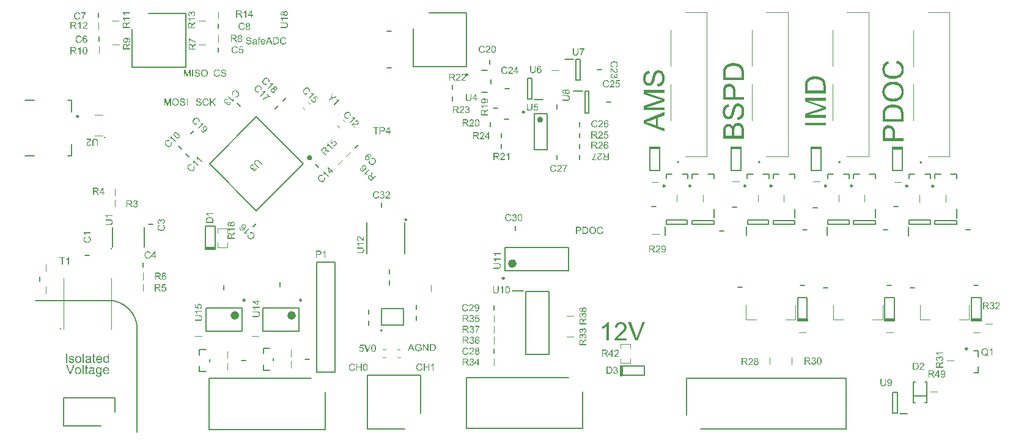
<source format=gto>
G04*
G04 #@! TF.GenerationSoftware,Altium Limited,Altium Designer,22.0.2 (36)*
G04*
G04 Layer_Color=65535*
%FSLAX25Y25*%
%MOIN*%
G70*
G04*
G04 #@! TF.SameCoordinates,341058C5-BC88-46A7-A5D1-CF329328C8C1*
G04*
G04*
G04 #@! TF.FilePolarity,Positive*
G04*
G01*
G75*
%ADD10C,0.00984*%
%ADD11C,0.00787*%
%ADD12C,0.01575*%
%ADD13C,0.02362*%
%ADD14C,0.00394*%
%ADD15C,0.00500*%
%ADD16C,0.01000*%
%ADD17C,0.01181*%
%ADD18C,0.00600*%
%ADD19R,0.06102X0.01378*%
%ADD20R,0.01378X0.06102*%
G36*
X46170Y41078D02*
X45594D01*
Y41537D01*
X45587Y41530D01*
X45579Y41516D01*
X45558Y41486D01*
X45528Y41450D01*
X45492Y41414D01*
X45448Y41370D01*
X45397Y41319D01*
X45332Y41268D01*
X45266Y41217D01*
X45193Y41166D01*
X45106Y41122D01*
X45011Y41085D01*
X44916Y41049D01*
X44807Y41020D01*
X44690Y41005D01*
X44566Y40998D01*
X44522D01*
X44493Y41005D01*
X44406Y41013D01*
X44304Y41027D01*
X44180Y41056D01*
X44041Y41100D01*
X43903Y41158D01*
X43764Y41239D01*
X43757D01*
X43750Y41253D01*
X43706Y41282D01*
X43640Y41341D01*
X43560Y41414D01*
X43465Y41508D01*
X43371Y41625D01*
X43276Y41756D01*
X43196Y41909D01*
Y41917D01*
X43188Y41931D01*
X43181Y41953D01*
X43166Y41982D01*
X43152Y42026D01*
X43130Y42077D01*
X43115Y42128D01*
X43101Y42194D01*
X43064Y42339D01*
X43028Y42507D01*
X43006Y42697D01*
X42999Y42901D01*
Y42908D01*
Y42923D01*
Y42952D01*
Y42996D01*
X43006Y43039D01*
Y43098D01*
X43021Y43229D01*
X43042Y43382D01*
X43079Y43550D01*
X43123Y43725D01*
X43181Y43892D01*
Y43900D01*
X43188Y43914D01*
X43203Y43936D01*
X43218Y43965D01*
X43261Y44045D01*
X43319Y44147D01*
X43392Y44257D01*
X43487Y44366D01*
X43597Y44483D01*
X43728Y44577D01*
X43735D01*
X43742Y44585D01*
X43764Y44599D01*
X43793Y44614D01*
X43866Y44650D01*
X43968Y44701D01*
X44085Y44745D01*
X44223Y44782D01*
X44377Y44811D01*
X44537Y44818D01*
X44595D01*
X44654Y44811D01*
X44734Y44803D01*
X44829Y44782D01*
X44931Y44760D01*
X45033Y44723D01*
X45127Y44672D01*
X45142Y44665D01*
X45171Y44650D01*
X45215Y44614D01*
X45273Y44577D01*
X45346Y44526D01*
X45412Y44461D01*
X45485Y44395D01*
X45550Y44315D01*
Y46123D01*
X46170D01*
Y41078D01*
D02*
G37*
G36*
X25758Y44811D02*
X25867Y44803D01*
X25984Y44789D01*
X26108Y44760D01*
X26239Y44730D01*
X26363Y44687D01*
X26370D01*
X26378Y44679D01*
X26414Y44665D01*
X26472Y44636D01*
X26545Y44599D01*
X26625Y44548D01*
X26706Y44490D01*
X26779Y44424D01*
X26844Y44352D01*
X26851Y44344D01*
X26866Y44315D01*
X26895Y44264D01*
X26932Y44206D01*
X26968Y44118D01*
X27005Y44023D01*
X27034Y43914D01*
X27063Y43790D01*
X26458Y43710D01*
Y43725D01*
X26450Y43754D01*
X26436Y43805D01*
X26414Y43870D01*
X26378Y43936D01*
X26334Y44009D01*
X26283Y44082D01*
X26210Y44147D01*
X26203Y44155D01*
X26173Y44169D01*
X26130Y44198D01*
X26064Y44227D01*
X25991Y44257D01*
X25896Y44286D01*
X25780Y44300D01*
X25656Y44308D01*
X25583D01*
X25510Y44300D01*
X25415Y44293D01*
X25321Y44271D01*
X25218Y44249D01*
X25124Y44213D01*
X25043Y44162D01*
X25036Y44155D01*
X25014Y44140D01*
X24985Y44111D01*
X24956Y44067D01*
X24920Y44023D01*
X24890Y43965D01*
X24869Y43900D01*
X24861Y43834D01*
Y43827D01*
Y43812D01*
X24869Y43790D01*
Y43761D01*
X24890Y43688D01*
X24934Y43615D01*
X24941Y43608D01*
X24949Y43601D01*
X24963Y43579D01*
X24993Y43557D01*
X25022Y43535D01*
X25065Y43506D01*
X25116Y43484D01*
X25175Y43455D01*
X25182D01*
X25197Y43448D01*
X25226Y43440D01*
X25277Y43418D01*
X25350Y43396D01*
X25444Y43375D01*
X25503Y43353D01*
X25568Y43338D01*
X25641Y43316D01*
X25721Y43294D01*
X25729D01*
X25751Y43287D01*
X25787Y43280D01*
X25831Y43265D01*
X25882Y43251D01*
X25947Y43236D01*
X26086Y43192D01*
X26239Y43149D01*
X26392Y43098D01*
X26531Y43047D01*
X26589Y43025D01*
X26640Y43003D01*
X26655Y42996D01*
X26684Y42981D01*
X26728Y42959D01*
X26793Y42923D01*
X26859Y42879D01*
X26924Y42821D01*
X26990Y42755D01*
X27048Y42682D01*
X27055Y42675D01*
X27070Y42646D01*
X27099Y42602D01*
X27128Y42536D01*
X27150Y42456D01*
X27180Y42369D01*
X27194Y42266D01*
X27201Y42150D01*
Y42135D01*
Y42099D01*
X27194Y42041D01*
X27180Y41960D01*
X27158Y41873D01*
X27121Y41778D01*
X27077Y41669D01*
X27019Y41567D01*
X27012Y41552D01*
X26983Y41523D01*
X26946Y41472D01*
X26888Y41414D01*
X26808Y41348D01*
X26720Y41275D01*
X26618Y41210D01*
X26494Y41144D01*
X26487D01*
X26480Y41137D01*
X26436Y41122D01*
X26363Y41100D01*
X26268Y41071D01*
X26152Y41042D01*
X26020Y41020D01*
X25882Y41005D01*
X25721Y40998D01*
X25656D01*
X25605Y41005D01*
X25547D01*
X25474Y41013D01*
X25401Y41020D01*
X25321Y41034D01*
X25146Y41071D01*
X24963Y41122D01*
X24788Y41195D01*
X24708Y41239D01*
X24635Y41290D01*
X24628Y41297D01*
X24621Y41304D01*
X24577Y41348D01*
X24511Y41414D01*
X24438Y41516D01*
X24358Y41640D01*
X24278Y41785D01*
X24212Y41968D01*
X24161Y42172D01*
X24774Y42266D01*
Y42259D01*
Y42252D01*
X24788Y42208D01*
X24803Y42135D01*
X24832Y42055D01*
X24869Y41968D01*
X24912Y41873D01*
X24978Y41778D01*
X25058Y41698D01*
X25073Y41691D01*
X25102Y41669D01*
X25160Y41640D01*
X25233Y41603D01*
X25328Y41567D01*
X25437Y41537D01*
X25568Y41516D01*
X25721Y41508D01*
X25794D01*
X25867Y41516D01*
X25962Y41530D01*
X26064Y41552D01*
X26173Y41581D01*
X26268Y41618D01*
X26356Y41676D01*
X26363Y41683D01*
X26392Y41705D01*
X26421Y41742D01*
X26465Y41793D01*
X26502Y41851D01*
X26538Y41924D01*
X26560Y41997D01*
X26567Y42084D01*
Y42092D01*
Y42121D01*
X26560Y42157D01*
X26545Y42208D01*
X26523Y42259D01*
X26487Y42310D01*
X26443Y42369D01*
X26378Y42412D01*
X26370Y42420D01*
X26348Y42427D01*
X26312Y42449D01*
X26254Y42471D01*
X26166Y42500D01*
X26115Y42522D01*
X26057Y42536D01*
X25991Y42558D01*
X25918Y42580D01*
X25838Y42602D01*
X25743Y42624D01*
X25736D01*
X25714Y42631D01*
X25678Y42638D01*
X25634Y42653D01*
X25576Y42667D01*
X25510Y42689D01*
X25372Y42726D01*
X25211Y42777D01*
X25058Y42821D01*
X24912Y42872D01*
X24847Y42901D01*
X24796Y42923D01*
X24781Y42930D01*
X24752Y42944D01*
X24708Y42974D01*
X24650Y43010D01*
X24584Y43061D01*
X24519Y43119D01*
X24453Y43185D01*
X24395Y43265D01*
X24387Y43273D01*
X24373Y43302D01*
X24351Y43353D01*
X24329Y43411D01*
X24307Y43484D01*
X24285Y43571D01*
X24271Y43659D01*
X24263Y43761D01*
Y43775D01*
Y43805D01*
X24271Y43848D01*
X24278Y43914D01*
X24293Y43980D01*
X24307Y44060D01*
X24336Y44133D01*
X24373Y44213D01*
X24380Y44220D01*
X24395Y44249D01*
X24417Y44286D01*
X24453Y44337D01*
X24497Y44388D01*
X24548Y44453D01*
X24606Y44512D01*
X24679Y44563D01*
X24686Y44570D01*
X24708Y44577D01*
X24737Y44599D01*
X24781Y44621D01*
X24839Y44650D01*
X24905Y44679D01*
X24985Y44709D01*
X25073Y44738D01*
X25087Y44745D01*
X25116Y44752D01*
X25167Y44767D01*
X25233Y44782D01*
X25313Y44796D01*
X25401Y44803D01*
X25503Y44818D01*
X25678D01*
X25758Y44811D01*
D02*
G37*
G36*
X35133D02*
X35242Y44803D01*
X35366Y44789D01*
X35490Y44767D01*
X35614Y44738D01*
X35731Y44701D01*
X35745Y44694D01*
X35782Y44679D01*
X35833Y44658D01*
X35898Y44629D01*
X35971Y44585D01*
X36044Y44541D01*
X36110Y44483D01*
X36168Y44424D01*
X36175Y44417D01*
X36190Y44395D01*
X36212Y44359D01*
X36241Y44315D01*
X36277Y44249D01*
X36307Y44184D01*
X36336Y44104D01*
X36358Y44009D01*
Y44001D01*
X36365Y43980D01*
X36372Y43936D01*
X36380Y43878D01*
Y43797D01*
X36387Y43703D01*
X36394Y43579D01*
Y43440D01*
Y42609D01*
Y42602D01*
Y42573D01*
Y42529D01*
Y42471D01*
Y42405D01*
Y42325D01*
X36401Y42150D01*
Y41968D01*
X36409Y41785D01*
X36416Y41705D01*
Y41632D01*
X36423Y41567D01*
X36430Y41516D01*
Y41508D01*
X36438Y41479D01*
X36445Y41436D01*
X36467Y41377D01*
X36481Y41311D01*
X36511Y41239D01*
X36547Y41158D01*
X36584Y41078D01*
X35935D01*
X35928Y41085D01*
X35920Y41115D01*
X35906Y41151D01*
X35884Y41210D01*
X35862Y41275D01*
X35847Y41355D01*
X35833Y41443D01*
X35818Y41537D01*
X35811D01*
X35803Y41523D01*
X35760Y41486D01*
X35694Y41436D01*
X35607Y41370D01*
X35497Y41304D01*
X35388Y41231D01*
X35271Y41166D01*
X35147Y41115D01*
X35133Y41107D01*
X35089Y41100D01*
X35023Y41078D01*
X34943Y41056D01*
X34841Y41034D01*
X34725Y41020D01*
X34593Y41005D01*
X34462Y40998D01*
X34404D01*
X34360Y41005D01*
X34309D01*
X34251Y41013D01*
X34119Y41034D01*
X33974Y41071D01*
X33813Y41122D01*
X33668Y41195D01*
X33536Y41290D01*
X33522Y41304D01*
X33485Y41341D01*
X33434Y41406D01*
X33376Y41494D01*
X33318Y41603D01*
X33267Y41727D01*
X33230Y41880D01*
X33223Y41953D01*
X33216Y42041D01*
Y42055D01*
Y42084D01*
X33223Y42135D01*
X33230Y42201D01*
X33245Y42281D01*
X33267Y42361D01*
X33296Y42449D01*
X33332Y42529D01*
X33340Y42536D01*
X33354Y42565D01*
X33383Y42609D01*
X33420Y42660D01*
X33463Y42718D01*
X33522Y42777D01*
X33580Y42835D01*
X33653Y42886D01*
X33660Y42893D01*
X33689Y42908D01*
X33726Y42937D01*
X33784Y42966D01*
X33850Y42996D01*
X33930Y43032D01*
X34010Y43061D01*
X34105Y43090D01*
X34112D01*
X34141Y43098D01*
X34185Y43112D01*
X34244Y43119D01*
X34316Y43134D01*
X34411Y43149D01*
X34521Y43170D01*
X34652Y43185D01*
X34659D01*
X34688Y43192D01*
X34725D01*
X34776Y43200D01*
X34834Y43207D01*
X34907Y43222D01*
X34987Y43229D01*
X35074Y43243D01*
X35250Y43280D01*
X35439Y43316D01*
X35607Y43360D01*
X35687Y43382D01*
X35760Y43404D01*
Y43411D01*
Y43426D01*
X35767Y43469D01*
Y43520D01*
Y43550D01*
Y43564D01*
Y43571D01*
Y43579D01*
Y43622D01*
X35760Y43695D01*
X35745Y43775D01*
X35723Y43863D01*
X35687Y43951D01*
X35643Y44031D01*
X35585Y44096D01*
X35578Y44104D01*
X35541Y44133D01*
X35483Y44162D01*
X35410Y44206D01*
X35308Y44242D01*
X35191Y44279D01*
X35045Y44300D01*
X34878Y44308D01*
X34805D01*
X34732Y44300D01*
X34630Y44286D01*
X34528Y44271D01*
X34418Y44242D01*
X34316Y44206D01*
X34229Y44155D01*
X34222Y44147D01*
X34192Y44126D01*
X34156Y44089D01*
X34112Y44031D01*
X34069Y43958D01*
X34018Y43863D01*
X33974Y43746D01*
X33930Y43615D01*
X33325Y43695D01*
Y43703D01*
X33332Y43710D01*
Y43732D01*
X33340Y43761D01*
X33361Y43827D01*
X33391Y43921D01*
X33427Y44016D01*
X33471Y44118D01*
X33529Y44220D01*
X33595Y44315D01*
X33602Y44322D01*
X33631Y44352D01*
X33675Y44395D01*
X33733Y44453D01*
X33813Y44512D01*
X33908Y44570D01*
X34018Y44636D01*
X34141Y44687D01*
X34149D01*
X34156Y44694D01*
X34178Y44701D01*
X34207Y44709D01*
X34280Y44730D01*
X34382Y44752D01*
X34499Y44774D01*
X34644Y44796D01*
X34797Y44811D01*
X34973Y44818D01*
X35053D01*
X35133Y44811D01*
D02*
G37*
G36*
X32465Y41078D02*
X31845D01*
Y46123D01*
X32465D01*
Y41078D01*
D02*
G37*
G36*
X23309D02*
X22638D01*
Y46123D01*
X23309D01*
Y41078D01*
D02*
G37*
G36*
X38071Y44738D02*
X38698D01*
Y44257D01*
X38071D01*
Y42106D01*
Y42092D01*
Y42062D01*
Y42019D01*
X38078Y41968D01*
X38085Y41851D01*
X38093Y41800D01*
X38100Y41763D01*
X38107Y41749D01*
X38129Y41720D01*
X38158Y41683D01*
X38209Y41647D01*
X38224Y41640D01*
X38260Y41625D01*
X38326Y41610D01*
X38421Y41603D01*
X38493D01*
X38530Y41610D01*
X38581D01*
X38639Y41618D01*
X38698Y41625D01*
X38778Y41078D01*
X38763D01*
X38734Y41071D01*
X38683Y41064D01*
X38618Y41056D01*
X38545Y41042D01*
X38464Y41034D01*
X38304Y41027D01*
X38246D01*
X38187Y41034D01*
X38115Y41042D01*
X38027Y41049D01*
X37940Y41071D01*
X37859Y41093D01*
X37779Y41129D01*
X37772Y41137D01*
X37750Y41151D01*
X37721Y41173D01*
X37677Y41210D01*
X37641Y41246D01*
X37597Y41297D01*
X37553Y41348D01*
X37524Y41414D01*
Y41421D01*
X37509Y41450D01*
X37502Y41501D01*
X37488Y41574D01*
X37473Y41669D01*
X37466Y41727D01*
Y41793D01*
X37458Y41873D01*
X37451Y41953D01*
Y42041D01*
Y42143D01*
Y44257D01*
X36992D01*
Y44738D01*
X37451D01*
Y45642D01*
X38071Y46014D01*
Y44738D01*
D02*
G37*
G36*
X40928Y44811D02*
X40987Y44803D01*
X41060Y44789D01*
X41140Y44774D01*
X41235Y44752D01*
X41322Y44730D01*
X41424Y44694D01*
X41519Y44658D01*
X41621Y44607D01*
X41723Y44548D01*
X41825Y44483D01*
X41920Y44403D01*
X42007Y44315D01*
X42015Y44308D01*
X42029Y44293D01*
X42051Y44264D01*
X42080Y44220D01*
X42117Y44169D01*
X42153Y44111D01*
X42197Y44038D01*
X42241Y43951D01*
X42284Y43856D01*
X42328Y43754D01*
X42364Y43637D01*
X42401Y43513D01*
X42430Y43375D01*
X42452Y43229D01*
X42467Y43076D01*
X42474Y42908D01*
Y42901D01*
Y42872D01*
Y42821D01*
X42467Y42748D01*
X39733D01*
Y42740D01*
Y42718D01*
X39740Y42689D01*
Y42646D01*
X39747Y42595D01*
X39762Y42536D01*
X39784Y42405D01*
X39828Y42259D01*
X39886Y42099D01*
X39966Y41953D01*
X40068Y41822D01*
X40075D01*
X40083Y41807D01*
X40126Y41771D01*
X40192Y41720D01*
X40280Y41669D01*
X40396Y41610D01*
X40527Y41559D01*
X40673Y41523D01*
X40753Y41516D01*
X40841Y41508D01*
X40899D01*
X40965Y41516D01*
X41045Y41530D01*
X41133Y41552D01*
X41235Y41581D01*
X41329Y41625D01*
X41424Y41683D01*
X41431Y41691D01*
X41468Y41720D01*
X41512Y41763D01*
X41563Y41822D01*
X41621Y41902D01*
X41687Y42004D01*
X41752Y42121D01*
X41811Y42259D01*
X42452Y42179D01*
Y42172D01*
X42445Y42157D01*
X42437Y42128D01*
X42423Y42084D01*
X42401Y42041D01*
X42379Y41982D01*
X42321Y41858D01*
X42248Y41720D01*
X42146Y41574D01*
X42029Y41436D01*
X41883Y41304D01*
X41876D01*
X41862Y41290D01*
X41840Y41275D01*
X41811Y41253D01*
X41767Y41231D01*
X41723Y41210D01*
X41665Y41180D01*
X41599Y41151D01*
X41526Y41122D01*
X41453Y41093D01*
X41271Y41049D01*
X41067Y41013D01*
X40841Y40998D01*
X40761D01*
X40710Y41005D01*
X40644Y41013D01*
X40564Y41027D01*
X40476Y41042D01*
X40382Y41056D01*
X40178Y41115D01*
X40068Y41158D01*
X39966Y41202D01*
X39857Y41260D01*
X39755Y41326D01*
X39660Y41399D01*
X39565Y41486D01*
X39558Y41494D01*
X39543Y41508D01*
X39521Y41537D01*
X39492Y41581D01*
X39456Y41632D01*
X39419Y41691D01*
X39376Y41763D01*
X39332Y41844D01*
X39288Y41938D01*
X39244Y42041D01*
X39208Y42157D01*
X39171Y42281D01*
X39142Y42412D01*
X39121Y42558D01*
X39106Y42711D01*
X39099Y42872D01*
Y42879D01*
Y42915D01*
Y42959D01*
X39106Y43025D01*
X39113Y43105D01*
X39121Y43192D01*
X39135Y43294D01*
X39157Y43396D01*
X39215Y43630D01*
X39252Y43746D01*
X39295Y43870D01*
X39354Y43987D01*
X39419Y44096D01*
X39492Y44206D01*
X39573Y44308D01*
X39580Y44315D01*
X39594Y44330D01*
X39623Y44352D01*
X39660Y44388D01*
X39704Y44424D01*
X39762Y44468D01*
X39828Y44519D01*
X39908Y44563D01*
X39988Y44614D01*
X40083Y44658D01*
X40185Y44701D01*
X40294Y44738D01*
X40411Y44774D01*
X40535Y44796D01*
X40666Y44811D01*
X40804Y44818D01*
X40877D01*
X40928Y44811D01*
D02*
G37*
G36*
X29541D02*
X29607Y44803D01*
X29680Y44789D01*
X29760Y44774D01*
X29855Y44760D01*
X30052Y44694D01*
X30154Y44658D01*
X30256Y44607D01*
X30358Y44556D01*
X30460Y44483D01*
X30555Y44410D01*
X30650Y44322D01*
X30657Y44315D01*
X30671Y44300D01*
X30693Y44271D01*
X30722Y44235D01*
X30759Y44184D01*
X30803Y44118D01*
X30846Y44045D01*
X30890Y43965D01*
X30934Y43878D01*
X30978Y43768D01*
X31021Y43659D01*
X31058Y43535D01*
X31087Y43404D01*
X31109Y43265D01*
X31123Y43119D01*
X31131Y42959D01*
Y42952D01*
Y42930D01*
Y42893D01*
Y42842D01*
X31123Y42784D01*
X31116Y42711D01*
Y42638D01*
X31102Y42558D01*
X31080Y42376D01*
X31036Y42194D01*
X30985Y42011D01*
X30912Y41844D01*
Y41836D01*
X30905Y41829D01*
X30890Y41807D01*
X30876Y41778D01*
X30825Y41705D01*
X30759Y41618D01*
X30671Y41516D01*
X30562Y41414D01*
X30438Y41311D01*
X30292Y41217D01*
X30285D01*
X30278Y41210D01*
X30256Y41195D01*
X30219Y41180D01*
X30183Y41166D01*
X30139Y41151D01*
X30030Y41107D01*
X29906Y41071D01*
X29753Y41034D01*
X29592Y41005D01*
X29417Y40998D01*
X29345D01*
X29286Y41005D01*
X29221Y41013D01*
X29148Y41027D01*
X29060Y41042D01*
X28973Y41056D01*
X28776Y41115D01*
X28667Y41158D01*
X28565Y41202D01*
X28462Y41260D01*
X28360Y41326D01*
X28266Y41399D01*
X28171Y41486D01*
X28164Y41494D01*
X28149Y41508D01*
X28127Y41537D01*
X28098Y41581D01*
X28062Y41632D01*
X28025Y41691D01*
X27981Y41763D01*
X27938Y41851D01*
X27894Y41946D01*
X27850Y42055D01*
X27814Y42172D01*
X27777Y42296D01*
X27748Y42434D01*
X27726Y42580D01*
X27712Y42740D01*
X27704Y42908D01*
Y42923D01*
Y42952D01*
X27712Y43003D01*
Y43076D01*
X27719Y43156D01*
X27733Y43258D01*
X27748Y43360D01*
X27777Y43477D01*
X27806Y43593D01*
X27843Y43717D01*
X27887Y43848D01*
X27945Y43972D01*
X28003Y44089D01*
X28083Y44206D01*
X28164Y44315D01*
X28266Y44410D01*
X28273Y44417D01*
X28288Y44424D01*
X28317Y44446D01*
X28353Y44475D01*
X28397Y44505D01*
X28455Y44541D01*
X28514Y44577D01*
X28586Y44614D01*
X28667Y44650D01*
X28754Y44687D01*
X28951Y44752D01*
X29177Y44803D01*
X29294Y44811D01*
X29417Y44818D01*
X29490D01*
X29541Y44811D01*
D02*
G37*
G36*
X25284Y34944D02*
X24584D01*
X22630Y39989D01*
X23359D01*
X24672Y36322D01*
Y36315D01*
X24679Y36300D01*
X24686Y36279D01*
X24701Y36249D01*
X24708Y36206D01*
X24723Y36162D01*
X24759Y36053D01*
X24803Y35929D01*
X24847Y35790D01*
X24934Y35498D01*
Y35506D01*
X24941Y35520D01*
X24949Y35542D01*
X24956Y35571D01*
X24978Y35652D01*
X25014Y35761D01*
X25051Y35885D01*
X25095Y36023D01*
X25146Y36169D01*
X25204Y36322D01*
X26574Y39989D01*
X27252D01*
X25284Y34944D01*
D02*
G37*
G36*
X36933Y38677D02*
X37043Y38670D01*
X37167Y38655D01*
X37291Y38633D01*
X37415Y38604D01*
X37531Y38568D01*
X37546Y38560D01*
X37582Y38546D01*
X37633Y38524D01*
X37699Y38495D01*
X37772Y38451D01*
X37845Y38407D01*
X37910Y38349D01*
X37969Y38291D01*
X37976Y38283D01*
X37990Y38261D01*
X38012Y38225D01*
X38042Y38181D01*
X38078Y38116D01*
X38107Y38050D01*
X38136Y37970D01*
X38158Y37875D01*
Y37868D01*
X38166Y37846D01*
X38173Y37802D01*
X38180Y37744D01*
Y37664D01*
X38187Y37569D01*
X38195Y37445D01*
Y37306D01*
Y36475D01*
Y36468D01*
Y36439D01*
Y36395D01*
Y36337D01*
Y36271D01*
Y36191D01*
X38202Y36016D01*
Y35834D01*
X38209Y35652D01*
X38217Y35571D01*
Y35498D01*
X38224Y35433D01*
X38231Y35382D01*
Y35375D01*
X38238Y35345D01*
X38246Y35302D01*
X38268Y35243D01*
X38282Y35178D01*
X38311Y35105D01*
X38348Y35025D01*
X38384Y34944D01*
X37735D01*
X37728Y34952D01*
X37721Y34981D01*
X37706Y35017D01*
X37684Y35076D01*
X37663Y35141D01*
X37648Y35221D01*
X37633Y35309D01*
X37619Y35404D01*
X37611D01*
X37604Y35389D01*
X37560Y35353D01*
X37495Y35302D01*
X37407Y35236D01*
X37298Y35170D01*
X37189Y35098D01*
X37072Y35032D01*
X36948Y34981D01*
X36933Y34974D01*
X36890Y34966D01*
X36824Y34944D01*
X36744Y34923D01*
X36642Y34901D01*
X36525Y34886D01*
X36394Y34872D01*
X36263Y34864D01*
X36204D01*
X36161Y34872D01*
X36110D01*
X36051Y34879D01*
X35920Y34901D01*
X35774Y34937D01*
X35614Y34988D01*
X35468Y35061D01*
X35337Y35156D01*
X35322Y35170D01*
X35286Y35207D01*
X35235Y35272D01*
X35177Y35360D01*
X35118Y35469D01*
X35067Y35593D01*
X35031Y35746D01*
X35023Y35819D01*
X35016Y35907D01*
Y35921D01*
Y35950D01*
X35023Y36002D01*
X35031Y36067D01*
X35045Y36147D01*
X35067Y36228D01*
X35096Y36315D01*
X35133Y36395D01*
X35140Y36402D01*
X35155Y36432D01*
X35184Y36475D01*
X35220Y36526D01*
X35264Y36585D01*
X35322Y36643D01*
X35381Y36701D01*
X35454Y36752D01*
X35461Y36760D01*
X35490Y36774D01*
X35526Y36803D01*
X35585Y36832D01*
X35651Y36862D01*
X35731Y36898D01*
X35811Y36927D01*
X35906Y36957D01*
X35913D01*
X35942Y36964D01*
X35986Y36978D01*
X36044Y36986D01*
X36117Y37000D01*
X36212Y37015D01*
X36321Y37037D01*
X36452Y37051D01*
X36460D01*
X36489Y37058D01*
X36525D01*
X36576Y37066D01*
X36635Y37073D01*
X36707Y37088D01*
X36788Y37095D01*
X36875Y37110D01*
X37050Y37146D01*
X37240Y37183D01*
X37407Y37226D01*
X37488Y37248D01*
X37560Y37270D01*
Y37277D01*
Y37292D01*
X37568Y37336D01*
Y37387D01*
Y37416D01*
Y37430D01*
Y37438D01*
Y37445D01*
Y37489D01*
X37560Y37562D01*
X37546Y37642D01*
X37524Y37729D01*
X37488Y37817D01*
X37444Y37897D01*
X37385Y37962D01*
X37378Y37970D01*
X37342Y37999D01*
X37283Y38028D01*
X37211Y38072D01*
X37108Y38108D01*
X36992Y38145D01*
X36846Y38167D01*
X36678Y38174D01*
X36605D01*
X36533Y38167D01*
X36430Y38152D01*
X36328Y38138D01*
X36219Y38108D01*
X36117Y38072D01*
X36029Y38021D01*
X36022Y38013D01*
X35993Y37992D01*
X35957Y37955D01*
X35913Y37897D01*
X35869Y37824D01*
X35818Y37729D01*
X35774Y37613D01*
X35731Y37481D01*
X35126Y37562D01*
Y37569D01*
X35133Y37576D01*
Y37598D01*
X35140Y37627D01*
X35162Y37693D01*
X35191Y37788D01*
X35228Y37882D01*
X35271Y37984D01*
X35330Y38086D01*
X35395Y38181D01*
X35403Y38188D01*
X35432Y38218D01*
X35476Y38261D01*
X35534Y38320D01*
X35614Y38378D01*
X35709Y38436D01*
X35818Y38502D01*
X35942Y38553D01*
X35949D01*
X35957Y38560D01*
X35978Y38568D01*
X36008Y38575D01*
X36081Y38597D01*
X36183Y38619D01*
X36299Y38640D01*
X36445Y38662D01*
X36598Y38677D01*
X36773Y38684D01*
X36853D01*
X36933Y38677D01*
D02*
G37*
G36*
X32304Y34944D02*
X31685D01*
Y39989D01*
X32304D01*
Y34944D01*
D02*
G37*
G36*
X33988Y38604D02*
X34615D01*
Y38123D01*
X33988D01*
Y35972D01*
Y35958D01*
Y35929D01*
Y35885D01*
X33996Y35834D01*
X34003Y35717D01*
X34010Y35666D01*
X34018Y35630D01*
X34025Y35615D01*
X34047Y35586D01*
X34076Y35550D01*
X34127Y35513D01*
X34141Y35506D01*
X34178Y35491D01*
X34244Y35477D01*
X34338Y35469D01*
X34411D01*
X34448Y35477D01*
X34499D01*
X34557Y35484D01*
X34615Y35491D01*
X34696Y34944D01*
X34681D01*
X34652Y34937D01*
X34601Y34930D01*
X34535Y34923D01*
X34462Y34908D01*
X34382Y34901D01*
X34222Y34893D01*
X34163D01*
X34105Y34901D01*
X34032Y34908D01*
X33945Y34915D01*
X33857Y34937D01*
X33777Y34959D01*
X33697Y34995D01*
X33689Y35003D01*
X33668Y35017D01*
X33638Y35039D01*
X33595Y35076D01*
X33558Y35112D01*
X33514Y35163D01*
X33471Y35214D01*
X33442Y35280D01*
Y35287D01*
X33427Y35316D01*
X33420Y35367D01*
X33405Y35440D01*
X33391Y35535D01*
X33383Y35593D01*
Y35659D01*
X33376Y35739D01*
X33369Y35819D01*
Y35907D01*
Y36009D01*
Y38123D01*
X32909D01*
Y38604D01*
X33369D01*
Y39508D01*
X33988Y39880D01*
Y38604D01*
D02*
G37*
G36*
X44690Y38677D02*
X44748Y38670D01*
X44821Y38655D01*
X44901Y38640D01*
X44996Y38619D01*
X45084Y38597D01*
X45186Y38560D01*
X45281Y38524D01*
X45383Y38473D01*
X45485Y38414D01*
X45587Y38349D01*
X45682Y38269D01*
X45769Y38181D01*
X45776Y38174D01*
X45791Y38159D01*
X45813Y38130D01*
X45842Y38086D01*
X45878Y38035D01*
X45915Y37977D01*
X45959Y37904D01*
X46002Y37817D01*
X46046Y37722D01*
X46090Y37620D01*
X46126Y37503D01*
X46163Y37379D01*
X46192Y37241D01*
X46214Y37095D01*
X46228Y36942D01*
X46235Y36774D01*
Y36767D01*
Y36738D01*
Y36687D01*
X46228Y36614D01*
X43494D01*
Y36607D01*
Y36585D01*
X43502Y36555D01*
Y36512D01*
X43509Y36461D01*
X43524Y36402D01*
X43545Y36271D01*
X43589Y36125D01*
X43648Y35965D01*
X43728Y35819D01*
X43830Y35688D01*
X43837D01*
X43844Y35673D01*
X43888Y35637D01*
X43954Y35586D01*
X44041Y35535D01*
X44158Y35477D01*
X44289Y35426D01*
X44435Y35389D01*
X44515Y35382D01*
X44603Y35375D01*
X44661D01*
X44726Y35382D01*
X44807Y35396D01*
X44894Y35418D01*
X44996Y35447D01*
X45091Y35491D01*
X45186Y35550D01*
X45193Y35557D01*
X45230Y35586D01*
X45273Y35630D01*
X45324Y35688D01*
X45383Y35768D01*
X45448Y35870D01*
X45514Y35987D01*
X45572Y36125D01*
X46214Y36045D01*
Y36038D01*
X46206Y36023D01*
X46199Y35994D01*
X46185Y35950D01*
X46163Y35907D01*
X46141Y35848D01*
X46082Y35724D01*
X46009Y35586D01*
X45908Y35440D01*
X45791Y35302D01*
X45645Y35170D01*
X45638D01*
X45623Y35156D01*
X45601Y35141D01*
X45572Y35119D01*
X45528Y35098D01*
X45485Y35076D01*
X45426Y35046D01*
X45361Y35017D01*
X45288Y34988D01*
X45215Y34959D01*
X45033Y34915D01*
X44829Y34879D01*
X44603Y34864D01*
X44522D01*
X44471Y34872D01*
X44406Y34879D01*
X44326Y34893D01*
X44238Y34908D01*
X44143Y34923D01*
X43939Y34981D01*
X43830Y35025D01*
X43728Y35068D01*
X43618Y35127D01*
X43516Y35192D01*
X43422Y35265D01*
X43327Y35353D01*
X43319Y35360D01*
X43305Y35375D01*
X43283Y35404D01*
X43254Y35447D01*
X43218Y35498D01*
X43181Y35557D01*
X43137Y35630D01*
X43093Y35710D01*
X43050Y35805D01*
X43006Y35907D01*
X42970Y36023D01*
X42933Y36147D01*
X42904Y36279D01*
X42882Y36424D01*
X42867Y36577D01*
X42860Y36738D01*
Y36745D01*
Y36781D01*
Y36825D01*
X42867Y36891D01*
X42875Y36971D01*
X42882Y37058D01*
X42897Y37161D01*
X42919Y37263D01*
X42977Y37496D01*
X43013Y37613D01*
X43057Y37736D01*
X43115Y37853D01*
X43181Y37962D01*
X43254Y38072D01*
X43334Y38174D01*
X43341Y38181D01*
X43356Y38196D01*
X43385Y38218D01*
X43422Y38254D01*
X43465Y38291D01*
X43524Y38334D01*
X43589Y38385D01*
X43670Y38429D01*
X43750Y38480D01*
X43844Y38524D01*
X43946Y38568D01*
X44056Y38604D01*
X44172Y38640D01*
X44296Y38662D01*
X44428Y38677D01*
X44566Y38684D01*
X44639D01*
X44690Y38677D01*
D02*
G37*
G36*
X29381D02*
X29447Y38670D01*
X29520Y38655D01*
X29600Y38640D01*
X29695Y38626D01*
X29891Y38560D01*
X29993Y38524D01*
X30095Y38473D01*
X30198Y38422D01*
X30300Y38349D01*
X30394Y38276D01*
X30489Y38188D01*
X30496Y38181D01*
X30511Y38167D01*
X30533Y38138D01*
X30562Y38101D01*
X30599Y38050D01*
X30642Y37984D01*
X30686Y37911D01*
X30730Y37831D01*
X30773Y37744D01*
X30817Y37634D01*
X30861Y37525D01*
X30897Y37401D01*
X30926Y37270D01*
X30948Y37131D01*
X30963Y36986D01*
X30970Y36825D01*
Y36818D01*
Y36796D01*
Y36760D01*
Y36709D01*
X30963Y36650D01*
X30956Y36577D01*
Y36505D01*
X30941Y36424D01*
X30919Y36242D01*
X30876Y36060D01*
X30825Y35878D01*
X30752Y35710D01*
Y35703D01*
X30744Y35695D01*
X30730Y35673D01*
X30715Y35644D01*
X30664Y35571D01*
X30599Y35484D01*
X30511Y35382D01*
X30402Y35280D01*
X30278Y35178D01*
X30132Y35083D01*
X30125D01*
X30117Y35076D01*
X30095Y35061D01*
X30059Y35046D01*
X30023Y35032D01*
X29979Y35017D01*
X29869Y34974D01*
X29746Y34937D01*
X29592Y34901D01*
X29432Y34872D01*
X29257Y34864D01*
X29184D01*
X29126Y34872D01*
X29060Y34879D01*
X28987Y34893D01*
X28900Y34908D01*
X28812Y34923D01*
X28616Y34981D01*
X28506Y35025D01*
X28404Y35068D01*
X28302Y35127D01*
X28200Y35192D01*
X28105Y35265D01*
X28010Y35353D01*
X28003Y35360D01*
X27989Y35375D01*
X27967Y35404D01*
X27938Y35447D01*
X27901Y35498D01*
X27865Y35557D01*
X27821Y35630D01*
X27777Y35717D01*
X27733Y35812D01*
X27690Y35921D01*
X27653Y36038D01*
X27617Y36162D01*
X27588Y36300D01*
X27566Y36446D01*
X27551Y36607D01*
X27544Y36774D01*
Y36789D01*
Y36818D01*
X27551Y36869D01*
Y36942D01*
X27559Y37022D01*
X27573Y37124D01*
X27588Y37226D01*
X27617Y37343D01*
X27646Y37459D01*
X27683Y37583D01*
X27726Y37715D01*
X27784Y37839D01*
X27843Y37955D01*
X27923Y38072D01*
X28003Y38181D01*
X28105Y38276D01*
X28113Y38283D01*
X28127Y38291D01*
X28156Y38312D01*
X28193Y38342D01*
X28236Y38371D01*
X28295Y38407D01*
X28353Y38444D01*
X28426Y38480D01*
X28506Y38517D01*
X28594Y38553D01*
X28791Y38619D01*
X29017Y38670D01*
X29133Y38677D01*
X29257Y38684D01*
X29330D01*
X29381Y38677D01*
D02*
G37*
G36*
X40600D02*
X40651Y38670D01*
X40717Y38655D01*
X40790Y38640D01*
X40870Y38619D01*
X40950Y38589D01*
X41038Y38553D01*
X41125Y38509D01*
X41220Y38458D01*
X41308Y38400D01*
X41395Y38327D01*
X41482Y38247D01*
X41563Y38152D01*
Y38604D01*
X42131D01*
Y35440D01*
Y35433D01*
Y35404D01*
Y35360D01*
Y35302D01*
X42124Y35236D01*
Y35156D01*
X42117Y35068D01*
X42109Y34974D01*
X42088Y34777D01*
X42058Y34573D01*
X42037Y34478D01*
X42015Y34390D01*
X41985Y34310D01*
X41956Y34237D01*
Y34230D01*
X41949Y34223D01*
X41920Y34179D01*
X41883Y34113D01*
X41825Y34033D01*
X41745Y33946D01*
X41650Y33851D01*
X41533Y33756D01*
X41402Y33676D01*
X41395D01*
X41388Y33669D01*
X41366Y33654D01*
X41337Y33647D01*
X41300Y33625D01*
X41256Y33610D01*
X41147Y33574D01*
X41016Y33530D01*
X40856Y33501D01*
X40673Y33472D01*
X40476Y33465D01*
X40411D01*
X40367Y33472D01*
X40309D01*
X40250Y33479D01*
X40178Y33486D01*
X40097Y33501D01*
X39930Y33538D01*
X39755Y33588D01*
X39580Y33661D01*
X39419Y33764D01*
X39412Y33771D01*
X39405Y33778D01*
X39354Y33822D01*
X39295Y33887D01*
X39223Y33982D01*
X39150Y34106D01*
X39084Y34259D01*
X39062Y34347D01*
X39048Y34441D01*
X39033Y34536D01*
Y34646D01*
X39638Y34565D01*
Y34551D01*
X39645Y34522D01*
X39660Y34471D01*
X39674Y34405D01*
X39704Y34339D01*
X39740Y34274D01*
X39784Y34208D01*
X39842Y34157D01*
X39857Y34150D01*
X39886Y34128D01*
X39937Y34099D01*
X40010Y34070D01*
X40097Y34033D01*
X40207Y34004D01*
X40338Y33982D01*
X40476Y33975D01*
X40549D01*
X40622Y33982D01*
X40724Y33997D01*
X40826Y34019D01*
X40936Y34048D01*
X41045Y34091D01*
X41140Y34150D01*
X41147Y34157D01*
X41176Y34179D01*
X41220Y34223D01*
X41271Y34274D01*
X41322Y34347D01*
X41373Y34427D01*
X41424Y34522D01*
X41461Y34631D01*
Y34638D01*
X41468Y34667D01*
X41475Y34726D01*
X41482Y34799D01*
X41490Y34850D01*
Y34908D01*
X41497Y34974D01*
Y35046D01*
Y35127D01*
X41504Y35221D01*
Y35316D01*
Y35426D01*
X41497Y35418D01*
X41482Y35404D01*
X41461Y35382D01*
X41431Y35353D01*
X41395Y35316D01*
X41344Y35272D01*
X41286Y35229D01*
X41227Y35185D01*
X41074Y35098D01*
X40907Y35017D01*
X40812Y34988D01*
X40710Y34966D01*
X40600Y34952D01*
X40491Y34944D01*
X40455D01*
X40418Y34952D01*
X40367D01*
X40301Y34959D01*
X40229Y34974D01*
X40148Y34988D01*
X40061Y35010D01*
X39966Y35039D01*
X39871Y35076D01*
X39777Y35119D01*
X39674Y35170D01*
X39580Y35236D01*
X39485Y35309D01*
X39397Y35389D01*
X39317Y35484D01*
X39310Y35491D01*
X39303Y35506D01*
X39281Y35542D01*
X39252Y35579D01*
X39223Y35637D01*
X39186Y35695D01*
X39150Y35768D01*
X39113Y35856D01*
X39077Y35943D01*
X39040Y36045D01*
X39004Y36147D01*
X38975Y36264D01*
X38924Y36512D01*
X38916Y36650D01*
X38909Y36789D01*
Y36796D01*
Y36811D01*
Y36840D01*
Y36876D01*
X38916Y36927D01*
Y36978D01*
X38931Y37110D01*
X38953Y37255D01*
X38989Y37416D01*
X39033Y37583D01*
X39099Y37751D01*
Y37758D01*
X39106Y37773D01*
X39121Y37795D01*
X39135Y37824D01*
X39179Y37904D01*
X39237Y38006D01*
X39317Y38116D01*
X39412Y38225D01*
X39521Y38342D01*
X39645Y38436D01*
X39653D01*
X39660Y38444D01*
X39682Y38458D01*
X39711Y38473D01*
X39784Y38517D01*
X39886Y38560D01*
X40010Y38604D01*
X40156Y38648D01*
X40316Y38677D01*
X40491Y38684D01*
X40557D01*
X40600Y38677D01*
D02*
G37*
G36*
X431514Y197366D02*
X431645D01*
X431957Y197350D01*
X432317Y197300D01*
X432695Y197251D01*
X433088Y197169D01*
X433482Y197071D01*
X433498D01*
X433531Y197054D01*
X433580Y197038D01*
X433646Y197022D01*
X433826Y196956D01*
X434056Y196858D01*
X434318Y196759D01*
X434581Y196628D01*
X434859Y196464D01*
X435122Y196300D01*
X435155Y196284D01*
X435237Y196218D01*
X435351Y196120D01*
X435499Y195988D01*
X435663Y195841D01*
X435827Y195660D01*
X436007Y195480D01*
X436155Y195267D01*
X436171Y195234D01*
X436221Y195168D01*
X436286Y195054D01*
X436368Y194890D01*
X436467Y194693D01*
X436549Y194463D01*
X436647Y194201D01*
X436729Y193906D01*
Y193873D01*
X436745Y193824D01*
X436762Y193774D01*
X436778Y193610D01*
X436811Y193381D01*
X436844Y193118D01*
X436877Y192807D01*
X436893Y192462D01*
X436909Y192085D01*
Y188002D01*
X425561D01*
Y192364D01*
X425577Y192659D01*
X425593Y192987D01*
X425626Y193315D01*
X425675Y193643D01*
X425725Y193922D01*
Y193938D01*
X425741Y193971D01*
Y194020D01*
X425774Y194086D01*
X425823Y194266D01*
X425905Y194496D01*
X426020Y194758D01*
X426167Y195037D01*
X426331Y195316D01*
X426545Y195578D01*
X426561Y195595D01*
X426577Y195611D01*
X426627Y195660D01*
X426676Y195726D01*
X426840Y195890D01*
X427069Y196087D01*
X427348Y196300D01*
X427676Y196530D01*
X428053Y196743D01*
X428480Y196923D01*
X428496D01*
X428529Y196940D01*
X428595Y196972D01*
X428693Y196989D01*
X428808Y197038D01*
X428939Y197071D01*
X429087Y197104D01*
X429267Y197153D01*
X429447Y197202D01*
X429661Y197235D01*
X430120Y197317D01*
X430628Y197366D01*
X431186Y197382D01*
X431202D01*
X431235D01*
X431317D01*
X431399D01*
X431514Y197366D01*
D02*
G37*
G36*
X436909Y184115D02*
X427414D01*
X436909Y180802D01*
Y179457D01*
X427250Y176177D01*
X436909D01*
Y174734D01*
X425561D01*
Y176981D01*
X433613Y179670D01*
X433629D01*
X433662Y179687D01*
X433711Y179703D01*
X433793Y179736D01*
X433990Y179802D01*
X434236Y179884D01*
X434515Y179966D01*
X434794Y180064D01*
X435056Y180146D01*
X435286Y180212D01*
X435253Y180228D01*
X435171Y180244D01*
X435023Y180294D01*
X434827Y180359D01*
X434564Y180441D01*
X434253Y180556D01*
X433892Y180671D01*
X433465Y180818D01*
X425561Y183541D01*
Y185558D01*
X436909D01*
Y184115D01*
D02*
G37*
G36*
Y170618D02*
X425561D01*
Y172126D01*
X436909D01*
Y170618D01*
D02*
G37*
G36*
X386927Y204576D02*
X387058D01*
X387370Y204559D01*
X387731Y204510D01*
X388108Y204461D01*
X388502Y204379D01*
X388895Y204280D01*
X388912D01*
X388945Y204264D01*
X388994Y204248D01*
X389059Y204231D01*
X389240Y204166D01*
X389469Y204067D01*
X389732Y203969D01*
X389994Y203838D01*
X390273Y203674D01*
X390535Y203510D01*
X390568Y203493D01*
X390650Y203428D01*
X390765Y203329D01*
X390913Y203198D01*
X391076Y203050D01*
X391241Y202870D01*
X391421Y202690D01*
X391568Y202476D01*
X391585Y202444D01*
X391634Y202378D01*
X391700Y202263D01*
X391782Y202099D01*
X391880Y201902D01*
X391962Y201673D01*
X392060Y201410D01*
X392143Y201115D01*
Y201082D01*
X392159Y201033D01*
X392175Y200984D01*
X392192Y200820D01*
X392225Y200590D01*
X392257Y200328D01*
X392290Y200016D01*
X392306Y199672D01*
X392323Y199295D01*
Y195211D01*
X380974D01*
Y199574D01*
X380991Y199869D01*
X381007Y200197D01*
X381040Y200525D01*
X381089Y200853D01*
X381138Y201132D01*
Y201148D01*
X381154Y201181D01*
Y201230D01*
X381187Y201296D01*
X381237Y201476D01*
X381318Y201706D01*
X381433Y201968D01*
X381581Y202247D01*
X381745Y202526D01*
X381958Y202788D01*
X381975Y202804D01*
X381991Y202821D01*
X382040Y202870D01*
X382089Y202936D01*
X382253Y203100D01*
X382483Y203296D01*
X382762Y203510D01*
X383090Y203739D01*
X383467Y203952D01*
X383893Y204133D01*
X383910D01*
X383943Y204149D01*
X384008Y204182D01*
X384106Y204198D01*
X384221Y204248D01*
X384352Y204280D01*
X384500Y204313D01*
X384681Y204362D01*
X384861Y204412D01*
X385074Y204444D01*
X385533Y204526D01*
X386042Y204576D01*
X386599Y204592D01*
X386616D01*
X386649D01*
X386731D01*
X386812D01*
X386927Y204576D01*
D02*
G37*
G36*
X384517Y193276D02*
X384631Y193260D01*
X384779Y193243D01*
X384943Y193210D01*
X385123Y193178D01*
X385501Y193063D01*
X385697Y192997D01*
X385911Y192899D01*
X386124Y192784D01*
X386320Y192669D01*
X386517Y192522D01*
X386714Y192358D01*
X386731Y192341D01*
X386763Y192308D01*
X386812Y192259D01*
X386862Y192177D01*
X386944Y192079D01*
X387026Y191948D01*
X387124Y191784D01*
X387206Y191603D01*
X387304Y191390D01*
X387403Y191144D01*
X387485Y190882D01*
X387550Y190570D01*
X387616Y190242D01*
X387665Y189881D01*
X387698Y189471D01*
X387715Y189045D01*
Y186142D01*
X392323D01*
Y184633D01*
X380974D01*
Y189291D01*
X380991Y189537D01*
X381007Y189816D01*
X381023Y190111D01*
X381056Y190390D01*
X381089Y190636D01*
Y190668D01*
X381122Y190783D01*
X381154Y190931D01*
X381204Y191128D01*
X381286Y191341D01*
X381384Y191570D01*
X381499Y191816D01*
X381630Y192030D01*
X381646Y192062D01*
X381696Y192128D01*
X381794Y192226D01*
X381909Y192358D01*
X382056Y192505D01*
X382253Y192653D01*
X382467Y192817D01*
X382713Y192948D01*
X382745Y192964D01*
X382827Y192997D01*
X382975Y193063D01*
X383172Y193128D01*
X383401Y193178D01*
X383664Y193243D01*
X383959Y193276D01*
X384271Y193292D01*
X384287D01*
X384336D01*
X384402D01*
X384517Y193276D01*
D02*
G37*
G36*
X389469Y182534D02*
X389699Y182501D01*
X389961Y182436D01*
X390240Y182354D01*
X390535Y182222D01*
X390847Y182042D01*
X390863D01*
X390880Y182026D01*
X390978Y181944D01*
X391126Y181829D01*
X391290Y181665D01*
X391487Y181452D01*
X391700Y181189D01*
X391897Y180894D01*
X392077Y180550D01*
Y180533D01*
X392093Y180500D01*
X392110Y180451D01*
X392143Y180386D01*
X392175Y180287D01*
X392225Y180172D01*
X392290Y179910D01*
X392372Y179598D01*
X392454Y179221D01*
X392503Y178811D01*
X392520Y178368D01*
Y178106D01*
X392503Y177975D01*
Y177827D01*
X392487Y177663D01*
X392471Y177466D01*
X392405Y177056D01*
X392339Y176630D01*
X392225Y176204D01*
X392077Y175794D01*
Y175777D01*
X392060Y175744D01*
X392028Y175695D01*
X391995Y175630D01*
X391897Y175433D01*
X391749Y175203D01*
X391552Y174941D01*
X391322Y174662D01*
X391044Y174400D01*
X390732Y174154D01*
X390716D01*
X390683Y174121D01*
X390634Y174104D01*
X390568Y174055D01*
X390486Y174022D01*
X390388Y173973D01*
X390142Y173858D01*
X389830Y173744D01*
X389486Y173645D01*
X389092Y173580D01*
X388682Y173547D01*
X388551Y174957D01*
X388567D01*
X388584D01*
X388633Y174974D01*
X388699D01*
X388846Y175006D01*
X389059Y175056D01*
X389272Y175121D01*
X389518Y175187D01*
X389748Y175302D01*
X389961Y175416D01*
X389978Y175433D01*
X390043Y175482D01*
X390158Y175564D01*
X390273Y175695D01*
X390421Y175859D01*
X390568Y176040D01*
X390716Y176286D01*
X390847Y176548D01*
Y176564D01*
X390863Y176581D01*
X390880Y176630D01*
X390896Y176679D01*
X390945Y176843D01*
X391011Y177056D01*
X391076Y177319D01*
X391126Y177614D01*
X391159Y177942D01*
X391175Y178303D01*
Y178450D01*
X391159Y178614D01*
X391142Y178811D01*
X391109Y179041D01*
X391076Y179303D01*
X391011Y179566D01*
X390929Y179812D01*
X390913Y179844D01*
X390880Y179926D01*
X390814Y180041D01*
X390749Y180189D01*
X390634Y180336D01*
X390519Y180500D01*
X390388Y180664D01*
X390224Y180796D01*
X390207Y180812D01*
X390142Y180845D01*
X390060Y180894D01*
X389929Y180960D01*
X389797Y181025D01*
X389633Y181074D01*
X389453Y181107D01*
X389256Y181124D01*
X389240D01*
X389158D01*
X389059Y181107D01*
X388928Y181091D01*
X388797Y181042D01*
X388633Y180992D01*
X388469Y180910D01*
X388321Y180796D01*
X388305Y180779D01*
X388256Y180730D01*
X388190Y180664D01*
X388092Y180550D01*
X387993Y180418D01*
X387878Y180238D01*
X387764Y180025D01*
X387665Y179779D01*
X387649Y179762D01*
X387632Y179680D01*
X387583Y179549D01*
X387567Y179467D01*
X387534Y179352D01*
X387485Y179238D01*
X387452Y179090D01*
X387403Y178926D01*
X387354Y178729D01*
X387304Y178532D01*
X387239Y178303D01*
X387173Y178040D01*
X387108Y177762D01*
Y177745D01*
X387091Y177696D01*
X387075Y177614D01*
X387042Y177516D01*
X387009Y177384D01*
X386977Y177237D01*
X386878Y176909D01*
X386763Y176548D01*
X386649Y176171D01*
X386534Y175843D01*
X386468Y175695D01*
X386403Y175564D01*
Y175548D01*
X386386Y175531D01*
X386320Y175433D01*
X386239Y175285D01*
X386107Y175121D01*
X385960Y174924D01*
X385779Y174728D01*
X385566Y174531D01*
X385336Y174367D01*
X385304Y174350D01*
X385222Y174301D01*
X385090Y174236D01*
X384927Y174170D01*
X384713Y174104D01*
X384467Y174039D01*
X384205Y173990D01*
X383926Y173973D01*
X383910D01*
X383893D01*
X383844D01*
X383779D01*
X383614Y174006D01*
X383401Y174039D01*
X383155Y174088D01*
X382876Y174170D01*
X382598Y174285D01*
X382319Y174449D01*
X382302D01*
X382286Y174465D01*
X382188Y174547D01*
X382056Y174662D01*
X381892Y174810D01*
X381712Y175006D01*
X381515Y175252D01*
X381335Y175548D01*
X381171Y175876D01*
Y175892D01*
X381154Y175925D01*
X381138Y175974D01*
X381105Y176040D01*
X381072Y176122D01*
X381040Y176236D01*
X380974Y176482D01*
X380908Y176794D01*
X380843Y177155D01*
X380794Y177532D01*
X380777Y177958D01*
Y178172D01*
X380794Y178286D01*
Y178401D01*
X380826Y178713D01*
X380876Y179057D01*
X380958Y179418D01*
X381056Y179812D01*
X381187Y180172D01*
Y180189D01*
X381204Y180222D01*
X381237Y180271D01*
X381269Y180336D01*
X381351Y180500D01*
X381499Y180714D01*
X381663Y180960D01*
X381876Y181206D01*
X382122Y181435D01*
X382401Y181648D01*
X382417D01*
X382434Y181665D01*
X382483Y181698D01*
X382532Y181730D01*
X382696Y181812D01*
X382909Y181911D01*
X383172Y182026D01*
X383483Y182108D01*
X383811Y182190D01*
X384172Y182222D01*
X384287Y180779D01*
X384271D01*
X384238D01*
X384189Y180763D01*
X384106Y180746D01*
X383926Y180697D01*
X383680Y180632D01*
X383418Y180533D01*
X383155Y180386D01*
X382909Y180205D01*
X382680Y179976D01*
X382663Y179943D01*
X382598Y179861D01*
X382499Y179697D01*
X382401Y179484D01*
X382302Y179205D01*
X382204Y178877D01*
X382138Y178467D01*
X382122Y178008D01*
Y177778D01*
X382138Y177680D01*
X382155Y177548D01*
X382188Y177253D01*
X382253Y176925D01*
X382335Y176597D01*
X382467Y176286D01*
X382548Y176154D01*
X382630Y176023D01*
X382647Y175990D01*
X382713Y175925D01*
X382827Y175826D01*
X382959Y175728D01*
X383139Y175613D01*
X383336Y175515D01*
X383565Y175449D01*
X383828Y175416D01*
X383860D01*
X383926D01*
X384041Y175433D01*
X384172Y175466D01*
X384336Y175515D01*
X384500Y175597D01*
X384664Y175695D01*
X384828Y175843D01*
X384844Y175859D01*
X384894Y175941D01*
X384943Y176007D01*
X384976Y176072D01*
X385025Y176171D01*
X385090Y176286D01*
X385140Y176433D01*
X385205Y176597D01*
X385271Y176778D01*
X385353Y176991D01*
X385419Y177220D01*
X385501Y177483D01*
X385566Y177778D01*
X385648Y178106D01*
Y178122D01*
X385665Y178188D01*
X385681Y178286D01*
X385714Y178401D01*
X385747Y178549D01*
X385796Y178729D01*
X385845Y178910D01*
X385894Y179106D01*
X386009Y179533D01*
X386124Y179943D01*
X386189Y180140D01*
X386255Y180320D01*
X386304Y180484D01*
X386370Y180615D01*
Y180632D01*
X386386Y180664D01*
X386419Y180714D01*
X386452Y180779D01*
X386550Y180960D01*
X386681Y181173D01*
X386862Y181419D01*
X387058Y181665D01*
X387288Y181894D01*
X387534Y182091D01*
X387567Y182108D01*
X387649Y182173D01*
X387796Y182239D01*
X387993Y182337D01*
X388223Y182419D01*
X388502Y182501D01*
X388813Y182550D01*
X389141Y182567D01*
X389158D01*
X389174D01*
X389223D01*
X389289D01*
X389469Y182534D01*
D02*
G37*
G36*
X389322Y171972D02*
X389518Y171940D01*
X389748Y171907D01*
X389994Y171841D01*
X390257Y171759D01*
X390519Y171644D01*
X390552Y171628D01*
X390634Y171579D01*
X390749Y171513D01*
X390913Y171415D01*
X391076Y171284D01*
X391257Y171152D01*
X391437Y170988D01*
X391585Y170808D01*
X391601Y170792D01*
X391651Y170726D01*
X391716Y170611D01*
X391782Y170464D01*
X391880Y170283D01*
X391979Y170070D01*
X392060Y169840D01*
X392143Y169562D01*
Y169529D01*
X392175Y169430D01*
X392192Y169266D01*
X392225Y169053D01*
X392257Y168791D01*
X392290Y168479D01*
X392306Y168135D01*
X392323Y167741D01*
Y163412D01*
X380974D01*
Y167872D01*
X380991Y167987D01*
Y168118D01*
X381023Y168414D01*
X381056Y168742D01*
X381122Y169086D01*
X381204Y169430D01*
X381318Y169742D01*
Y169758D01*
X381335Y169775D01*
X381384Y169873D01*
X381466Y170021D01*
X381581Y170185D01*
X381729Y170382D01*
X381909Y170595D01*
X382138Y170792D01*
X382384Y170972D01*
X382417Y170988D01*
X382516Y171038D01*
X382647Y171120D01*
X382844Y171202D01*
X383073Y171284D01*
X383319Y171366D01*
X383598Y171415D01*
X383877Y171431D01*
X383910D01*
X383992D01*
X384139Y171415D01*
X384320Y171382D01*
X384533Y171333D01*
X384763Y171251D01*
X384992Y171152D01*
X385238Y171021D01*
X385271Y171005D01*
X385336Y170956D01*
X385468Y170857D01*
X385599Y170726D01*
X385763Y170562D01*
X385943Y170365D01*
X386107Y170119D01*
X386271Y169840D01*
Y169857D01*
X386288Y169890D01*
X386304Y169939D01*
X386337Y170004D01*
X386403Y170201D01*
X386517Y170431D01*
X386665Y170677D01*
X386845Y170956D01*
X387058Y171202D01*
X387321Y171431D01*
X387354Y171448D01*
X387452Y171513D01*
X387600Y171612D01*
X387796Y171710D01*
X388059Y171808D01*
X388338Y171907D01*
X388666Y171972D01*
X389026Y171989D01*
X389043D01*
X389059D01*
X389158D01*
X389322Y171972D01*
D02*
G37*
G36*
X334469Y53150D02*
X333069D01*
X329162Y63239D01*
X330620D01*
X333244Y55905D01*
Y55891D01*
X333259Y55862D01*
X333273Y55818D01*
X333302Y55759D01*
X333317Y55672D01*
X333346Y55585D01*
X333419Y55366D01*
X333506Y55118D01*
X333594Y54841D01*
X333769Y54258D01*
Y54272D01*
X333783Y54301D01*
X333798Y54345D01*
X333813Y54404D01*
X333856Y54564D01*
X333929Y54783D01*
X334002Y55030D01*
X334090Y55307D01*
X334192Y55599D01*
X334308Y55905D01*
X337049Y63239D01*
X338405D01*
X334469Y53150D01*
D02*
G37*
G36*
X325444Y63268D02*
X325560Y63253D01*
X325706Y63239D01*
X325867Y63210D01*
X326027Y63181D01*
X326406Y63079D01*
X326785Y62933D01*
X326975Y62845D01*
X327164Y62743D01*
X327339Y62612D01*
X327499Y62466D01*
X327514Y62452D01*
X327543Y62437D01*
X327572Y62379D01*
X327631Y62320D01*
X327703Y62248D01*
X327777Y62146D01*
X327849Y62043D01*
X327937Y61912D01*
X328083Y61635D01*
X328228Y61285D01*
X328287Y61110D01*
X328316Y60906D01*
X328345Y60702D01*
X328360Y60483D01*
Y60454D01*
Y60381D01*
X328345Y60265D01*
X328330Y60104D01*
X328301Y59929D01*
X328243Y59725D01*
X328185Y59506D01*
X328097Y59288D01*
X328083Y59259D01*
X328053Y59186D01*
X327995Y59069D01*
X327908Y58909D01*
X327791Y58734D01*
X327645Y58515D01*
X327470Y58296D01*
X327266Y58048D01*
X327237Y58019D01*
X327164Y57932D01*
X327091Y57859D01*
X327018Y57786D01*
X326931Y57699D01*
X326814Y57582D01*
X326697Y57465D01*
X326552Y57334D01*
X326406Y57188D01*
X326231Y57028D01*
X326041Y56867D01*
X325837Y56678D01*
X325604Y56488D01*
X325371Y56284D01*
X325356Y56270D01*
X325327Y56241D01*
X325269Y56197D01*
X325196Y56138D01*
X325108Y56051D01*
X325006Y55963D01*
X324773Y55774D01*
X324525Y55555D01*
X324292Y55337D01*
X324088Y55147D01*
X324000Y55074D01*
X323927Y55001D01*
X323913Y54987D01*
X323869Y54943D01*
X323811Y54885D01*
X323738Y54797D01*
X323665Y54695D01*
X323577Y54593D01*
X323402Y54345D01*
X328374D01*
Y53150D01*
X321682D01*
Y53164D01*
Y53223D01*
Y53310D01*
X321697Y53427D01*
X321711Y53558D01*
X321740Y53704D01*
X321769Y53850D01*
X321828Y54010D01*
Y54024D01*
X321842Y54039D01*
X321871Y54127D01*
X321930Y54258D01*
X322017Y54433D01*
X322134Y54637D01*
X322280Y54870D01*
X322440Y55103D01*
X322644Y55351D01*
Y55366D01*
X322674Y55380D01*
X322746Y55468D01*
X322878Y55599D01*
X323067Y55789D01*
X323286Y56007D01*
X323563Y56270D01*
X323898Y56561D01*
X324263Y56867D01*
X324277Y56882D01*
X324336Y56926D01*
X324423Y56999D01*
X324525Y57086D01*
X324656Y57203D01*
X324817Y57334D01*
X324977Y57480D01*
X325167Y57640D01*
X325531Y57990D01*
X325896Y58340D01*
X326071Y58515D01*
X326231Y58690D01*
X326377Y58850D01*
X326493Y59011D01*
Y59025D01*
X326523Y59040D01*
X326552Y59084D01*
X326581Y59142D01*
X326683Y59302D01*
X326800Y59492D01*
X326902Y59725D01*
X327004Y59973D01*
X327062Y60250D01*
X327091Y60513D01*
Y60527D01*
Y60542D01*
X327077Y60629D01*
X327062Y60775D01*
X327018Y60935D01*
X326960Y61139D01*
X326858Y61344D01*
X326727Y61548D01*
X326552Y61752D01*
X326523Y61781D01*
X326450Y61839D01*
X326348Y61912D01*
X326187Y62014D01*
X325983Y62102D01*
X325750Y62189D01*
X325473Y62248D01*
X325167Y62262D01*
X325079D01*
X325021Y62248D01*
X324846Y62233D01*
X324642Y62189D01*
X324423Y62131D01*
X324175Y62029D01*
X323942Y61898D01*
X323723Y61723D01*
X323694Y61694D01*
X323636Y61621D01*
X323548Y61504D01*
X323461Y61329D01*
X323359Y61125D01*
X323271Y60862D01*
X323213Y60571D01*
X323184Y60236D01*
X321915Y60367D01*
Y60381D01*
X321930Y60425D01*
Y60498D01*
X321944Y60600D01*
X321974Y60717D01*
X322003Y60848D01*
X322046Y61008D01*
X322090Y61169D01*
X322207Y61519D01*
X322382Y61868D01*
X322484Y62043D01*
X322615Y62218D01*
X322746Y62379D01*
X322892Y62524D01*
X322907Y62539D01*
X322936Y62554D01*
X322980Y62598D01*
X323053Y62641D01*
X323140Y62700D01*
X323242Y62758D01*
X323359Y62831D01*
X323504Y62904D01*
X323665Y62976D01*
X323840Y63049D01*
X324029Y63108D01*
X324234Y63166D01*
X324452Y63210D01*
X324686Y63253D01*
X324933Y63268D01*
X325196Y63283D01*
X325342D01*
X325444Y63268D01*
D02*
G37*
G36*
X318678Y53150D02*
X317439D01*
Y61037D01*
X317425Y61023D01*
X317352Y60965D01*
X317264Y60877D01*
X317119Y60775D01*
X316958Y60644D01*
X316754Y60498D01*
X316521Y60338D01*
X316258Y60177D01*
X316244D01*
X316229Y60163D01*
X316142Y60104D01*
X315996Y60031D01*
X315821Y59944D01*
X315617Y59842D01*
X315398Y59740D01*
X315179Y59638D01*
X314961Y59550D01*
Y60746D01*
X314975D01*
X315004Y60775D01*
X315063Y60790D01*
X315136Y60833D01*
X315223Y60877D01*
X315325Y60935D01*
X315573Y61081D01*
X315865Y61242D01*
X316156Y61446D01*
X316462Y61679D01*
X316769Y61927D01*
X316783Y61941D01*
X316798Y61956D01*
X316841Y62000D01*
X316900Y62043D01*
X317031Y62189D01*
X317206Y62364D01*
X317381Y62568D01*
X317570Y62802D01*
X317731Y63035D01*
X317877Y63283D01*
X318678D01*
Y53150D01*
D02*
G37*
G36*
X475821Y205961D02*
X475919Y205929D01*
X476051Y205879D01*
X476198Y205830D01*
X476379Y205765D01*
X476576Y205683D01*
X476789Y205584D01*
X477248Y205355D01*
X477707Y205059D01*
X477937Y204879D01*
X478166Y204699D01*
X478363Y204502D01*
X478560Y204272D01*
X478576Y204256D01*
X478609Y204223D01*
X478642Y204141D01*
X478708Y204059D01*
X478790Y203928D01*
X478872Y203797D01*
X478954Y203616D01*
X479036Y203436D01*
X479134Y203223D01*
X479216Y202993D01*
X479298Y202747D01*
X479380Y202485D01*
X479446Y202206D01*
X479478Y201911D01*
X479511Y201599D01*
X479528Y201271D01*
Y201091D01*
X479511Y200959D01*
Y200812D01*
X479495Y200631D01*
X479462Y200435D01*
X479429Y200205D01*
X479347Y199729D01*
X479216Y199237D01*
X479036Y198745D01*
X478921Y198516D01*
X478790Y198286D01*
X478773Y198270D01*
X478757Y198237D01*
X478708Y198171D01*
X478642Y198106D01*
X478576Y198007D01*
X478478Y197893D01*
X478363Y197761D01*
X478232Y197630D01*
X478084Y197499D01*
X477937Y197351D01*
X477560Y197056D01*
X477117Y196777D01*
X476625Y196531D01*
X476608D01*
X476559Y196499D01*
X476477Y196482D01*
X476379Y196433D01*
X476248Y196400D01*
X476084Y196351D01*
X475903Y196285D01*
X475706Y196236D01*
X475493Y196187D01*
X475247Y196121D01*
X474739Y196039D01*
X474165Y195974D01*
X473574Y195941D01*
X473558D01*
X473492D01*
X473394D01*
X473279Y195957D01*
X473115D01*
X472951Y195974D01*
X472738Y195990D01*
X472525Y196023D01*
X472049Y196105D01*
X471524Y196220D01*
X470999Y196384D01*
X470491Y196613D01*
X470475Y196630D01*
X470426Y196646D01*
X470360Y196679D01*
X470278Y196745D01*
X470163Y196810D01*
X470032Y196892D01*
X469737Y197105D01*
X469409Y197384D01*
X469081Y197712D01*
X468753Y198089D01*
X468474Y198532D01*
X468458Y198549D01*
X468441Y198598D01*
X468408Y198663D01*
X468359Y198745D01*
X468310Y198877D01*
X468261Y199008D01*
X468195Y199172D01*
X468130Y199352D01*
X468064Y199549D01*
X467998Y199762D01*
X467900Y200221D01*
X467818Y200746D01*
X467785Y201287D01*
Y201451D01*
X467802Y201566D01*
X467818Y201714D01*
X467834Y201894D01*
X467851Y202075D01*
X467900Y202288D01*
X467998Y202731D01*
X468146Y203223D01*
X468244Y203469D01*
X468359Y203698D01*
X468507Y203928D01*
X468654Y204157D01*
X468671Y204174D01*
X468687Y204207D01*
X468736Y204272D01*
X468818Y204354D01*
X468900Y204436D01*
X469015Y204551D01*
X469146Y204666D01*
X469277Y204797D01*
X469442Y204928D01*
X469638Y205059D01*
X469835Y205207D01*
X470048Y205338D01*
X470294Y205453D01*
X470540Y205584D01*
X470803Y205683D01*
X471098Y205781D01*
X471442Y204305D01*
X471426D01*
X471393Y204289D01*
X471327Y204256D01*
X471246Y204223D01*
X471147Y204190D01*
X471016Y204141D01*
X470753Y204010D01*
X470458Y203846D01*
X470163Y203649D01*
X469884Y203403D01*
X469638Y203141D01*
X469606Y203108D01*
X469540Y203009D01*
X469458Y202845D01*
X469343Y202632D01*
X469245Y202353D01*
X469146Y202042D01*
X469081Y201665D01*
X469064Y201255D01*
Y201123D01*
X469081Y201041D01*
Y200927D01*
X469097Y200795D01*
X469146Y200484D01*
X469212Y200139D01*
X469327Y199779D01*
X469491Y199401D01*
X469704Y199057D01*
Y199041D01*
X469737Y199024D01*
X469819Y198909D01*
X469950Y198762D01*
X470147Y198581D01*
X470393Y198368D01*
X470672Y198171D01*
X471016Y197991D01*
X471393Y197827D01*
X471410D01*
X471442Y197811D01*
X471492Y197794D01*
X471573Y197778D01*
X471672Y197745D01*
X471787Y197712D01*
X472065Y197663D01*
X472394Y197597D01*
X472754Y197532D01*
X473148Y197499D01*
X473574Y197483D01*
X473591D01*
X473640D01*
X473722D01*
X473820D01*
X473935Y197499D01*
X474083D01*
X474247Y197515D01*
X474427Y197532D01*
X474821Y197581D01*
X475247Y197663D01*
X475673Y197761D01*
X476100Y197893D01*
X476116D01*
X476149Y197909D01*
X476198Y197942D01*
X476280Y197975D01*
X476477Y198073D01*
X476707Y198221D01*
X476969Y198401D01*
X477248Y198631D01*
X477494Y198893D01*
X477724Y199205D01*
Y199221D01*
X477740Y199254D01*
X477773Y199303D01*
X477806Y199369D01*
X477838Y199451D01*
X477888Y199549D01*
X477986Y199779D01*
X478084Y200074D01*
X478166Y200402D01*
X478232Y200763D01*
X478248Y201140D01*
Y201255D01*
X478232Y201353D01*
Y201468D01*
X478216Y201583D01*
X478150Y201878D01*
X478068Y202222D01*
X477937Y202567D01*
X477756Y202927D01*
X477658Y203108D01*
X477527Y203272D01*
X477510Y203288D01*
X477494Y203305D01*
X477445Y203354D01*
X477396Y203419D01*
X477314Y203485D01*
X477215Y203567D01*
X477117Y203665D01*
X476986Y203747D01*
X476838Y203846D01*
X476674Y203961D01*
X476510Y204059D01*
X476313Y204157D01*
X476100Y204239D01*
X475870Y204321D01*
X475624Y204403D01*
X475362Y204469D01*
X475739Y205978D01*
X475756D01*
X475821Y205961D01*
D02*
G37*
G36*
X473984Y194432D02*
X474132D01*
X474312Y194416D01*
X474509Y194383D01*
X474722Y194367D01*
X475198Y194285D01*
X475723Y194153D01*
X476248Y193973D01*
X476510Y193875D01*
X476772Y193743D01*
X476789D01*
X476838Y193711D01*
X476903Y193678D01*
X477002Y193612D01*
X477117Y193547D01*
X477232Y193465D01*
X477543Y193235D01*
X477871Y192956D01*
X478216Y192628D01*
X478544Y192235D01*
X478839Y191775D01*
Y191759D01*
X478872Y191726D01*
X478904Y191644D01*
X478954Y191546D01*
X479003Y191431D01*
X479052Y191300D01*
X479118Y191136D01*
X479183Y190955D01*
X479249Y190759D01*
X479314Y190545D01*
X479413Y190070D01*
X479495Y189561D01*
X479528Y189020D01*
Y188856D01*
X479511Y188758D01*
Y188610D01*
X479478Y188446D01*
X479462Y188266D01*
X479429Y188053D01*
X479331Y187610D01*
X479200Y187134D01*
X479003Y186642D01*
X478888Y186396D01*
X478757Y186150D01*
X478740Y186134D01*
X478724Y186101D01*
X478675Y186035D01*
X478609Y185937D01*
X478544Y185839D01*
X478445Y185724D01*
X478199Y185445D01*
X477904Y185133D01*
X477543Y184805D01*
X477133Y184510D01*
X476657Y184231D01*
X476641D01*
X476592Y184199D01*
X476526Y184166D01*
X476428Y184133D01*
X476297Y184084D01*
X476149Y184035D01*
X475985Y183969D01*
X475805Y183920D01*
X475592Y183854D01*
X475378Y183789D01*
X474886Y183690D01*
X474378Y183625D01*
X473820Y183592D01*
X473804D01*
X473788D01*
X473689D01*
X473542Y183608D01*
X473345D01*
X473115Y183641D01*
X472836Y183674D01*
X472525Y183723D01*
X472197Y183789D01*
X471852Y183854D01*
X471492Y183953D01*
X471131Y184084D01*
X470753Y184231D01*
X470393Y184395D01*
X470032Y184609D01*
X469704Y184838D01*
X469392Y185101D01*
X469376Y185117D01*
X469327Y185166D01*
X469245Y185265D01*
X469146Y185379D01*
X469015Y185527D01*
X468884Y185707D01*
X468736Y185921D01*
X468589Y186167D01*
X468441Y186429D01*
X468294Y186724D01*
X468162Y187052D01*
X468031Y187397D01*
X467933Y187774D01*
X467851Y188167D01*
X467802Y188577D01*
X467785Y189020D01*
Y189168D01*
X467802Y189283D01*
Y189430D01*
X467818Y189578D01*
X467851Y189775D01*
X467884Y189971D01*
X467966Y190398D01*
X468097Y190890D01*
X468294Y191365D01*
X468408Y191611D01*
X468539Y191857D01*
X468556Y191874D01*
X468572Y191907D01*
X468622Y191972D01*
X468671Y192071D01*
X468753Y192169D01*
X468851Y192300D01*
X469081Y192579D01*
X469376Y192874D01*
X469737Y193202D01*
X470163Y193514D01*
X470639Y193776D01*
X470655D01*
X470704Y193809D01*
X470770Y193842D01*
X470868Y193875D01*
X470999Y193940D01*
X471147Y193989D01*
X471327Y194055D01*
X471524Y194121D01*
X471738Y194170D01*
X471967Y194235D01*
X472230Y194301D01*
X472492Y194350D01*
X473066Y194416D01*
X473689Y194449D01*
X473706D01*
X473771D01*
X473853D01*
X473984Y194432D01*
D02*
G37*
G36*
X473935Y181968D02*
X474066D01*
X474378Y181952D01*
X474739Y181903D01*
X475116Y181853D01*
X475510Y181771D01*
X475903Y181673D01*
X475919D01*
X475952Y181657D01*
X476002Y181640D01*
X476067Y181624D01*
X476248Y181558D01*
X476477Y181460D01*
X476740Y181361D01*
X477002Y181230D01*
X477281Y181066D01*
X477543Y180902D01*
X477576Y180886D01*
X477658Y180820D01*
X477773Y180722D01*
X477920Y180591D01*
X478084Y180443D01*
X478248Y180263D01*
X478429Y180082D01*
X478576Y179869D01*
X478593Y179836D01*
X478642Y179771D01*
X478708Y179656D01*
X478790Y179492D01*
X478888Y179295D01*
X478970Y179065D01*
X479068Y178803D01*
X479150Y178508D01*
Y178475D01*
X479167Y178426D01*
X479183Y178377D01*
X479200Y178213D01*
X479232Y177983D01*
X479265Y177721D01*
X479298Y177409D01*
X479314Y177065D01*
X479331Y176687D01*
Y172604D01*
X467982D01*
Y176966D01*
X467998Y177261D01*
X468015Y177589D01*
X468048Y177917D01*
X468097Y178245D01*
X468146Y178524D01*
Y178541D01*
X468162Y178573D01*
Y178623D01*
X468195Y178688D01*
X468244Y178869D01*
X468326Y179098D01*
X468441Y179361D01*
X468589Y179639D01*
X468753Y179918D01*
X468966Y180181D01*
X468982Y180197D01*
X468999Y180213D01*
X469048Y180263D01*
X469097Y180328D01*
X469261Y180492D01*
X469491Y180689D01*
X469769Y180902D01*
X470097Y181132D01*
X470475Y181345D01*
X470901Y181525D01*
X470918D01*
X470950Y181542D01*
X471016Y181575D01*
X471114Y181591D01*
X471229Y181640D01*
X471360Y181673D01*
X471508Y181706D01*
X471688Y181755D01*
X471869Y181804D01*
X472082Y181837D01*
X472541Y181919D01*
X473049Y181968D01*
X473607Y181985D01*
X473624D01*
X473656D01*
X473738D01*
X473820D01*
X473935Y181968D01*
D02*
G37*
G36*
X471524Y170669D02*
X471639Y170652D01*
X471787Y170636D01*
X471951Y170603D01*
X472131Y170570D01*
X472508Y170455D01*
X472705Y170390D01*
X472918Y170291D01*
X473132Y170177D01*
X473328Y170062D01*
X473525Y169914D01*
X473722Y169750D01*
X473738Y169734D01*
X473771Y169701D01*
X473820Y169652D01*
X473870Y169570D01*
X473952Y169471D01*
X474034Y169340D01*
X474132Y169176D01*
X474214Y168996D01*
X474312Y168783D01*
X474411Y168537D01*
X474493Y168274D01*
X474558Y167963D01*
X474624Y167635D01*
X474673Y167274D01*
X474706Y166864D01*
X474722Y166437D01*
Y163535D01*
X479331D01*
Y162026D01*
X467982D01*
Y166683D01*
X467998Y166929D01*
X468015Y167208D01*
X468031Y167503D01*
X468064Y167782D01*
X468097Y168028D01*
Y168061D01*
X468130Y168176D01*
X468162Y168323D01*
X468212Y168520D01*
X468294Y168733D01*
X468392Y168963D01*
X468507Y169209D01*
X468638Y169422D01*
X468654Y169455D01*
X468704Y169521D01*
X468802Y169619D01*
X468917Y169750D01*
X469064Y169898D01*
X469261Y170045D01*
X469474Y170209D01*
X469720Y170341D01*
X469753Y170357D01*
X469835Y170390D01*
X469983Y170455D01*
X470180Y170521D01*
X470409Y170570D01*
X470672Y170636D01*
X470967Y170669D01*
X471278Y170685D01*
X471295D01*
X471344D01*
X471410D01*
X471524Y170669D01*
D02*
G37*
G36*
X346064Y200746D02*
X346293Y200713D01*
X346556Y200648D01*
X346834Y200566D01*
X347130Y200435D01*
X347441Y200254D01*
X347458D01*
X347474Y200238D01*
X347573Y200156D01*
X347720Y200041D01*
X347884Y199877D01*
X348081Y199664D01*
X348294Y199401D01*
X348491Y199106D01*
X348671Y198762D01*
Y198745D01*
X348688Y198713D01*
X348704Y198663D01*
X348737Y198598D01*
X348770Y198499D01*
X348819Y198385D01*
X348885Y198122D01*
X348967Y197811D01*
X349048Y197433D01*
X349098Y197023D01*
X349114Y196581D01*
Y196318D01*
X349098Y196187D01*
Y196039D01*
X349081Y195875D01*
X349065Y195679D01*
X348999Y195269D01*
X348934Y194842D01*
X348819Y194416D01*
X348671Y194006D01*
Y193989D01*
X348655Y193957D01*
X348622Y193907D01*
X348589Y193842D01*
X348491Y193645D01*
X348343Y193415D01*
X348147Y193153D01*
X347917Y192874D01*
X347638Y192612D01*
X347326Y192366D01*
X347310D01*
X347277Y192333D01*
X347228Y192317D01*
X347163Y192267D01*
X347080Y192235D01*
X346982Y192185D01*
X346736Y192071D01*
X346425Y191956D01*
X346080Y191857D01*
X345687Y191792D01*
X345276Y191759D01*
X345145Y193169D01*
X345162D01*
X345178D01*
X345227Y193186D01*
X345293D01*
X345441Y193219D01*
X345654Y193268D01*
X345867Y193333D01*
X346113Y193399D01*
X346342Y193514D01*
X346556Y193629D01*
X346572Y193645D01*
X346638Y193694D01*
X346753Y193776D01*
X346867Y193907D01*
X347015Y194071D01*
X347163Y194252D01*
X347310Y194498D01*
X347441Y194760D01*
Y194777D01*
X347458Y194793D01*
X347474Y194842D01*
X347491Y194891D01*
X347540Y195055D01*
X347605Y195269D01*
X347671Y195531D01*
X347720Y195826D01*
X347753Y196154D01*
X347769Y196515D01*
Y196663D01*
X347753Y196827D01*
X347737Y197023D01*
X347704Y197253D01*
X347671Y197515D01*
X347605Y197778D01*
X347523Y198024D01*
X347507Y198057D01*
X347474Y198139D01*
X347409Y198253D01*
X347343Y198401D01*
X347228Y198549D01*
X347113Y198713D01*
X346982Y198877D01*
X346818Y199008D01*
X346802Y199024D01*
X346736Y199057D01*
X346654Y199106D01*
X346523Y199172D01*
X346392Y199237D01*
X346228Y199287D01*
X346047Y199319D01*
X345851Y199336D01*
X345834D01*
X345752D01*
X345654Y199319D01*
X345523Y199303D01*
X345391Y199254D01*
X345227Y199205D01*
X345063Y199123D01*
X344916Y199008D01*
X344899Y198991D01*
X344850Y198942D01*
X344784Y198877D01*
X344686Y198762D01*
X344588Y198631D01*
X344473Y198450D01*
X344358Y198237D01*
X344260Y197991D01*
X344243Y197975D01*
X344227Y197893D01*
X344178Y197761D01*
X344161Y197679D01*
X344128Y197565D01*
X344079Y197450D01*
X344046Y197302D01*
X343997Y197138D01*
X343948Y196941D01*
X343899Y196745D01*
X343833Y196515D01*
X343768Y196253D01*
X343702Y195974D01*
Y195957D01*
X343686Y195908D01*
X343669Y195826D01*
X343636Y195728D01*
X343604Y195597D01*
X343571Y195449D01*
X343473Y195121D01*
X343358Y194760D01*
X343243Y194383D01*
X343128Y194055D01*
X343063Y193907D01*
X342997Y193776D01*
Y193760D01*
X342981Y193743D01*
X342915Y193645D01*
X342833Y193497D01*
X342702Y193333D01*
X342554Y193137D01*
X342374Y192940D01*
X342161Y192743D01*
X341931Y192579D01*
X341898Y192563D01*
X341816Y192513D01*
X341685Y192448D01*
X341521Y192382D01*
X341308Y192317D01*
X341062Y192251D01*
X340799Y192202D01*
X340521Y192185D01*
X340504D01*
X340488D01*
X340439D01*
X340373D01*
X340209Y192218D01*
X339996Y192251D01*
X339750Y192300D01*
X339471Y192382D01*
X339192Y192497D01*
X338913Y192661D01*
X338897D01*
X338880Y192677D01*
X338782Y192759D01*
X338651Y192874D01*
X338487Y193022D01*
X338307Y193219D01*
X338110Y193465D01*
X337929Y193760D01*
X337765Y194088D01*
Y194104D01*
X337749Y194137D01*
X337733Y194186D01*
X337700Y194252D01*
X337667Y194334D01*
X337634Y194449D01*
X337569Y194695D01*
X337503Y195006D01*
X337437Y195367D01*
X337388Y195744D01*
X337372Y196171D01*
Y196384D01*
X337388Y196499D01*
Y196613D01*
X337421Y196925D01*
X337470Y197269D01*
X337552Y197630D01*
X337651Y198024D01*
X337782Y198385D01*
Y198401D01*
X337798Y198434D01*
X337831Y198483D01*
X337864Y198549D01*
X337946Y198713D01*
X338093Y198926D01*
X338257Y199172D01*
X338471Y199418D01*
X338717Y199647D01*
X338995Y199861D01*
X339012D01*
X339028Y199877D01*
X339077Y199910D01*
X339126Y199943D01*
X339290Y200025D01*
X339504Y200123D01*
X339766Y200238D01*
X340078Y200320D01*
X340406Y200402D01*
X340767Y200435D01*
X340881Y198991D01*
X340865D01*
X340832D01*
X340783Y198975D01*
X340701Y198959D01*
X340521Y198909D01*
X340275Y198844D01*
X340012Y198745D01*
X339750Y198598D01*
X339504Y198417D01*
X339274Y198188D01*
X339258Y198155D01*
X339192Y198073D01*
X339094Y197909D01*
X338995Y197696D01*
X338897Y197417D01*
X338798Y197089D01*
X338733Y196679D01*
X338717Y196220D01*
Y195990D01*
X338733Y195892D01*
X338749Y195761D01*
X338782Y195465D01*
X338848Y195137D01*
X338930Y194809D01*
X339061Y194498D01*
X339143Y194367D01*
X339225Y194235D01*
X339241Y194203D01*
X339307Y194137D01*
X339422Y194039D01*
X339553Y193940D01*
X339733Y193825D01*
X339930Y193727D01*
X340160Y193661D01*
X340422Y193629D01*
X340455D01*
X340521D01*
X340635Y193645D01*
X340767Y193678D01*
X340931Y193727D01*
X341094Y193809D01*
X341259Y193907D01*
X341423Y194055D01*
X341439Y194071D01*
X341488Y194153D01*
X341537Y194219D01*
X341570Y194285D01*
X341619Y194383D01*
X341685Y194498D01*
X341734Y194645D01*
X341800Y194809D01*
X341865Y194990D01*
X341947Y195203D01*
X342013Y195433D01*
X342095Y195695D01*
X342161Y195990D01*
X342243Y196318D01*
Y196335D01*
X342259Y196400D01*
X342275Y196499D01*
X342308Y196613D01*
X342341Y196761D01*
X342390Y196941D01*
X342439Y197122D01*
X342489Y197319D01*
X342603Y197745D01*
X342718Y198155D01*
X342784Y198352D01*
X342849Y198532D01*
X342899Y198696D01*
X342964Y198827D01*
Y198844D01*
X342981Y198877D01*
X343013Y198926D01*
X343046Y198991D01*
X343144Y199172D01*
X343276Y199385D01*
X343456Y199631D01*
X343653Y199877D01*
X343882Y200107D01*
X344128Y200303D01*
X344161Y200320D01*
X344243Y200385D01*
X344391Y200451D01*
X344588Y200549D01*
X344817Y200631D01*
X345096Y200713D01*
X345408Y200763D01*
X345736Y200779D01*
X345752D01*
X345769D01*
X345818D01*
X345883D01*
X346064Y200746D01*
D02*
G37*
G36*
X348917Y188381D02*
X339422D01*
X348917Y185068D01*
Y183723D01*
X339258Y180443D01*
X348917D01*
Y179000D01*
X337569D01*
Y181247D01*
X345621Y183936D01*
X345637D01*
X345670Y183953D01*
X345719Y183969D01*
X345801Y184002D01*
X345998Y184067D01*
X346244Y184149D01*
X346523Y184231D01*
X346802Y184330D01*
X347064Y184412D01*
X347294Y184477D01*
X347261Y184494D01*
X347179Y184510D01*
X347031Y184559D01*
X346834Y184625D01*
X346572Y184707D01*
X346261Y184822D01*
X345900Y184937D01*
X345473Y185084D01*
X337569Y187807D01*
Y189824D01*
X348917D01*
Y188381D01*
D02*
G37*
G36*
Y176130D02*
X345473Y174801D01*
Y170045D01*
X348917Y168815D01*
Y167225D01*
X337569Y171554D01*
Y173194D01*
X348917Y177835D01*
Y176130D01*
D02*
G37*
G36*
X142617Y232933D02*
X142656Y232928D01*
X142706Y232922D01*
X142762Y232911D01*
X142823Y232895D01*
X142950Y232856D01*
X143023Y232828D01*
X143089Y232789D01*
X143161Y232750D01*
X143228Y232706D01*
X143295Y232650D01*
X143361Y232589D01*
X143367Y232584D01*
X143378Y232573D01*
X143394Y232556D01*
X143411Y232528D01*
X143439Y232489D01*
X143467Y232451D01*
X143494Y232401D01*
X143528Y232345D01*
X143561Y232284D01*
X143589Y232212D01*
X143616Y232134D01*
X143644Y232057D01*
X143661Y231968D01*
X143677Y231873D01*
X143689Y231779D01*
X143694Y231674D01*
Y231618D01*
X143689Y231579D01*
X143683Y231529D01*
X143677Y231474D01*
X143667Y231413D01*
X143650Y231346D01*
X143611Y231196D01*
X143583Y231119D01*
X143555Y231047D01*
X143517Y230969D01*
X143472Y230891D01*
X143422Y230819D01*
X143361Y230752D01*
X143356Y230747D01*
X143345Y230736D01*
X143328Y230719D01*
X143300Y230697D01*
X143267Y230675D01*
X143228Y230641D01*
X143184Y230614D01*
X143128Y230580D01*
X143073Y230547D01*
X143006Y230519D01*
X142867Y230464D01*
X142784Y230442D01*
X142701Y230425D01*
X142612Y230414D01*
X142523Y230408D01*
X142518D01*
X142507D01*
X142484D01*
X142462Y230414D01*
X142429D01*
X142390Y230419D01*
X142301Y230431D01*
X142201Y230453D01*
X142101Y230486D01*
X141996Y230536D01*
X141896Y230597D01*
X141891D01*
X141885Y230608D01*
X141857Y230630D01*
X141813Y230675D01*
X141757Y230736D01*
X141702Y230813D01*
X141641Y230908D01*
X141591Y231013D01*
X141552Y231141D01*
Y231135D01*
X141546Y231130D01*
X141541Y231113D01*
X141530Y231091D01*
X141507Y231041D01*
X141474Y230974D01*
X141430Y230902D01*
X141374Y230830D01*
X141313Y230764D01*
X141247Y230702D01*
X141235Y230697D01*
X141213Y230680D01*
X141169Y230658D01*
X141113Y230636D01*
X141041Y230608D01*
X140958Y230586D01*
X140864Y230569D01*
X140764Y230564D01*
X140758D01*
X140747D01*
X140725D01*
X140692Y230569D01*
X140658Y230575D01*
X140614Y230580D01*
X140520Y230603D01*
X140409Y230636D01*
X140292Y230691D01*
X140231Y230725D01*
X140170Y230764D01*
X140114Y230813D01*
X140059Y230863D01*
X140053Y230869D01*
X140048Y230880D01*
X140031Y230897D01*
X140015Y230919D01*
X139992Y230947D01*
X139970Y230985D01*
X139942Y231030D01*
X139915Y231074D01*
X139887Y231130D01*
X139859Y231191D01*
X139837Y231257D01*
X139815Y231330D01*
X139781Y231485D01*
X139776Y231574D01*
X139770Y231663D01*
Y231713D01*
X139776Y231746D01*
X139781Y231790D01*
X139787Y231840D01*
X139793Y231896D01*
X139809Y231951D01*
X139842Y232084D01*
X139892Y232218D01*
X139926Y232284D01*
X139965Y232351D01*
X140015Y232412D01*
X140065Y232473D01*
X140070Y232478D01*
X140076Y232484D01*
X140092Y232501D01*
X140114Y232523D01*
X140148Y232545D01*
X140181Y232573D01*
X140264Y232628D01*
X140370Y232684D01*
X140492Y232734D01*
X140631Y232773D01*
X140703Y232778D01*
X140780Y232784D01*
X140786D01*
X140792D01*
X140825D01*
X140875Y232778D01*
X140936Y232767D01*
X141014Y232750D01*
X141091Y232723D01*
X141169Y232689D01*
X141247Y232639D01*
X141258Y232634D01*
X141280Y232612D01*
X141313Y232578D01*
X141358Y232534D01*
X141408Y232473D01*
X141457Y232401D01*
X141507Y232317D01*
X141552Y232218D01*
Y232223D01*
X141557Y232234D01*
X141563Y232251D01*
X141574Y232273D01*
X141602Y232340D01*
X141641Y232417D01*
X141696Y232501D01*
X141757Y232589D01*
X141835Y232673D01*
X141924Y232750D01*
X141929D01*
X141935Y232756D01*
X141968Y232778D01*
X142024Y232811D01*
X142096Y232845D01*
X142185Y232878D01*
X142290Y232911D01*
X142407Y232933D01*
X142534Y232939D01*
X142540D01*
X142556D01*
X142584D01*
X142617Y232933D01*
D02*
G37*
G36*
X143628Y228732D02*
X140625D01*
X140631Y228727D01*
X140653Y228699D01*
X140686Y228666D01*
X140725Y228610D01*
X140775Y228549D01*
X140830Y228471D01*
X140892Y228382D01*
X140953Y228283D01*
Y228277D01*
X140958Y228272D01*
X140980Y228238D01*
X141008Y228183D01*
X141041Y228116D01*
X141080Y228038D01*
X141119Y227955D01*
X141158Y227872D01*
X141191Y227789D01*
X140736D01*
Y227794D01*
X140725Y227805D01*
X140719Y227828D01*
X140703Y227855D01*
X140686Y227889D01*
X140664Y227927D01*
X140608Y228022D01*
X140547Y228133D01*
X140470Y228244D01*
X140381Y228360D01*
X140287Y228477D01*
X140281Y228482D01*
X140275Y228488D01*
X140259Y228505D01*
X140242Y228527D01*
X140187Y228577D01*
X140120Y228643D01*
X140042Y228710D01*
X139953Y228782D01*
X139865Y228843D01*
X139770Y228899D01*
Y229204D01*
X143628D01*
Y228732D01*
D02*
G37*
G36*
X142151Y226767D02*
X142207D01*
X142273Y226762D01*
X142340Y226756D01*
X142490Y226740D01*
X142645Y226717D01*
X142795Y226684D01*
X142867Y226662D01*
X142934Y226640D01*
X142939D01*
X142950Y226634D01*
X142967Y226623D01*
X142989Y226612D01*
X143050Y226579D01*
X143128Y226529D01*
X143217Y226462D01*
X143306Y226384D01*
X143400Y226285D01*
X143483Y226163D01*
Y226157D01*
X143494Y226146D01*
X143500Y226129D01*
X143517Y226101D01*
X143533Y226068D01*
X143550Y226024D01*
X143567Y225979D01*
X143589Y225924D01*
X143611Y225863D01*
X143628Y225796D01*
X143644Y225724D01*
X143661Y225641D01*
X143672Y225558D01*
X143683Y225469D01*
X143694Y225269D01*
Y225219D01*
X143689Y225180D01*
Y225136D01*
X143683Y225080D01*
X143677Y225019D01*
X143672Y224958D01*
X143650Y224819D01*
X143616Y224670D01*
X143572Y224525D01*
X143511Y224387D01*
Y224381D01*
X143500Y224370D01*
X143489Y224353D01*
X143478Y224331D01*
X143433Y224270D01*
X143372Y224198D01*
X143295Y224115D01*
X143206Y224037D01*
X143095Y223959D01*
X142973Y223898D01*
X142967D01*
X142956Y223893D01*
X142934Y223887D01*
X142906Y223876D01*
X142873Y223865D01*
X142828Y223854D01*
X142778Y223837D01*
X142717Y223826D01*
X142651Y223815D01*
X142579Y223798D01*
X142501Y223787D01*
X142418Y223776D01*
X142323Y223765D01*
X142224Y223759D01*
X142118Y223754D01*
X142007D01*
X139787D01*
Y224264D01*
X142007D01*
X142013D01*
X142029D01*
X142057D01*
X142090D01*
X142129Y224270D01*
X142179D01*
X142285Y224275D01*
X142407Y224287D01*
X142529Y224303D01*
X142645Y224325D01*
X142695Y224337D01*
X142745Y224353D01*
X142756Y224359D01*
X142784Y224370D01*
X142823Y224398D01*
X142878Y224431D01*
X142934Y224470D01*
X142995Y224525D01*
X143056Y224592D01*
X143106Y224670D01*
X143111Y224681D01*
X143128Y224708D01*
X143145Y224758D01*
X143167Y224825D01*
X143195Y224903D01*
X143211Y225003D01*
X143228Y225108D01*
X143234Y225225D01*
Y225280D01*
X143228Y225313D01*
Y225363D01*
X143222Y225413D01*
X143200Y225535D01*
X143173Y225669D01*
X143128Y225796D01*
X143067Y225918D01*
X143028Y225974D01*
X142984Y226024D01*
X142978Y226029D01*
X142973Y226035D01*
X142956Y226046D01*
X142934Y226063D01*
X142901Y226079D01*
X142867Y226101D01*
X142817Y226124D01*
X142767Y226146D01*
X142706Y226168D01*
X142634Y226185D01*
X142551Y226207D01*
X142462Y226224D01*
X142362Y226240D01*
X142257Y226251D01*
X142135Y226262D01*
X142007D01*
X139787D01*
Y226773D01*
X142007D01*
X142013D01*
X142035D01*
X142062D01*
X142101D01*
X142151Y226767D01*
D02*
G37*
G36*
X168160Y187934D02*
X167869Y186576D01*
X167865Y186572D01*
Y186556D01*
X167861Y186536D01*
X167854Y186513D01*
X167850Y186478D01*
X167842Y186438D01*
X167818Y186344D01*
X167791Y186230D01*
X167759Y186105D01*
X167728Y185971D01*
X167689Y185838D01*
X167693Y185842D01*
X167704Y185846D01*
X167724Y185850D01*
X167752Y185854D01*
X167783Y185861D01*
X167822Y185869D01*
X167916Y185893D01*
X168030Y185920D01*
X168164Y185952D01*
X168313Y185983D01*
X168474Y186018D01*
X169796Y186297D01*
X170216Y185877D01*
X167567Y185394D01*
X166417Y184245D01*
X166056Y184606D01*
X167206Y185756D01*
X167724Y188369D01*
X168160Y187934D01*
D02*
G37*
G36*
X169992Y184759D02*
X170008D01*
X170028Y184747D01*
X170059Y184739D01*
X170094Y184727D01*
X170138Y184715D01*
X170244Y184688D01*
X170365Y184653D01*
X170499Y184629D01*
X170644Y184609D01*
X170793Y184594D01*
X170801D01*
X170809D01*
X170832D01*
X170860Y184590D01*
X170934Y184594D01*
X171028D01*
X171131Y184602D01*
X171244Y184614D01*
X171350Y184633D01*
X171456Y184661D01*
X171672Y184445D01*
X168945Y181717D01*
X168611Y182051D01*
X170734Y184174D01*
X170726D01*
X170691Y184178D01*
X170644D01*
X170577Y184190D01*
X170499Y184197D01*
X170405Y184213D01*
X170299Y184233D01*
X170185Y184260D01*
X170181Y184264D01*
X170173D01*
X170134Y184272D01*
X170075Y184292D01*
X170004Y184315D01*
X169922Y184343D01*
X169835Y184374D01*
X169749Y184406D01*
X169667Y184441D01*
X169989Y184763D01*
X169992Y184759D01*
D02*
G37*
G36*
X93920Y174822D02*
X94089Y174810D01*
X94261Y174771D01*
X94269D01*
X94285Y174763D01*
X94308Y174755D01*
X94340Y174747D01*
X94383Y174727D01*
X94426Y174708D01*
X94481Y174684D01*
X94540Y174657D01*
X94603Y174626D01*
X94669Y174590D01*
X94803Y174504D01*
X94948Y174398D01*
X95085Y174276D01*
X95125Y174237D01*
X95148Y174206D01*
X95179Y174166D01*
X95219Y174119D01*
X95258Y174072D01*
X95297Y174009D01*
X95380Y173880D01*
X95462Y173727D01*
X95497Y173644D01*
X95525Y173562D01*
X95544Y173472D01*
X95564Y173381D01*
Y173374D01*
X95568Y173362D01*
X95572Y173334D01*
Y173295D01*
Y173256D01*
Y173201D01*
X95568Y173142D01*
Y173079D01*
X95560Y173009D01*
X95544Y172930D01*
X95533Y172848D01*
X95513Y172765D01*
X95482Y172679D01*
X95454Y172589D01*
X95415Y172502D01*
X95368Y172408D01*
X94932Y172679D01*
X94936Y172683D01*
X94940Y172695D01*
X94948Y172718D01*
X94960Y172746D01*
X94975Y172777D01*
X94995Y172820D01*
X95026Y172914D01*
X95058Y173024D01*
X95081Y173142D01*
X95089Y173268D01*
X95085Y173389D01*
Y173405D01*
X95078Y173444D01*
X95058Y173503D01*
X95034Y173582D01*
X94991Y173672D01*
X94940Y173770D01*
X94866Y173876D01*
X94771Y173978D01*
X94740Y174009D01*
X94716Y174025D01*
X94689Y174053D01*
X94654Y174080D01*
X94567Y174143D01*
X94469Y174209D01*
X94355Y174268D01*
X94226Y174319D01*
X94092Y174351D01*
X94089Y174355D01*
X94077Y174351D01*
X94030Y174359D01*
X93963Y174363D01*
X93873Y174359D01*
X93763Y174351D01*
X93649Y174331D01*
X93523Y174292D01*
X93394Y174241D01*
X93390Y174237D01*
X93378Y174233D01*
X93362Y174225D01*
X93339Y174209D01*
X93308Y174194D01*
X93272Y174174D01*
X93194Y174119D01*
X93099Y174056D01*
X92997Y173986D01*
X92896Y173899D01*
X92790Y173801D01*
X92786Y173797D01*
X92774Y173786D01*
X92754Y173766D01*
X92731Y173742D01*
X92707Y173711D01*
X92672Y173676D01*
X92637Y173633D01*
X92597Y173585D01*
X92515Y173479D01*
X92432Y173358D01*
X92354Y173232D01*
X92283Y173099D01*
X92279Y173095D01*
X92275Y173083D01*
X92272Y173064D01*
X92260Y173036D01*
X92236Y172965D01*
X92216Y172875D01*
X92197Y172769D01*
X92185Y172648D01*
X92189Y172526D01*
X92209Y172396D01*
X92213Y172392D01*
X92216Y172381D01*
X92220Y172361D01*
X92228Y172337D01*
X92240Y172310D01*
X92252Y172275D01*
X92283Y172196D01*
X92330Y172102D01*
X92389Y172004D01*
X92460Y171902D01*
X92546Y171808D01*
X92574Y171780D01*
X92601Y171761D01*
X92629Y171733D01*
X92660Y171710D01*
X92746Y171655D01*
X92848Y171592D01*
X92962Y171541D01*
X93092Y171498D01*
X93158Y171478D01*
X93229Y171470D01*
X93237D01*
X93245D01*
X93268D01*
X93296Y171466D01*
X93331Y171470D01*
X93374Y171474D01*
X93421D01*
X93472Y171486D01*
X93531Y171498D01*
X93598Y171510D01*
X93661Y171525D01*
X93731Y171549D01*
X93802Y171580D01*
X93877Y171615D01*
X93955Y171655D01*
X94034Y171702D01*
X94304Y171250D01*
X94300Y171247D01*
X94281Y171235D01*
X94249Y171219D01*
X94206Y171199D01*
X94159Y171176D01*
X94100Y171148D01*
X94034Y171121D01*
X93959Y171093D01*
X93794Y171038D01*
X93614Y170999D01*
X93515Y170987D01*
X93417Y170976D01*
X93323D01*
X93221Y170984D01*
X93213D01*
X93198D01*
X93170Y170995D01*
X93135Y170999D01*
X93084Y171011D01*
X93033Y171023D01*
X92970Y171046D01*
X92907Y171070D01*
X92833Y171097D01*
X92758Y171133D01*
X92680Y171172D01*
X92597Y171215D01*
X92515Y171266D01*
X92436Y171329D01*
X92354Y171396D01*
X92272Y171470D01*
X92228Y171513D01*
X92201Y171549D01*
X92165Y171584D01*
X92126Y171631D01*
X92087Y171686D01*
X92040Y171749D01*
X91946Y171882D01*
X91859Y172031D01*
X91785Y172192D01*
X91757Y172275D01*
X91734Y172361D01*
Y172369D01*
X91730Y172381D01*
X91726Y172408D01*
Y172440D01*
X91718Y172479D01*
X91714Y172530D01*
X91710Y172589D01*
Y172652D01*
X91714Y172718D01*
Y172789D01*
X91734Y172950D01*
X91773Y173122D01*
X91832Y173299D01*
X91836Y173303D01*
X91840Y173323D01*
X91856Y173346D01*
X91867Y173381D01*
X91891Y173421D01*
X91918Y173472D01*
X91946Y173531D01*
X91981Y173589D01*
X92020Y173652D01*
X92063Y173727D01*
X92165Y173868D01*
X92287Y174021D01*
X92421Y174170D01*
X92424Y174174D01*
X92440Y174190D01*
X92464Y174213D01*
X92495Y174237D01*
X92534Y174276D01*
X92578Y174311D01*
X92633Y174359D01*
X92691Y174402D01*
X92825Y174496D01*
X92978Y174594D01*
X93143Y174680D01*
X93319Y174747D01*
X93327D01*
X93343Y174755D01*
X93366Y174763D01*
X93402Y174767D01*
X93445Y174778D01*
X93496Y174790D01*
X93618Y174810D01*
X93763Y174822D01*
X93920D01*
D02*
G37*
G36*
X96055Y171871D02*
X96070D01*
X96090Y171859D01*
X96121Y171851D01*
X96157Y171839D01*
X96200Y171827D01*
X96306Y171800D01*
X96428Y171765D01*
X96561Y171741D01*
X96706Y171721D01*
X96855Y171706D01*
X96863D01*
X96871D01*
X96895D01*
X96922Y171702D01*
X96996Y171706D01*
X97091D01*
X97193Y171713D01*
X97307Y171725D01*
X97413Y171745D01*
X97518Y171772D01*
X97734Y171557D01*
X95007Y168829D01*
X94673Y169163D01*
X96796Y171286D01*
X96789D01*
X96753Y171290D01*
X96706D01*
X96639Y171301D01*
X96561Y171309D01*
X96467Y171325D01*
X96361Y171345D01*
X96247Y171372D01*
X96243Y171376D01*
X96235D01*
X96196Y171384D01*
X96137Y171404D01*
X96066Y171427D01*
X95984Y171455D01*
X95898Y171486D01*
X95811Y171517D01*
X95729Y171553D01*
X96051Y171874D01*
X96055Y171871D01*
D02*
G37*
G36*
X98586Y170203D02*
X98602D01*
X98625D01*
X98660Y170199D01*
X98704Y170195D01*
X98759Y170187D01*
X98810Y170175D01*
X98876Y170163D01*
X98939Y170148D01*
X99006Y170120D01*
X99155Y170057D01*
X99226Y170018D01*
X99300Y169967D01*
X99371Y169912D01*
X99441Y169849D01*
X99469Y169822D01*
X99485Y169798D01*
X99504Y169779D01*
X99528Y169747D01*
X99583Y169669D01*
X99642Y169579D01*
X99696Y169469D01*
X99744Y169351D01*
X99779Y169221D01*
X99783Y169218D01*
X99779Y169206D01*
X99783Y169186D01*
X99787Y169159D01*
X99795Y169088D01*
X99803Y168994D01*
X99795Y168884D01*
X99783Y168754D01*
X99752Y168621D01*
X99704Y168480D01*
X99700Y168476D01*
X99696Y168464D01*
X99689Y168441D01*
X99677Y168413D01*
X99657Y168378D01*
X99634Y168331D01*
X99602Y168284D01*
X99571Y168229D01*
X99532Y168166D01*
X99485Y168095D01*
X99430Y168025D01*
X99371Y167950D01*
X99304Y167868D01*
X99234Y167781D01*
X99151Y167691D01*
X99061Y167601D01*
X99057Y167597D01*
X99037Y167577D01*
X99010Y167550D01*
X98974Y167514D01*
X98927Y167475D01*
X98876Y167424D01*
X98813Y167369D01*
X98747Y167318D01*
X98602Y167197D01*
X98441Y167075D01*
X98280Y166969D01*
X98194Y166922D01*
X98115Y166883D01*
X98111Y166879D01*
X98099Y166875D01*
X98076Y166867D01*
X98044Y166851D01*
X98009Y166839D01*
X97962Y166824D01*
X97856Y166796D01*
X97734Y166769D01*
X97601Y166745D01*
X97456Y166741D01*
X97311Y166753D01*
X97307Y166757D01*
X97291D01*
X97271Y166761D01*
X97248Y166769D01*
X97212Y166780D01*
X97173Y166788D01*
X97126Y166804D01*
X97083Y166824D01*
X96977Y166867D01*
X96859Y166930D01*
X96745Y167012D01*
X96628Y167114D01*
X96596Y167146D01*
X96580Y167169D01*
X96553Y167197D01*
X96526Y167232D01*
X96467Y167322D01*
X96404Y167424D01*
X96349Y167542D01*
X96306Y167671D01*
X96290Y167742D01*
X96282Y167813D01*
Y167821D01*
Y167828D01*
Y167852D01*
Y167875D01*
X96286Y167911D01*
X96290Y167954D01*
X96306Y168048D01*
X96337Y168158D01*
X96384Y168284D01*
X96451Y168413D01*
X96541Y168550D01*
X96891Y168256D01*
X96887Y168252D01*
X96883Y168240D01*
X96875Y168233D01*
X96863Y168213D01*
X96832Y168158D01*
X96800Y168095D01*
X96765Y168021D01*
X96737Y167938D01*
X96718Y167856D01*
X96714Y167773D01*
Y167766D01*
X96718Y167738D01*
X96730Y167695D01*
X96745Y167648D01*
X96769Y167585D01*
X96804Y167518D01*
X96851Y167448D01*
X96910Y167381D01*
X96938Y167353D01*
X96969Y167330D01*
X97008Y167298D01*
X97059Y167263D01*
X97114Y167232D01*
X97177Y167200D01*
X97244Y167181D01*
X97252D01*
X97275Y167173D01*
X97314Y167165D01*
X97361D01*
X97420Y167161D01*
X97483D01*
X97550Y167165D01*
X97624Y167177D01*
X97632D01*
X97660Y167189D01*
X97703Y167200D01*
X97754Y167220D01*
X97821Y167247D01*
X97895Y167283D01*
X97978Y167326D01*
X98068Y167377D01*
X98072Y167381D01*
X98080D01*
X98091Y167393D01*
X98111Y167404D01*
X98158Y167436D01*
X98221Y167475D01*
X98292Y167530D01*
X98366Y167589D01*
X98445Y167660D01*
X98527Y167734D01*
X98531Y167738D01*
X98543Y167750D01*
X98562Y167770D01*
X98594Y167801D01*
X98582Y167797D01*
X98547Y167793D01*
X98496Y167789D01*
X98429Y167777D01*
X98351D01*
X98260Y167781D01*
X98162Y167793D01*
X98060Y167817D01*
X98048Y167821D01*
X98013Y167832D01*
X97962Y167852D01*
X97903Y167879D01*
X97825Y167919D01*
X97746Y167966D01*
X97664Y168025D01*
X97585Y168095D01*
X97554Y168127D01*
X97534Y168154D01*
X97507Y168189D01*
X97479Y168225D01*
X97448Y168272D01*
X97420Y168323D01*
X97358Y168441D01*
X97330Y168507D01*
X97307Y168578D01*
X97283Y168656D01*
X97271Y168739D01*
X97259Y168821D01*
Y168908D01*
Y168915D01*
Y168931D01*
X97263Y168951D01*
X97267Y168986D01*
X97275Y169033D01*
X97283Y169080D01*
X97299Y169135D01*
X97318Y169194D01*
X97338Y169261D01*
X97365Y169327D01*
X97401Y169402D01*
X97436Y169477D01*
X97483Y169555D01*
X97542Y169630D01*
X97601Y169704D01*
X97672Y169783D01*
X97676Y169787D01*
X97691Y169802D01*
X97711Y169822D01*
X97742Y169845D01*
X97781Y169877D01*
X97829Y169916D01*
X97879Y169951D01*
X97942Y169991D01*
X98072Y170065D01*
X98146Y170101D01*
X98229Y170136D01*
X98311Y170163D01*
X98397Y170179D01*
X98488Y170199D01*
X98578Y170203D01*
X98586D01*
D02*
G37*
G36*
X131981Y196568D02*
X132150Y196556D01*
X132323Y196517D01*
X132331D01*
X132346Y196509D01*
X132370Y196501D01*
X132401Y196493D01*
X132445Y196473D01*
X132488Y196454D01*
X132543Y196430D01*
X132601Y196403D01*
X132664Y196371D01*
X132731Y196336D01*
X132864Y196250D01*
X133010Y196144D01*
X133147Y196022D01*
X133186Y195983D01*
X133210Y195951D01*
X133241Y195912D01*
X133280Y195865D01*
X133320Y195818D01*
X133359Y195755D01*
X133441Y195626D01*
X133524Y195473D01*
X133559Y195390D01*
X133587Y195308D01*
X133606Y195218D01*
X133626Y195127D01*
Y195120D01*
X133630Y195108D01*
X133634Y195080D01*
Y195041D01*
Y195002D01*
Y194947D01*
X133630Y194888D01*
Y194825D01*
X133622Y194755D01*
X133606Y194676D01*
X133594Y194594D01*
X133575Y194511D01*
X133543Y194425D01*
X133516Y194335D01*
X133477Y194248D01*
X133430Y194154D01*
X132994Y194425D01*
X132998Y194429D01*
X133002Y194440D01*
X133010Y194464D01*
X133021Y194492D01*
X133037Y194523D01*
X133057Y194566D01*
X133088Y194660D01*
X133119Y194770D01*
X133143Y194888D01*
X133151Y195013D01*
X133147Y195135D01*
Y195151D01*
X133139Y195190D01*
X133119Y195249D01*
X133096Y195327D01*
X133053Y195418D01*
X133002Y195516D01*
X132927Y195622D01*
X132833Y195724D01*
X132802Y195755D01*
X132778Y195771D01*
X132751Y195798D01*
X132715Y195826D01*
X132629Y195889D01*
X132531Y195955D01*
X132417Y196014D01*
X132288Y196065D01*
X132154Y196097D01*
X132150Y196101D01*
X132138Y196097D01*
X132091Y196105D01*
X132025Y196108D01*
X131934Y196105D01*
X131825Y196097D01*
X131711Y196077D01*
X131585Y196038D01*
X131456Y195987D01*
X131452Y195983D01*
X131440Y195979D01*
X131424Y195971D01*
X131401Y195955D01*
X131369Y195940D01*
X131334Y195920D01*
X131255Y195865D01*
X131161Y195802D01*
X131059Y195732D01*
X130957Y195645D01*
X130851Y195547D01*
X130847Y195543D01*
X130835Y195531D01*
X130816Y195512D01*
X130792Y195488D01*
X130769Y195457D01*
X130734Y195422D01*
X130698Y195378D01*
X130659Y195331D01*
X130577Y195225D01*
X130494Y195104D01*
X130416Y194978D01*
X130345Y194845D01*
X130341Y194841D01*
X130337Y194829D01*
X130333Y194809D01*
X130321Y194782D01*
X130298Y194711D01*
X130278Y194621D01*
X130259Y194515D01*
X130247Y194393D01*
X130251Y194272D01*
X130270Y194142D01*
X130274Y194138D01*
X130278Y194127D01*
X130282Y194107D01*
X130290Y194083D01*
X130302Y194056D01*
X130314Y194021D01*
X130345Y193942D01*
X130392Y193848D01*
X130451Y193750D01*
X130522Y193648D01*
X130608Y193554D01*
X130635Y193526D01*
X130663Y193507D01*
X130690Y193479D01*
X130722Y193456D01*
X130808Y193401D01*
X130910Y193338D01*
X131024Y193287D01*
X131153Y193244D01*
X131220Y193224D01*
X131291Y193216D01*
X131299D01*
X131306D01*
X131330D01*
X131357Y193212D01*
X131393Y193216D01*
X131436Y193220D01*
X131483D01*
X131534Y193232D01*
X131593Y193244D01*
X131660Y193255D01*
X131722Y193271D01*
X131793Y193295D01*
X131864Y193326D01*
X131938Y193361D01*
X132017Y193401D01*
X132095Y193448D01*
X132366Y192996D01*
X132362Y192992D01*
X132343Y192981D01*
X132311Y192965D01*
X132268Y192945D01*
X132221Y192922D01*
X132162Y192894D01*
X132095Y192867D01*
X132021Y192839D01*
X131856Y192784D01*
X131675Y192745D01*
X131577Y192733D01*
X131479Y192722D01*
X131385D01*
X131283Y192729D01*
X131275D01*
X131259D01*
X131232Y192741D01*
X131197Y192745D01*
X131146Y192757D01*
X131095Y192769D01*
X131032Y192792D01*
X130969Y192816D01*
X130894Y192843D01*
X130820Y192879D01*
X130741Y192918D01*
X130659Y192961D01*
X130577Y193012D01*
X130498Y193075D01*
X130416Y193141D01*
X130333Y193216D01*
X130290Y193259D01*
X130262Y193295D01*
X130227Y193330D01*
X130188Y193377D01*
X130149Y193432D01*
X130102Y193495D01*
X130007Y193628D01*
X129921Y193777D01*
X129847Y193938D01*
X129819Y194021D01*
X129796Y194107D01*
Y194115D01*
X129792Y194127D01*
X129788Y194154D01*
Y194185D01*
X129780Y194225D01*
X129776Y194276D01*
X129772Y194335D01*
Y194397D01*
X129776Y194464D01*
Y194535D01*
X129796Y194696D01*
X129835Y194868D01*
X129894Y195045D01*
X129898Y195049D01*
X129902Y195068D01*
X129917Y195092D01*
X129929Y195127D01*
X129953Y195167D01*
X129980Y195218D01*
X130007Y195276D01*
X130043Y195335D01*
X130082Y195398D01*
X130125Y195473D01*
X130227Y195614D01*
X130349Y195767D01*
X130482Y195916D01*
X130486Y195920D01*
X130502Y195936D01*
X130526Y195959D01*
X130557Y195983D01*
X130596Y196022D01*
X130639Y196057D01*
X130694Y196105D01*
X130753Y196148D01*
X130886Y196242D01*
X131040Y196340D01*
X131204Y196426D01*
X131381Y196493D01*
X131389D01*
X131404Y196501D01*
X131428Y196509D01*
X131463Y196513D01*
X131507Y196524D01*
X131558Y196536D01*
X131679Y196556D01*
X131825Y196568D01*
X131981D01*
D02*
G37*
G36*
X136773Y191925D02*
X136785Y191921D01*
X136809D01*
X136836Y191917D01*
X136871Y191913D01*
X136915Y191901D01*
X136966Y191890D01*
X137016Y191878D01*
X137075Y191858D01*
X137138Y191835D01*
X137201Y191803D01*
X137268Y191768D01*
X137401Y191682D01*
X137468Y191623D01*
X137534Y191564D01*
X137570Y191529D01*
X137590Y191501D01*
X137617Y191466D01*
X137648Y191427D01*
X137684Y191383D01*
X137711Y191332D01*
X137782Y191215D01*
X137841Y191085D01*
X137864Y191015D01*
X137884Y190940D01*
X137892Y190861D01*
X137899Y190783D01*
Y190775D01*
Y190767D01*
Y190744D01*
Y190712D01*
X137892Y190673D01*
X137888Y190630D01*
X137868Y190532D01*
X137833Y190418D01*
X137782Y190296D01*
X137711Y190171D01*
X137664Y190116D01*
X137613Y190057D01*
X137609Y190053D01*
X137605Y190049D01*
X137582Y190025D01*
X137542Y189994D01*
X137491Y189959D01*
X137425Y189916D01*
X137350Y189880D01*
X137272Y189849D01*
X137181Y189829D01*
X137170Y189825D01*
X137138D01*
X137091D01*
X137028D01*
X136950Y189833D01*
X136863Y189849D01*
X136769Y189873D01*
X136667Y189912D01*
X136671Y189908D01*
X136675Y189896D01*
X136683Y189880D01*
X136691Y189857D01*
X136718Y189790D01*
X136746Y189708D01*
X136765Y189610D01*
X136785Y189504D01*
X136789Y189390D01*
X136781Y189272D01*
X136777Y189268D01*
Y189260D01*
X136769Y189221D01*
X136754Y189158D01*
X136726Y189084D01*
X136687Y188997D01*
X136636Y188899D01*
X136569Y188801D01*
X136483Y188707D01*
X136479Y188703D01*
X136467Y188691D01*
X136448Y188672D01*
X136420Y188652D01*
X136389Y188628D01*
X136349Y188597D01*
X136302Y188566D01*
X136247Y188534D01*
X136130Y188471D01*
X136059Y188440D01*
X135984Y188420D01*
X135906Y188397D01*
X135827Y188381D01*
X135741Y188373D01*
X135651Y188369D01*
X135643D01*
X135627D01*
X135604D01*
X135572Y188377D01*
X135525Y188385D01*
X135478Y188393D01*
X135423Y188409D01*
X135360Y188424D01*
X135294Y188444D01*
X135223Y188475D01*
X135149Y188511D01*
X135074Y188546D01*
X134999Y188597D01*
X134921Y188652D01*
X134846Y188711D01*
X134768Y188781D01*
X134729Y188821D01*
X134705Y188852D01*
X134674Y188891D01*
X134638Y188935D01*
X134603Y188986D01*
X134568Y189044D01*
X134489Y189178D01*
X134454Y189252D01*
X134422Y189323D01*
X134395Y189406D01*
X134371Y189492D01*
X134356Y189578D01*
X134352Y189668D01*
Y189676D01*
Y189692D01*
Y189716D01*
X134356Y189751D01*
X134364Y189790D01*
X134368Y189841D01*
X134379Y189892D01*
X134395Y189955D01*
X134411Y190018D01*
X134438Y190084D01*
X134497Y190222D01*
X134540Y190296D01*
X134587Y190367D01*
X134642Y190438D01*
X134701Y190504D01*
X134705Y190508D01*
X134713Y190516D01*
X134729Y190532D01*
X134748Y190544D01*
X134772Y190567D01*
X134803Y190591D01*
X134874Y190646D01*
X134960Y190700D01*
X135054Y190748D01*
X135164Y190787D01*
X135278Y190814D01*
X135282Y190818D01*
X135294Y190814D01*
X135329Y190818D01*
X135392D01*
X135474Y190814D01*
X135568Y190799D01*
X135678Y190775D01*
X135788Y190736D01*
X135906Y190673D01*
X135902Y190677D01*
Y190685D01*
X135894Y190700D01*
X135886Y190724D01*
X135867Y190775D01*
X135843Y190846D01*
X135824Y190928D01*
X135812Y191018D01*
X135808Y191109D01*
X135812Y191199D01*
X135816Y191211D01*
X135819Y191238D01*
X135835Y191285D01*
X135859Y191340D01*
X135890Y191411D01*
X135933Y191485D01*
X135988Y191564D01*
X136055Y191639D01*
X136059Y191642D01*
X136067Y191650D01*
X136082Y191666D01*
X136110Y191686D01*
X136137Y191705D01*
X136173Y191733D01*
X136255Y191784D01*
X136357Y191839D01*
X136479Y191882D01*
X136546Y191901D01*
X136616Y191917D01*
X136691Y191921D01*
X136765Y191925D01*
X136773D01*
D02*
G37*
G36*
X134116Y193616D02*
X134132D01*
X134152Y193605D01*
X134183Y193597D01*
X134218Y193585D01*
X134262Y193573D01*
X134368Y193546D01*
X134489Y193510D01*
X134623Y193487D01*
X134768Y193467D01*
X134917Y193452D01*
X134925D01*
X134933D01*
X134956D01*
X134984Y193448D01*
X135058Y193452D01*
X135152D01*
X135254Y193459D01*
X135368Y193471D01*
X135474Y193491D01*
X135580Y193518D01*
X135796Y193302D01*
X133069Y190575D01*
X132735Y190909D01*
X134858Y193032D01*
X134850D01*
X134815Y193036D01*
X134768D01*
X134701Y193047D01*
X134623Y193055D01*
X134528Y193071D01*
X134422Y193090D01*
X134309Y193118D01*
X134305Y193122D01*
X134297D01*
X134258Y193130D01*
X134199Y193149D01*
X134128Y193173D01*
X134046Y193200D01*
X133959Y193232D01*
X133873Y193263D01*
X133791Y193298D01*
X134112Y193620D01*
X134116Y193616D01*
D02*
G37*
G36*
X127738Y192320D02*
X127907Y192308D01*
X128079Y192269D01*
X128087D01*
X128103Y192261D01*
X128127Y192253D01*
X128158Y192246D01*
X128201Y192226D01*
X128244Y192206D01*
X128299Y192183D01*
X128358Y192155D01*
X128421Y192124D01*
X128488Y192089D01*
X128621Y192002D01*
X128766Y191896D01*
X128903Y191775D01*
X128943Y191735D01*
X128966Y191704D01*
X128998Y191665D01*
X129037Y191618D01*
X129076Y191571D01*
X129115Y191508D01*
X129198Y191378D01*
X129280Y191225D01*
X129316Y191143D01*
X129343Y191060D01*
X129363Y190970D01*
X129382Y190880D01*
Y190872D01*
X129386Y190860D01*
X129390Y190833D01*
Y190794D01*
Y190754D01*
Y190699D01*
X129386Y190640D01*
Y190578D01*
X129378Y190507D01*
X129363Y190429D01*
X129351Y190346D01*
X129331Y190264D01*
X129300Y190177D01*
X129272Y190087D01*
X129233Y190001D01*
X129186Y189907D01*
X128751Y190177D01*
X128754Y190181D01*
X128758Y190193D01*
X128766Y190217D01*
X128778Y190244D01*
X128794Y190276D01*
X128813Y190319D01*
X128845Y190413D01*
X128876Y190523D01*
X128900Y190640D01*
X128907Y190766D01*
X128903Y190888D01*
Y190903D01*
X128896Y190943D01*
X128876Y191002D01*
X128852Y191080D01*
X128809Y191170D01*
X128758Y191269D01*
X128684Y191374D01*
X128590Y191476D01*
X128558Y191508D01*
X128535Y191524D01*
X128507Y191551D01*
X128472Y191578D01*
X128385Y191641D01*
X128287Y191708D01*
X128174Y191767D01*
X128044Y191818D01*
X127911Y191849D01*
X127907Y191853D01*
X127895Y191849D01*
X127848Y191857D01*
X127781Y191861D01*
X127691Y191857D01*
X127581Y191849D01*
X127467Y191830D01*
X127342Y191790D01*
X127212Y191739D01*
X127208Y191735D01*
X127196Y191732D01*
X127181Y191724D01*
X127157Y191708D01*
X127126Y191692D01*
X127090Y191673D01*
X127012Y191618D01*
X126918Y191555D01*
X126816Y191484D01*
X126714Y191398D01*
X126608Y191300D01*
X126604Y191296D01*
X126592Y191284D01*
X126572Y191264D01*
X126549Y191241D01*
X126525Y191210D01*
X126490Y191174D01*
X126455Y191131D01*
X126415Y191084D01*
X126333Y190978D01*
X126251Y190856D01*
X126172Y190731D01*
X126101Y190597D01*
X126098Y190593D01*
X126094Y190582D01*
X126090Y190562D01*
X126078Y190535D01*
X126054Y190464D01*
X126035Y190374D01*
X126015Y190268D01*
X126003Y190146D01*
X126007Y190024D01*
X126027Y189895D01*
X126031Y189891D01*
X126035Y189879D01*
X126039Y189860D01*
X126047Y189836D01*
X126058Y189808D01*
X126070Y189773D01*
X126101Y189695D01*
X126149Y189601D01*
X126207Y189502D01*
X126278Y189400D01*
X126364Y189306D01*
X126392Y189279D01*
X126419Y189259D01*
X126447Y189232D01*
X126478Y189208D01*
X126565Y189153D01*
X126667Y189090D01*
X126780Y189039D01*
X126910Y188996D01*
X126977Y188977D01*
X127047Y188969D01*
X127055D01*
X127063D01*
X127086D01*
X127114Y188965D01*
X127149Y188969D01*
X127192Y188973D01*
X127240D01*
X127291Y188984D01*
X127349Y188996D01*
X127416Y189008D01*
X127479Y189024D01*
X127550Y189047D01*
X127620Y189079D01*
X127695Y189114D01*
X127773Y189153D01*
X127852Y189200D01*
X128122Y188749D01*
X128119Y188745D01*
X128099Y188733D01*
X128068Y188718D01*
X128024Y188698D01*
X127977Y188674D01*
X127919Y188647D01*
X127852Y188619D01*
X127777Y188592D01*
X127612Y188537D01*
X127432Y188498D01*
X127334Y188486D01*
X127236Y188474D01*
X127141D01*
X127039Y188482D01*
X127032D01*
X127016D01*
X126988Y188494D01*
X126953Y188498D01*
X126902Y188510D01*
X126851Y188521D01*
X126788Y188545D01*
X126725Y188568D01*
X126651Y188596D01*
X126576Y188631D01*
X126498Y188671D01*
X126415Y188714D01*
X126333Y188765D01*
X126254Y188827D01*
X126172Y188894D01*
X126090Y188969D01*
X126047Y189012D01*
X126019Y189047D01*
X125984Y189083D01*
X125944Y189130D01*
X125905Y189185D01*
X125858Y189247D01*
X125764Y189381D01*
X125678Y189530D01*
X125603Y189691D01*
X125576Y189773D01*
X125552Y189860D01*
Y189867D01*
X125548Y189879D01*
X125544Y189907D01*
Y189938D01*
X125536Y189977D01*
X125532Y190028D01*
X125529Y190087D01*
Y190150D01*
X125532Y190217D01*
Y190287D01*
X125552Y190448D01*
X125591Y190621D01*
X125650Y190797D01*
X125654Y190801D01*
X125658Y190821D01*
X125674Y190845D01*
X125686Y190880D01*
X125709Y190919D01*
X125736Y190970D01*
X125764Y191029D01*
X125799Y191088D01*
X125838Y191151D01*
X125882Y191225D01*
X125984Y191367D01*
X126105Y191520D01*
X126239Y191669D01*
X126243Y191673D01*
X126258Y191688D01*
X126282Y191712D01*
X126313Y191735D01*
X126353Y191775D01*
X126396Y191810D01*
X126451Y191857D01*
X126510Y191900D01*
X126643Y191995D01*
X126796Y192093D01*
X126961Y192179D01*
X127137Y192246D01*
X127145D01*
X127161Y192253D01*
X127185Y192261D01*
X127220Y192265D01*
X127263Y192277D01*
X127314Y192289D01*
X127436Y192308D01*
X127581Y192320D01*
X127738D01*
D02*
G37*
G36*
X129873Y189369D02*
X129888D01*
X129908Y189357D01*
X129940Y189349D01*
X129975Y189338D01*
X130018Y189326D01*
X130124Y189298D01*
X130246Y189263D01*
X130379Y189240D01*
X130524Y189220D01*
X130673Y189204D01*
X130681D01*
X130689D01*
X130713D01*
X130740Y189200D01*
X130815Y189204D01*
X130909D01*
X131011Y189212D01*
X131125Y189224D01*
X131231Y189243D01*
X131337Y189271D01*
X131553Y189055D01*
X128825Y186328D01*
X128491Y186661D01*
X130615Y188784D01*
X130607D01*
X130571Y188788D01*
X130524D01*
X130458Y188800D01*
X130379Y188808D01*
X130285Y188823D01*
X130179Y188843D01*
X130065Y188871D01*
X130061Y188874D01*
X130053D01*
X130014Y188882D01*
X129955Y188902D01*
X129885Y188926D01*
X129802Y188953D01*
X129716Y188984D01*
X129630Y189016D01*
X129547Y189051D01*
X129869Y189373D01*
X129873Y189369D01*
D02*
G37*
G36*
X134143Y186371D02*
X133880Y186108D01*
X133872D01*
X133856D01*
X133825D01*
X133785Y186100D01*
X133735Y186096D01*
X133672D01*
X133601Y186088D01*
X133519Y186076D01*
X133436Y186065D01*
X133338Y186053D01*
X133232Y186033D01*
X133126Y186014D01*
X133009Y185990D01*
X132887Y185963D01*
X132757Y185927D01*
X132628Y185892D01*
X132620D01*
X132596Y185884D01*
X132561Y185872D01*
X132506Y185857D01*
X132443Y185833D01*
X132373Y185810D01*
X132290Y185782D01*
X132200Y185747D01*
X132098Y185707D01*
X131992Y185672D01*
X131882Y185625D01*
X131768Y185574D01*
X131537Y185468D01*
X131297Y185346D01*
X131293Y185343D01*
X131278Y185335D01*
X131254Y185319D01*
X131223Y185303D01*
X131184Y185280D01*
X131137Y185248D01*
X131082Y185217D01*
X131027Y185178D01*
X130960Y185134D01*
X130889Y185087D01*
X130744Y184982D01*
X130587Y184864D01*
X130426Y184726D01*
X130085Y185068D01*
X130089Y185072D01*
X130101Y185083D01*
X130116Y185099D01*
X130144Y185119D01*
X130175Y185150D01*
X130218Y185186D01*
X130265Y185225D01*
X130316Y185268D01*
X130379Y185315D01*
X130442Y185362D01*
X130520Y185417D01*
X130599Y185472D01*
X130681Y185531D01*
X130775Y185594D01*
X130976Y185715D01*
X130980Y185719D01*
X130999Y185731D01*
X131030Y185747D01*
X131078Y185770D01*
X131129Y185798D01*
X131192Y185829D01*
X131262Y185868D01*
X131344Y185904D01*
X131435Y185947D01*
X131525Y185990D01*
X131733Y186080D01*
X131961Y186167D01*
X132196Y186245D01*
X132204D01*
X132228Y186253D01*
X132259Y186261D01*
X132306Y186276D01*
X132361Y186292D01*
X132432Y186308D01*
X132506Y186328D01*
X132589Y186347D01*
X132777Y186386D01*
X132973Y186426D01*
X133185Y186457D01*
X133393Y186477D01*
X132063Y187807D01*
X132385Y188129D01*
X134143Y186371D01*
D02*
G37*
G36*
X119802Y116646D02*
X119916Y116626D01*
X119920Y116622D01*
X119928D01*
X119948Y116618D01*
X119967Y116606D01*
X120026Y116587D01*
X120097Y116555D01*
X120187Y116512D01*
X120277Y116453D01*
X120375Y116387D01*
X120469Y116300D01*
X120489Y116281D01*
X120505Y116257D01*
X120536Y116226D01*
X120568Y116186D01*
X120599Y116139D01*
X120634Y116081D01*
X120670Y116022D01*
X120709Y115951D01*
X120744Y115876D01*
X120776Y115798D01*
X120803Y115708D01*
X120823Y115618D01*
X120838Y115523D01*
X120846Y115421D01*
X120842Y115315D01*
Y115307D01*
X120838Y115288D01*
X120835Y115260D01*
X120823Y115217D01*
X120811Y115158D01*
X120791Y115100D01*
X120764Y115025D01*
X120732Y114946D01*
X120693Y114852D01*
X120642Y114754D01*
X120579Y114652D01*
X120509Y114542D01*
X120426Y114420D01*
X120328Y114299D01*
X120218Y114173D01*
X120097Y114044D01*
X120093Y114040D01*
X120089Y114036D01*
X120077Y114024D01*
X120061Y114008D01*
X120018Y113973D01*
X119963Y113918D01*
X119896Y113859D01*
X119814Y113793D01*
X119724Y113718D01*
X119622Y113640D01*
X119516Y113565D01*
X119398Y113487D01*
X119280Y113416D01*
X119159Y113349D01*
X119033Y113294D01*
X118908Y113247D01*
X118782Y113208D01*
X118660Y113188D01*
X118605D01*
X118562Y113184D01*
X118515D01*
X118460Y113192D01*
X118389Y113200D01*
X118323Y113212D01*
X118248Y113231D01*
X118166Y113251D01*
X118083Y113286D01*
X117997Y113318D01*
X117911Y113365D01*
X117824Y113420D01*
X117742Y113487D01*
X117660Y113561D01*
X117628Y113593D01*
X117609Y113620D01*
X117581Y113647D01*
X117554Y113683D01*
X117495Y113773D01*
X117432Y113875D01*
X117377Y113993D01*
X117338Y114126D01*
X117322Y114197D01*
X117314Y114268D01*
Y114275D01*
Y114283D01*
Y114307D01*
Y114330D01*
Y114369D01*
X117322Y114409D01*
X117334Y114507D01*
X117361Y114621D01*
X117408Y114746D01*
X117471Y114880D01*
X117558Y115013D01*
X117919Y114707D01*
X117915Y114703D01*
Y114695D01*
X117895Y114668D01*
X117871Y114621D01*
X117844Y114562D01*
X117813Y114499D01*
X117789Y114428D01*
X117773Y114358D01*
X117766Y114295D01*
Y114279D01*
Y114248D01*
X117770Y114197D01*
X117781Y114130D01*
X117809Y114056D01*
X117840Y113977D01*
X117891Y113895D01*
X117954Y113816D01*
X117981Y113789D01*
X118017Y113761D01*
X118060Y113734D01*
X118119Y113698D01*
X118182Y113667D01*
X118248Y113640D01*
X118327Y113624D01*
X118339Y113620D01*
X118374Y113616D01*
X118429D01*
X118503Y113620D01*
X118590Y113628D01*
X118688Y113640D01*
X118798Y113671D01*
X118915Y113710D01*
X118919Y113714D01*
X118931Y113718D01*
X118947Y113726D01*
X118970Y113734D01*
X118998Y113753D01*
X119033Y113773D01*
X119072Y113797D01*
X119120Y113828D01*
X119174Y113859D01*
X119229Y113899D01*
X119288Y113942D01*
X119347Y113993D01*
X119418Y114048D01*
X119484Y114107D01*
X119559Y114173D01*
X119630Y114244D01*
X119622D01*
X119583Y114236D01*
X119524Y114232D01*
X119449Y114228D01*
X119363Y114220D01*
X119269Y114228D01*
X119170Y114240D01*
X119069Y114264D01*
X119064Y114268D01*
X119057D01*
X119021Y114279D01*
X118974Y114303D01*
X118908Y114330D01*
X118837Y114369D01*
X118762Y114420D01*
X118684Y114476D01*
X118609Y114542D01*
X118578Y114574D01*
X118558Y114601D01*
X118531Y114636D01*
X118503Y114672D01*
X118472Y114719D01*
X118445Y114770D01*
X118382Y114888D01*
X118354Y114954D01*
X118335Y115029D01*
X118315Y115103D01*
X118295Y115186D01*
X118288Y115272D01*
Y115358D01*
Y115366D01*
Y115382D01*
Y115406D01*
X118295Y115437D01*
X118303Y115484D01*
X118311Y115531D01*
X118327Y115586D01*
X118342Y115649D01*
X118362Y115716D01*
X118389Y115782D01*
X118425Y115857D01*
X118460Y115931D01*
X118507Y116002D01*
X118562Y116081D01*
X118621Y116155D01*
X118688Y116230D01*
X118692Y116234D01*
X118700Y116242D01*
X118711Y116253D01*
X118731Y116273D01*
X118758Y116293D01*
X118782Y116316D01*
X118857Y116367D01*
X118943Y116430D01*
X119041Y116489D01*
X119155Y116548D01*
X119276Y116591D01*
X119280Y116595D01*
X119288D01*
X119308Y116599D01*
X119331Y116606D01*
X119394Y116622D01*
X119481Y116638D01*
X119579Y116650D01*
X119685Y116654D01*
X119802Y116646D01*
D02*
G37*
G36*
X122538Y114138D02*
X120415Y112015D01*
X120422D01*
X120458Y112011D01*
X120505D01*
X120571Y111999D01*
X120650Y111991D01*
X120744Y111976D01*
X120850Y111956D01*
X120964Y111928D01*
X120968Y111925D01*
X120976D01*
X121015Y111917D01*
X121074Y111897D01*
X121144Y111874D01*
X121227Y111846D01*
X121313Y111815D01*
X121400Y111783D01*
X121482Y111748D01*
X121160Y111426D01*
X121156Y111430D01*
X121141D01*
X121121Y111442D01*
X121090Y111450D01*
X121054Y111461D01*
X121011Y111473D01*
X120905Y111501D01*
X120783Y111536D01*
X120650Y111560D01*
X120505Y111579D01*
X120356Y111595D01*
X120316D01*
X120289Y111599D01*
X120214Y111595D01*
X120120D01*
X120018Y111587D01*
X119904Y111575D01*
X119798Y111556D01*
X119693Y111528D01*
X119477Y111744D01*
X122204Y114472D01*
X122538Y114138D01*
D02*
G37*
G36*
X123990Y112317D02*
X124013D01*
X124041Y112305D01*
X124076Y112301D01*
X124127Y112290D01*
X124178Y112278D01*
X124241Y112254D01*
X124304Y112231D01*
X124378Y112203D01*
X124453Y112168D01*
X124531Y112129D01*
X124614Y112085D01*
X124696Y112034D01*
X124775Y111972D01*
X124857Y111905D01*
X124939Y111830D01*
X124983Y111787D01*
X125010Y111752D01*
X125045Y111717D01*
X125085Y111670D01*
X125124Y111615D01*
X125171Y111552D01*
X125265Y111418D01*
X125352Y111269D01*
X125426Y111108D01*
X125453Y111026D01*
X125477Y110940D01*
Y110932D01*
X125481Y110920D01*
X125485Y110892D01*
Y110861D01*
X125493Y110822D01*
X125497Y110771D01*
X125501Y110712D01*
Y110649D01*
X125497Y110582D01*
Y110512D01*
X125477Y110351D01*
X125438Y110178D01*
X125379Y110002D01*
X125375Y109998D01*
X125371Y109978D01*
X125355Y109955D01*
X125344Y109919D01*
X125320Y109880D01*
X125293Y109829D01*
X125265Y109770D01*
X125230Y109711D01*
X125191Y109648D01*
X125147Y109574D01*
X125045Y109433D01*
X124924Y109280D01*
X124790Y109130D01*
X124786Y109126D01*
X124771Y109111D01*
X124747Y109087D01*
X124716Y109064D01*
X124677Y109024D01*
X124633Y108989D01*
X124578Y108942D01*
X124520Y108899D01*
X124386Y108805D01*
X124233Y108706D01*
X124068Y108620D01*
X123892Y108554D01*
X123884D01*
X123868Y108546D01*
X123845Y108538D01*
X123809Y108534D01*
X123766Y108522D01*
X123715Y108510D01*
X123593Y108491D01*
X123448Y108479D01*
X123291D01*
X123122Y108491D01*
X122950Y108530D01*
X122942D01*
X122926Y108538D01*
X122903Y108546D01*
X122871Y108554D01*
X122828Y108573D01*
X122785Y108593D01*
X122730Y108616D01*
X122671Y108644D01*
X122608Y108675D01*
X122542Y108711D01*
X122408Y108797D01*
X122263Y108903D01*
X122126Y109024D01*
X122086Y109064D01*
X122063Y109095D01*
X122031Y109134D01*
X121992Y109181D01*
X121953Y109229D01*
X121914Y109291D01*
X121831Y109421D01*
X121749Y109574D01*
X121713Y109656D01*
X121686Y109739D01*
X121666Y109829D01*
X121647Y109919D01*
Y109927D01*
X121643Y109939D01*
X121639Y109966D01*
Y110005D01*
Y110045D01*
Y110100D01*
X121643Y110159D01*
Y110221D01*
X121651Y110292D01*
X121666Y110371D01*
X121678Y110453D01*
X121698Y110535D01*
X121729Y110622D01*
X121757Y110712D01*
X121796Y110798D01*
X121843Y110892D01*
X122279Y110622D01*
X122275Y110618D01*
X122271Y110606D01*
X122263Y110582D01*
X122251Y110555D01*
X122236Y110524D01*
X122216Y110480D01*
X122185Y110386D01*
X122153Y110276D01*
X122129Y110159D01*
X122122Y110033D01*
X122126Y109911D01*
Y109896D01*
X122133Y109856D01*
X122153Y109798D01*
X122177Y109719D01*
X122220Y109629D01*
X122271Y109531D01*
X122345Y109425D01*
X122440Y109323D01*
X122471Y109291D01*
X122494Y109276D01*
X122522Y109248D01*
X122557Y109221D01*
X122644Y109158D01*
X122742Y109091D01*
X122855Y109032D01*
X122985Y108981D01*
X123118Y108950D01*
X123122Y108946D01*
X123134Y108950D01*
X123181Y108942D01*
X123248Y108938D01*
X123338Y108942D01*
X123448Y108950D01*
X123562Y108969D01*
X123688Y109009D01*
X123817Y109060D01*
X123821Y109064D01*
X123833Y109068D01*
X123848Y109075D01*
X123872Y109091D01*
X123903Y109107D01*
X123939Y109126D01*
X124017Y109181D01*
X124111Y109244D01*
X124213Y109315D01*
X124315Y109401D01*
X124421Y109499D01*
X124425Y109503D01*
X124437Y109515D01*
X124457Y109535D01*
X124480Y109558D01*
X124504Y109590D01*
X124539Y109625D01*
X124574Y109668D01*
X124614Y109715D01*
X124696Y109821D01*
X124778Y109943D01*
X124857Y110068D01*
X124928Y110202D01*
X124932Y110206D01*
X124935Y110217D01*
X124939Y110237D01*
X124951Y110265D01*
X124975Y110335D01*
X124994Y110425D01*
X125014Y110531D01*
X125026Y110653D01*
X125022Y110775D01*
X125002Y110904D01*
X124998Y110908D01*
X124994Y110920D01*
X124990Y110940D01*
X124983Y110963D01*
X124971Y110991D01*
X124959Y111026D01*
X124928Y111104D01*
X124881Y111199D01*
X124822Y111297D01*
X124751Y111399D01*
X124665Y111493D01*
X124637Y111520D01*
X124610Y111540D01*
X124582Y111567D01*
X124551Y111591D01*
X124465Y111646D01*
X124363Y111709D01*
X124249Y111760D01*
X124119Y111803D01*
X124053Y111823D01*
X123982Y111830D01*
X123943D01*
X123915Y111834D01*
X123880Y111830D01*
X123837Y111827D01*
X123790D01*
X123739Y111815D01*
X123680Y111803D01*
X123613Y111791D01*
X123550Y111776D01*
X123479Y111752D01*
X123409Y111721D01*
X123334Y111685D01*
X123256Y111646D01*
X123177Y111599D01*
X122907Y112050D01*
X122910Y112054D01*
X122930Y112066D01*
X122961Y112082D01*
X123005Y112101D01*
X123052Y112125D01*
X123111Y112152D01*
X123177Y112180D01*
X123252Y112207D01*
X123417Y112262D01*
X123597Y112301D01*
X123695Y112313D01*
X123793Y112325D01*
X123888D01*
X123990Y112317D01*
D02*
G37*
G36*
X167434Y146236D02*
X167803Y146605D01*
X168109Y146299D01*
X167740Y145930D01*
X168391Y145278D01*
X168058Y144945D01*
X167406Y145596D01*
X166225Y144415D01*
X165919Y144721D01*
X165405Y147723D01*
X165676Y147994D01*
X167434Y146236D01*
D02*
G37*
G36*
X161822Y143583D02*
X161885D01*
X161955Y143575D01*
X162034Y143559D01*
X162116Y143548D01*
X162199Y143528D01*
X162285Y143497D01*
X162375Y143469D01*
X162462Y143430D01*
X162556Y143383D01*
X162285Y142947D01*
X162281Y142951D01*
X162269Y142955D01*
X162246Y142963D01*
X162218Y142975D01*
X162187Y142990D01*
X162144Y143010D01*
X162049Y143041D01*
X161940Y143073D01*
X161822Y143096D01*
X161696Y143104D01*
X161575Y143100D01*
X161559D01*
X161520Y143092D01*
X161461Y143073D01*
X161382Y143049D01*
X161292Y143006D01*
X161194Y142955D01*
X161088Y142880D01*
X160986Y142786D01*
X160955Y142755D01*
X160939Y142731D01*
X160911Y142704D01*
X160884Y142669D01*
X160821Y142582D01*
X160755Y142484D01*
X160696Y142370D01*
X160645Y142241D01*
X160613Y142107D01*
X160609Y142103D01*
X160613Y142092D01*
X160605Y142045D01*
X160601Y141978D01*
X160605Y141888D01*
X160613Y141778D01*
X160633Y141664D01*
X160672Y141538D01*
X160723Y141409D01*
X160727Y141405D01*
X160731Y141393D01*
X160739Y141377D01*
X160755Y141354D01*
X160770Y141323D01*
X160790Y141287D01*
X160845Y141209D01*
X160907Y141114D01*
X160978Y141012D01*
X161065Y140910D01*
X161163Y140804D01*
X161167Y140800D01*
X161178Y140789D01*
X161198Y140769D01*
X161222Y140746D01*
X161253Y140722D01*
X161288Y140687D01*
X161331Y140651D01*
X161379Y140612D01*
X161484Y140530D01*
X161606Y140447D01*
X161732Y140369D01*
X161865Y140298D01*
X161869Y140294D01*
X161881Y140290D01*
X161900Y140286D01*
X161928Y140275D01*
X161998Y140251D01*
X162089Y140232D01*
X162195Y140212D01*
X162316Y140200D01*
X162438Y140204D01*
X162568Y140224D01*
X162572Y140227D01*
X162583Y140232D01*
X162603Y140235D01*
X162626Y140243D01*
X162654Y140255D01*
X162689Y140267D01*
X162768Y140298D01*
X162862Y140345D01*
X162960Y140404D01*
X163062Y140475D01*
X163156Y140561D01*
X163184Y140589D01*
X163203Y140616D01*
X163231Y140644D01*
X163254Y140675D01*
X163309Y140761D01*
X163372Y140863D01*
X163423Y140977D01*
X163466Y141107D01*
X163486Y141173D01*
X163494Y141244D01*
Y141252D01*
Y141260D01*
Y141283D01*
X163498Y141311D01*
X163494Y141346D01*
X163490Y141389D01*
Y141436D01*
X163478Y141487D01*
X163466Y141546D01*
X163454Y141613D01*
X163439Y141676D01*
X163415Y141746D01*
X163384Y141817D01*
X163348Y141892D01*
X163309Y141970D01*
X163262Y142049D01*
X163714Y142319D01*
X163717Y142315D01*
X163729Y142296D01*
X163745Y142264D01*
X163765Y142221D01*
X163788Y142174D01*
X163815Y142115D01*
X163843Y142049D01*
X163871Y141974D01*
X163925Y141809D01*
X163965Y141629D01*
X163976Y141531D01*
X163988Y141432D01*
Y141338D01*
X163980Y141236D01*
Y141228D01*
Y141213D01*
X163969Y141185D01*
X163965Y141150D01*
X163953Y141099D01*
X163941Y141048D01*
X163918Y140985D01*
X163894Y140922D01*
X163867Y140848D01*
X163831Y140773D01*
X163792Y140695D01*
X163749Y140612D01*
X163698Y140530D01*
X163635Y140451D01*
X163568Y140369D01*
X163494Y140286D01*
X163451Y140243D01*
X163415Y140216D01*
X163380Y140180D01*
X163333Y140141D01*
X163278Y140102D01*
X163215Y140055D01*
X163082Y139961D01*
X162933Y139874D01*
X162772Y139800D01*
X162689Y139772D01*
X162603Y139749D01*
X162595D01*
X162583Y139745D01*
X162556Y139741D01*
X162524D01*
X162485Y139733D01*
X162434Y139729D01*
X162375Y139725D01*
X162312D01*
X162246Y139729D01*
X162175D01*
X162014Y139749D01*
X161842Y139788D01*
X161665Y139847D01*
X161661Y139851D01*
X161641Y139855D01*
X161618Y139870D01*
X161583Y139882D01*
X161543Y139906D01*
X161492Y139933D01*
X161433Y139961D01*
X161374Y139996D01*
X161312Y140035D01*
X161237Y140078D01*
X161096Y140180D01*
X160943Y140302D01*
X160794Y140436D01*
X160790Y140439D01*
X160774Y140455D01*
X160750Y140479D01*
X160727Y140510D01*
X160688Y140549D01*
X160652Y140593D01*
X160605Y140647D01*
X160562Y140706D01*
X160468Y140840D01*
X160370Y140993D01*
X160284Y141158D01*
X160217Y141334D01*
Y141342D01*
X160209Y141358D01*
X160201Y141381D01*
X160197Y141417D01*
X160185Y141460D01*
X160174Y141511D01*
X160154Y141632D01*
X160142Y141778D01*
Y141935D01*
X160154Y142103D01*
X160193Y142276D01*
Y142284D01*
X160201Y142300D01*
X160209Y142323D01*
X160217Y142355D01*
X160236Y142398D01*
X160256Y142441D01*
X160280Y142496D01*
X160307Y142555D01*
X160338Y142617D01*
X160374Y142684D01*
X160460Y142818D01*
X160566Y142963D01*
X160688Y143100D01*
X160727Y143140D01*
X160758Y143163D01*
X160798Y143194D01*
X160845Y143234D01*
X160892Y143273D01*
X160955Y143312D01*
X161084Y143395D01*
X161237Y143477D01*
X161320Y143512D01*
X161402Y143540D01*
X161492Y143559D01*
X161583Y143579D01*
X161590D01*
X161602Y143583D01*
X161630Y143587D01*
X161763D01*
X161822Y143583D01*
D02*
G37*
G36*
X166135Y143022D02*
X165801Y142688D01*
X163678Y144811D01*
Y144803D01*
X163674Y144768D01*
Y144721D01*
X163663Y144654D01*
X163655Y144576D01*
X163639Y144482D01*
X163619Y144376D01*
X163592Y144262D01*
X163588Y144258D01*
Y144250D01*
X163580Y144211D01*
X163560Y144152D01*
X163537Y144081D01*
X163509Y143999D01*
X163478Y143913D01*
X163447Y143826D01*
X163411Y143744D01*
X163090Y144066D01*
X163093Y144070D01*
Y144085D01*
X163105Y144105D01*
X163113Y144136D01*
X163125Y144172D01*
X163137Y144215D01*
X163164Y144321D01*
X163199Y144442D01*
X163223Y144576D01*
X163243Y144721D01*
X163258Y144870D01*
Y144878D01*
Y144886D01*
Y144909D01*
X163262Y144937D01*
X163258Y145011D01*
Y145106D01*
X163250Y145208D01*
X163239Y145322D01*
X163219Y145427D01*
X163192Y145533D01*
X163407Y145749D01*
X166135Y143022D01*
D02*
G37*
G36*
X114896Y189695D02*
X114963Y189691D01*
X115033D01*
X115194Y189672D01*
X115367Y189632D01*
X115544Y189574D01*
X115548Y189569D01*
X115567Y189566D01*
X115591Y189550D01*
X115626Y189538D01*
X115665Y189515D01*
X115716Y189487D01*
X115775Y189460D01*
X115834Y189424D01*
X115897Y189385D01*
X115971Y189342D01*
X116113Y189240D01*
X116266Y189118D01*
X116415Y188985D01*
X116419Y188981D01*
X116434Y188965D01*
X116458Y188942D01*
X116481Y188910D01*
X116521Y188871D01*
X116556Y188828D01*
X116603Y188773D01*
X116646Y188714D01*
X116741Y188581D01*
X116839Y188427D01*
X116925Y188263D01*
X116992Y188086D01*
Y188078D01*
X116999Y188063D01*
X117007Y188039D01*
X117011Y188004D01*
X117023Y187961D01*
X117035Y187909D01*
X117054Y187788D01*
X117066Y187643D01*
Y187486D01*
X117054Y187317D01*
X117015Y187144D01*
Y187136D01*
X117007Y187121D01*
X116999Y187097D01*
X116992Y187066D01*
X116972Y187023D01*
X116952Y186979D01*
X116929Y186925D01*
X116901Y186866D01*
X116870Y186803D01*
X116835Y186736D01*
X116748Y186603D01*
X116642Y186457D01*
X116521Y186320D01*
X116481Y186281D01*
X116450Y186257D01*
X116411Y186226D01*
X116364Y186187D01*
X116317Y186147D01*
X116254Y186108D01*
X116124Y186026D01*
X115971Y185943D01*
X115889Y185908D01*
X115806Y185880D01*
X115716Y185861D01*
X115626Y185841D01*
X115618D01*
X115606Y185837D01*
X115579Y185833D01*
X115540D01*
X115500D01*
X115445D01*
X115387Y185837D01*
X115324D01*
X115253Y185845D01*
X115175Y185861D01*
X115092Y185873D01*
X115010Y185892D01*
X114924Y185924D01*
X114833Y185951D01*
X114747Y185990D01*
X114653Y186038D01*
X114924Y186473D01*
X114927Y186469D01*
X114939Y186465D01*
X114963Y186457D01*
X114990Y186446D01*
X115022Y186430D01*
X115065Y186410D01*
X115159Y186379D01*
X115269Y186348D01*
X115387Y186324D01*
X115512Y186316D01*
X115634Y186320D01*
X115649D01*
X115689Y186328D01*
X115748Y186348D01*
X115826Y186371D01*
X115916Y186414D01*
X116015Y186465D01*
X116121Y186540D01*
X116223Y186634D01*
X116254Y186665D01*
X116270Y186689D01*
X116297Y186716D01*
X116324Y186752D01*
X116387Y186838D01*
X116454Y186936D01*
X116513Y187050D01*
X116564Y187180D01*
X116595Y187313D01*
X116599Y187317D01*
X116595Y187329D01*
X116603Y187376D01*
X116607Y187443D01*
X116603Y187533D01*
X116595Y187643D01*
X116576Y187756D01*
X116536Y187882D01*
X116485Y188012D01*
X116481Y188015D01*
X116478Y188027D01*
X116470Y188043D01*
X116454Y188066D01*
X116438Y188098D01*
X116419Y188133D01*
X116364Y188212D01*
X116301Y188306D01*
X116230Y188408D01*
X116144Y188510D01*
X116046Y188616D01*
X116042Y188620D01*
X116030Y188632D01*
X116011Y188651D01*
X115987Y188675D01*
X115956Y188698D01*
X115920Y188734D01*
X115877Y188769D01*
X115830Y188808D01*
X115724Y188891D01*
X115602Y188973D01*
X115477Y189051D01*
X115343Y189122D01*
X115340Y189126D01*
X115328Y189130D01*
X115308Y189134D01*
X115281Y189146D01*
X115210Y189169D01*
X115120Y189189D01*
X115014Y189208D01*
X114892Y189220D01*
X114770Y189216D01*
X114641Y189197D01*
X114637Y189193D01*
X114625Y189189D01*
X114606Y189185D01*
X114582Y189177D01*
X114555Y189165D01*
X114519Y189154D01*
X114441Y189122D01*
X114347Y189075D01*
X114249Y189016D01*
X114146Y188945D01*
X114052Y188859D01*
X114025Y188832D01*
X114005Y188804D01*
X113978Y188777D01*
X113954Y188745D01*
X113899Y188659D01*
X113836Y188557D01*
X113785Y188443D01*
X113742Y188314D01*
X113723Y188247D01*
X113715Y188176D01*
Y188169D01*
Y188161D01*
Y188137D01*
X113711Y188110D01*
X113715Y188074D01*
X113719Y188031D01*
Y187984D01*
X113731Y187933D01*
X113742Y187874D01*
X113754Y187807D01*
X113770Y187745D01*
X113793Y187674D01*
X113825Y187603D01*
X113860Y187529D01*
X113899Y187450D01*
X113946Y187372D01*
X113495Y187101D01*
X113491Y187105D01*
X113479Y187125D01*
X113464Y187156D01*
X113444Y187199D01*
X113420Y187246D01*
X113393Y187305D01*
X113365Y187372D01*
X113338Y187446D01*
X113283Y187611D01*
X113244Y187792D01*
X113232Y187890D01*
X113220Y187988D01*
Y188082D01*
X113228Y188184D01*
Y188192D01*
Y188208D01*
X113240Y188235D01*
X113244Y188270D01*
X113256Y188322D01*
X113267Y188373D01*
X113291Y188435D01*
X113314Y188498D01*
X113342Y188573D01*
X113377Y188647D01*
X113417Y188726D01*
X113460Y188808D01*
X113511Y188891D01*
X113574Y188969D01*
X113640Y189051D01*
X113715Y189134D01*
X113758Y189177D01*
X113793Y189205D01*
X113829Y189240D01*
X113876Y189279D01*
X113931Y189318D01*
X113993Y189365D01*
X114127Y189460D01*
X114276Y189546D01*
X114437Y189620D01*
X114519Y189648D01*
X114606Y189672D01*
X114613D01*
X114625Y189675D01*
X114653Y189679D01*
X114684D01*
X114723Y189687D01*
X114774Y189691D01*
X114833Y189695D01*
X114896D01*
D02*
G37*
G36*
X110120Y185107D02*
X110136D01*
X110159D01*
X110187Y185103D01*
X110226D01*
X110273Y185096D01*
X110324Y185092D01*
X110383Y185080D01*
X110446Y185064D01*
X110509Y185049D01*
X110646Y184998D01*
X110791Y184923D01*
X110862Y184876D01*
X110932Y184821D01*
X110642Y184444D01*
X110638Y184448D01*
X110626Y184452D01*
X110607Y184464D01*
X110583Y184479D01*
X110556Y184499D01*
X110520Y184519D01*
X110442Y184558D01*
X110344Y184601D01*
X110242Y184633D01*
X110140Y184656D01*
X110038Y184664D01*
X110026Y184660D01*
X109994D01*
X109943Y184648D01*
X109885Y184629D01*
X109814Y184605D01*
X109735Y184566D01*
X109653Y184515D01*
X109578Y184448D01*
X109555Y184425D01*
X109543Y184405D01*
X109504Y184358D01*
X109461Y184291D01*
X109417Y184209D01*
X109378Y184115D01*
X109351Y184009D01*
X109343Y183891D01*
Y183875D01*
X109347Y183832D01*
X109359Y183773D01*
X109374Y183695D01*
X109402Y183604D01*
X109445Y183514D01*
X109504Y183416D01*
X109582Y183322D01*
X109586Y183318D01*
X109594Y183310D01*
X109606Y183298D01*
X109625Y183286D01*
X109673Y183247D01*
X109735Y183208D01*
X109814Y183161D01*
X109904Y183126D01*
X110006Y183102D01*
X110116Y183094D01*
X110132D01*
X110167Y183098D01*
X110222Y183106D01*
X110293Y183122D01*
X110375Y183149D01*
X110465Y183192D01*
X110556Y183251D01*
X110646Y183326D01*
X110681Y183361D01*
X110705Y183393D01*
X110736Y183432D01*
X110767Y183479D01*
X110807Y183534D01*
X110846Y183597D01*
X111101Y183263D01*
X111082Y183243D01*
X111062Y183231D01*
X111011Y183180D01*
X110976Y183130D01*
X110932Y183071D01*
X110885Y183000D01*
X110838Y182914D01*
X110803Y182823D01*
X110772Y182721D01*
X110767Y182718D01*
Y182710D01*
X110764Y182674D01*
Y182619D01*
X110767Y182553D01*
X110787Y182470D01*
X110819Y182384D01*
X110866Y182298D01*
X110897Y182250D01*
X110940Y182207D01*
X110944Y182203D01*
X110948Y182199D01*
X110972Y182176D01*
X111011Y182152D01*
X111062Y182117D01*
X111125Y182086D01*
X111195Y182054D01*
X111278Y182035D01*
X111368Y182031D01*
X111376D01*
X111411Y182035D01*
X111458Y182042D01*
X111517Y182054D01*
X111584Y182082D01*
X111658Y182117D01*
X111737Y182164D01*
X111811Y182231D01*
X111843Y182262D01*
X111870Y182305D01*
X111909Y182360D01*
X111945Y182427D01*
X111976Y182498D01*
X112000Y182584D01*
X112012Y182674D01*
Y182682D01*
X112008Y182718D01*
X112004Y182768D01*
X111992Y182835D01*
X111968Y182914D01*
X111933Y183004D01*
X111882Y183102D01*
X111811Y183204D01*
X112204Y183479D01*
X112208Y183475D01*
X112216Y183459D01*
X112227Y183440D01*
X112247Y183412D01*
X112267Y183377D01*
X112286Y183334D01*
X112337Y183236D01*
X112384Y183110D01*
X112424Y182976D01*
X112447Y182835D01*
Y182686D01*
Y182678D01*
X112443Y182666D01*
X112439Y182647D01*
X112435Y182619D01*
X112432Y182584D01*
X112420Y182541D01*
X112408Y182498D01*
X112392Y182443D01*
X112345Y182333D01*
X112286Y182211D01*
X112200Y182086D01*
X112153Y182023D01*
X112055Y181925D01*
X112008Y181886D01*
X111949Y181842D01*
X111874Y181791D01*
X111784Y181740D01*
X111690Y181693D01*
X111588Y181654D01*
X111584Y181650D01*
X111576D01*
X111541Y181638D01*
X111482Y181626D01*
X111415Y181615D01*
X111329Y181607D01*
X111239Y181603D01*
X111140Y181607D01*
X111042Y181626D01*
X111030Y181630D01*
X110999Y181638D01*
X110948Y181658D01*
X110885Y181681D01*
X110815Y181713D01*
X110740Y181756D01*
X110662Y181811D01*
X110591Y181874D01*
X110583Y181881D01*
X110559Y181905D01*
X110532Y181940D01*
X110497Y181991D01*
X110458Y182054D01*
X110422Y182129D01*
X110391Y182207D01*
X110367Y182294D01*
X110363Y182305D01*
X110359Y182333D01*
X110355Y182384D01*
Y182447D01*
X110359Y182521D01*
X110367Y182608D01*
X110387Y182698D01*
X110418Y182800D01*
X110414Y182796D01*
X110403Y182792D01*
X110387Y182784D01*
X110367Y182772D01*
X110308Y182745D01*
X110230Y182713D01*
X110136Y182682D01*
X110034Y182659D01*
X109924Y182651D01*
X109810Y182655D01*
X109798Y182659D01*
X109759Y182666D01*
X109696Y182682D01*
X109622Y182710D01*
X109535Y182749D01*
X109437Y182800D01*
X109335Y182870D01*
X109237Y182961D01*
X109233Y182965D01*
X109221Y182976D01*
X109202Y182996D01*
X109182Y183024D01*
X109155Y183059D01*
X109127Y183102D01*
X109096Y183149D01*
X109060Y183200D01*
X108998Y183326D01*
X108970Y183400D01*
X108947Y183471D01*
X108927Y183553D01*
X108911Y183640D01*
X108899Y183730D01*
Y183824D01*
Y183832D01*
Y183848D01*
X108903Y183875D01*
X108907Y183911D01*
X108911Y183954D01*
X108923Y184005D01*
X108935Y184063D01*
X108958Y184126D01*
X108978Y184193D01*
X109005Y184268D01*
X109037Y184338D01*
X109076Y184417D01*
X109123Y184495D01*
X109178Y184574D01*
X109237Y184648D01*
X109308Y184727D01*
X109343Y184762D01*
X109370Y184782D01*
X109406Y184809D01*
X109445Y184841D01*
X109492Y184872D01*
X109543Y184907D01*
X109661Y184978D01*
X109798Y185037D01*
X109873Y185064D01*
X109947Y185084D01*
X110030Y185096D01*
X110112Y185107D01*
X110120D01*
D02*
G37*
G36*
X113530Y184609D02*
Y184617D01*
X113534Y184652D01*
Y184699D01*
X113546Y184766D01*
X113554Y184845D01*
X113570Y184939D01*
X113589Y185045D01*
X113617Y185158D01*
X113621Y185162D01*
Y185170D01*
X113628Y185210D01*
X113648Y185268D01*
X113672Y185339D01*
X113699Y185421D01*
X113731Y185508D01*
X113762Y185594D01*
X113797Y185677D01*
X114119Y185355D01*
X114115Y185351D01*
Y185335D01*
X114103Y185315D01*
X114095Y185284D01*
X114084Y185249D01*
X114072Y185205D01*
X114044Y185100D01*
X114009Y184978D01*
X113986Y184845D01*
X113966Y184699D01*
X113950Y184550D01*
Y184542D01*
Y184535D01*
Y184511D01*
X113946Y184483D01*
X113950Y184409D01*
Y184315D01*
X113958Y184213D01*
X113970Y184099D01*
X113989Y183993D01*
X114017Y183887D01*
X113801Y183671D01*
X111074Y186399D01*
X111407Y186732D01*
X113530Y184609D01*
D02*
G37*
G36*
X97060Y150988D02*
X96726Y150655D01*
X94603Y152778D01*
Y152770D01*
X94599Y152735D01*
Y152688D01*
X94587Y152621D01*
X94580Y152542D01*
X94564Y152448D01*
X94544Y152342D01*
X94517Y152228D01*
X94513Y152225D01*
Y152217D01*
X94505Y152178D01*
X94485Y152119D01*
X94462Y152048D01*
X94434Y151966D01*
X94403Y151879D01*
X94372Y151793D01*
X94336Y151710D01*
X94015Y152032D01*
X94019Y152036D01*
Y152052D01*
X94030Y152071D01*
X94038Y152103D01*
X94050Y152138D01*
X94062Y152181D01*
X94089Y152287D01*
X94125Y152409D01*
X94148Y152542D01*
X94168Y152688D01*
X94183Y152837D01*
Y152845D01*
Y152852D01*
Y152876D01*
X94187Y152903D01*
X94183Y152978D01*
Y153072D01*
X94175Y153174D01*
X94164Y153288D01*
X94144Y153394D01*
X94117Y153500D01*
X94332Y153716D01*
X97060Y150988D01*
D02*
G37*
G36*
X90636Y149438D02*
X90698D01*
X90769Y149430D01*
X90847Y149415D01*
X90930Y149403D01*
X91012Y149383D01*
X91099Y149352D01*
X91189Y149324D01*
X91275Y149285D01*
X91369Y149238D01*
X91099Y148802D01*
X91095Y148806D01*
X91083Y148810D01*
X91059Y148818D01*
X91032Y148830D01*
X91001Y148846D01*
X90957Y148865D01*
X90863Y148897D01*
X90753Y148928D01*
X90636Y148952D01*
X90510Y148959D01*
X90388Y148956D01*
X90373D01*
X90333Y148948D01*
X90275Y148928D01*
X90196Y148905D01*
X90106Y148861D01*
X90008Y148810D01*
X89902Y148736D01*
X89800Y148642D01*
X89768Y148610D01*
X89753Y148587D01*
X89725Y148559D01*
X89698Y148524D01*
X89635Y148438D01*
X89568Y148339D01*
X89509Y148226D01*
X89458Y148096D01*
X89427Y147963D01*
X89423Y147959D01*
X89427Y147947D01*
X89419Y147900D01*
X89415Y147833D01*
X89419Y147743D01*
X89427Y147633D01*
X89447Y147519D01*
X89486Y147394D01*
X89537Y147264D01*
X89541Y147260D01*
X89545Y147248D01*
X89552Y147233D01*
X89568Y147209D01*
X89584Y147178D01*
X89604Y147142D01*
X89658Y147064D01*
X89721Y146970D01*
X89792Y146868D01*
X89878Y146766D01*
X89976Y146660D01*
X89980Y146656D01*
X89992Y146644D01*
X90012Y146624D01*
X90035Y146601D01*
X90067Y146577D01*
X90102Y146542D01*
X90145Y146507D01*
X90192Y146467D01*
X90298Y146385D01*
X90420Y146303D01*
X90545Y146224D01*
X90679Y146153D01*
X90683Y146150D01*
X90694Y146146D01*
X90714Y146142D01*
X90742Y146130D01*
X90812Y146106D01*
X90903Y146087D01*
X91009Y146067D01*
X91130Y146055D01*
X91252Y146059D01*
X91381Y146079D01*
X91385Y146083D01*
X91397Y146087D01*
X91417Y146091D01*
X91440Y146098D01*
X91468Y146110D01*
X91503Y146122D01*
X91581Y146153D01*
X91676Y146201D01*
X91774Y146259D01*
X91876Y146330D01*
X91970Y146416D01*
X91997Y146444D01*
X92017Y146471D01*
X92045Y146499D01*
X92068Y146530D01*
X92123Y146617D01*
X92186Y146719D01*
X92237Y146832D01*
X92280Y146962D01*
X92300Y147029D01*
X92307Y147099D01*
Y147107D01*
Y147115D01*
Y147139D01*
X92311Y147166D01*
X92307Y147201D01*
X92304Y147245D01*
Y147292D01*
X92292Y147343D01*
X92280Y147401D01*
X92268Y147468D01*
X92252Y147531D01*
X92229Y147602D01*
X92198Y147672D01*
X92162Y147747D01*
X92123Y147825D01*
X92076Y147904D01*
X92527Y148175D01*
X92531Y148171D01*
X92543Y148151D01*
X92559Y148120D01*
X92578Y148076D01*
X92602Y148029D01*
X92629Y147970D01*
X92657Y147904D01*
X92684Y147829D01*
X92739Y147664D01*
X92778Y147484D01*
X92790Y147386D01*
X92802Y147288D01*
Y147194D01*
X92794Y147091D01*
Y147084D01*
Y147068D01*
X92782Y147040D01*
X92778Y147005D01*
X92767Y146954D01*
X92755Y146903D01*
X92731Y146840D01*
X92708Y146777D01*
X92680Y146703D01*
X92645Y146628D01*
X92606Y146550D01*
X92563Y146467D01*
X92511Y146385D01*
X92449Y146307D01*
X92382Y146224D01*
X92307Y146142D01*
X92264Y146098D01*
X92229Y146071D01*
X92194Y146036D01*
X92146Y145996D01*
X92092Y145957D01*
X92029Y145910D01*
X91895Y145816D01*
X91746Y145730D01*
X91585Y145655D01*
X91503Y145628D01*
X91417Y145604D01*
X91409D01*
X91397Y145600D01*
X91369Y145596D01*
X91338D01*
X91299Y145588D01*
X91248Y145584D01*
X91189Y145580D01*
X91126D01*
X91059Y145584D01*
X90989D01*
X90828Y145604D01*
X90655Y145643D01*
X90479Y145702D01*
X90475Y145706D01*
X90455Y145710D01*
X90432Y145726D01*
X90396Y145738D01*
X90357Y145761D01*
X90306Y145789D01*
X90247Y145816D01*
X90188Y145851D01*
X90126Y145890D01*
X90051Y145934D01*
X89910Y146036D01*
X89757Y146157D01*
X89607Y146291D01*
X89604Y146295D01*
X89588Y146310D01*
X89564Y146334D01*
X89541Y146365D01*
X89502Y146405D01*
X89466Y146448D01*
X89419Y146503D01*
X89376Y146562D01*
X89282Y146695D01*
X89184Y146848D01*
X89097Y147013D01*
X89030Y147189D01*
Y147197D01*
X89023Y147213D01*
X89015Y147237D01*
X89011Y147272D01*
X88999Y147315D01*
X88987Y147366D01*
X88968Y147488D01*
X88956Y147633D01*
Y147790D01*
X88968Y147959D01*
X89007Y148131D01*
Y148139D01*
X89015Y148155D01*
X89023Y148179D01*
X89030Y148210D01*
X89050Y148253D01*
X89070Y148296D01*
X89093Y148351D01*
X89121Y148410D01*
X89152Y148473D01*
X89188Y148539D01*
X89274Y148673D01*
X89380Y148818D01*
X89502Y148956D01*
X89541Y148995D01*
X89572Y149018D01*
X89611Y149050D01*
X89658Y149089D01*
X89705Y149128D01*
X89768Y149168D01*
X89898Y149250D01*
X90051Y149332D01*
X90133Y149368D01*
X90216Y149395D01*
X90306Y149415D01*
X90396Y149434D01*
X90404D01*
X90416Y149438D01*
X90443Y149442D01*
X90577D01*
X90636Y149438D01*
D02*
G37*
G36*
X94949Y148877D02*
X94615Y148544D01*
X92492Y150667D01*
Y150659D01*
X92488Y150623D01*
Y150576D01*
X92476Y150510D01*
X92468Y150431D01*
X92453Y150337D01*
X92433Y150231D01*
X92406Y150117D01*
X92402Y150113D01*
Y150105D01*
X92394Y150066D01*
X92374Y150007D01*
X92351Y149937D01*
X92323Y149854D01*
X92292Y149768D01*
X92260Y149681D01*
X92225Y149599D01*
X91903Y149921D01*
X91907Y149925D01*
Y149941D01*
X91919Y149960D01*
X91927Y149992D01*
X91939Y150027D01*
X91950Y150070D01*
X91978Y150176D01*
X92013Y150298D01*
X92037Y150431D01*
X92056Y150576D01*
X92072Y150725D01*
Y150733D01*
Y150741D01*
Y150765D01*
X92076Y150792D01*
X92072Y150867D01*
Y150961D01*
X92064Y151063D01*
X92052Y151177D01*
X92033Y151283D01*
X92005Y151389D01*
X92221Y151604D01*
X94949Y148877D01*
D02*
G37*
G36*
X82497Y166898D02*
X82599Y166882D01*
X82611Y166878D01*
X82646Y166874D01*
X82697Y166855D01*
X82776Y166831D01*
X82858Y166796D01*
X82956Y166761D01*
X83062Y166710D01*
X83172Y166647D01*
X83176Y166643D01*
X83188Y166639D01*
X83203Y166631D01*
X83227Y166615D01*
X83254Y166596D01*
X83286Y166572D01*
X83329Y166545D01*
X83372Y166509D01*
X83423Y166474D01*
X83474Y166431D01*
X83533Y166380D01*
X83596Y166333D01*
X83662Y166274D01*
X83725Y166211D01*
X83800Y166145D01*
X83874Y166070D01*
X83878Y166066D01*
X83894Y166050D01*
X83921Y166023D01*
X83953Y165991D01*
X83992Y165944D01*
X84039Y165897D01*
X84086Y165842D01*
X84137Y165783D01*
X84251Y165646D01*
X84361Y165497D01*
X84463Y165348D01*
X84506Y165273D01*
X84545Y165195D01*
X84549Y165191D01*
X84553Y165179D01*
X84561Y165155D01*
X84573Y165128D01*
X84593Y165093D01*
X84604Y165050D01*
X84640Y164951D01*
X84671Y164842D01*
X84699Y164712D01*
X84710Y164583D01*
X84706Y164445D01*
X84702Y164441D01*
X84706Y164429D01*
X84702Y164410D01*
X84695Y164386D01*
X84687Y164355D01*
X84683Y164320D01*
X84651Y164233D01*
X84608Y164135D01*
X84553Y164025D01*
X84471Y163911D01*
X84373Y163798D01*
X84334Y163758D01*
X84302Y163735D01*
X84267Y163707D01*
X84220Y163676D01*
X84169Y163641D01*
X84110Y163605D01*
X84047Y163574D01*
X83980Y163539D01*
X83906Y163511D01*
X83827Y163488D01*
X83745Y163468D01*
X83655Y163456D01*
X83564Y163452D01*
X83474Y163456D01*
X83466D01*
X83447Y163460D01*
X83415Y163468D01*
X83364Y163480D01*
X83309Y163496D01*
X83243Y163523D01*
X83160Y163550D01*
X83074Y163590D01*
X82980Y163637D01*
X82874Y163696D01*
X82760Y163762D01*
X82638Y163845D01*
X82509Y163935D01*
X82379Y164041D01*
X82242Y164163D01*
X82101Y164296D01*
X82097Y164300D01*
X82081Y164316D01*
X82054Y164343D01*
X82022Y164374D01*
X81983Y164422D01*
X81936Y164469D01*
X81889Y164524D01*
X81834Y164586D01*
X81724Y164720D01*
X81614Y164869D01*
X81508Y165022D01*
X81465Y165097D01*
X81422Y165171D01*
X81418Y165175D01*
X81414Y165187D01*
X81406Y165210D01*
X81394Y165238D01*
X81375Y165273D01*
X81363Y165316D01*
X81327Y165415D01*
X81296Y165524D01*
X81273Y165650D01*
X81257Y165783D01*
X81265Y165917D01*
X81269Y165921D01*
X81265Y165933D01*
X81269Y165952D01*
X81276Y165976D01*
X81280Y166011D01*
X81292Y166046D01*
X81320Y166137D01*
X81363Y166235D01*
X81418Y166345D01*
X81500Y166458D01*
X81598Y166572D01*
X81634Y166608D01*
X81681Y166647D01*
X81739Y166690D01*
X81810Y166737D01*
X81889Y166784D01*
X81975Y166831D01*
X82069Y166863D01*
X82073Y166867D01*
X82081D01*
X82112Y166874D01*
X82163Y166886D01*
X82230Y166898D01*
X82313Y166902D01*
X82403Y166906D01*
X82497Y166898D01*
D02*
G37*
G36*
X78270Y162663D02*
X78333D01*
X78404Y162656D01*
X78482Y162640D01*
X78565Y162628D01*
X78647Y162609D01*
X78733Y162577D01*
X78824Y162550D01*
X78910Y162510D01*
X79004Y162463D01*
X78733Y162028D01*
X78729Y162032D01*
X78718Y162036D01*
X78694Y162043D01*
X78667Y162055D01*
X78635Y162071D01*
X78592Y162091D01*
X78498Y162122D01*
X78388Y162153D01*
X78270Y162177D01*
X78145Y162185D01*
X78023Y162181D01*
X78007D01*
X77968Y162173D01*
X77909Y162153D01*
X77831Y162130D01*
X77741Y162087D01*
X77642Y162036D01*
X77536Y161961D01*
X77434Y161867D01*
X77403Y161835D01*
X77387Y161812D01*
X77360Y161784D01*
X77332Y161749D01*
X77270Y161663D01*
X77203Y161565D01*
X77144Y161451D01*
X77093Y161321D01*
X77062Y161188D01*
X77058Y161184D01*
X77062Y161172D01*
X77054Y161125D01*
X77050Y161058D01*
X77054Y160968D01*
X77062Y160858D01*
X77081Y160744D01*
X77121Y160619D01*
X77171Y160489D01*
X77175Y160485D01*
X77179Y160474D01*
X77187Y160458D01*
X77203Y160434D01*
X77219Y160403D01*
X77238Y160368D01*
X77293Y160289D01*
X77356Y160195D01*
X77427Y160093D01*
X77513Y159991D01*
X77611Y159885D01*
X77615Y159881D01*
X77627Y159869D01*
X77646Y159850D01*
X77670Y159826D01*
X77701Y159803D01*
X77737Y159767D01*
X77780Y159732D01*
X77827Y159693D01*
X77933Y159610D01*
X78054Y159528D01*
X78180Y159449D01*
X78313Y159379D01*
X78317Y159375D01*
X78329Y159371D01*
X78349Y159367D01*
X78376Y159355D01*
X78447Y159332D01*
X78537Y159312D01*
X78643Y159292D01*
X78765Y159281D01*
X78886Y159284D01*
X79016Y159304D01*
X79020Y159308D01*
X79032Y159312D01*
X79051Y159316D01*
X79075Y159324D01*
X79102Y159336D01*
X79138Y159347D01*
X79216Y159379D01*
X79310Y159426D01*
X79408Y159485D01*
X79510Y159555D01*
X79605Y159642D01*
X79632Y159669D01*
X79652Y159697D01*
X79679Y159724D01*
X79703Y159756D01*
X79758Y159842D01*
X79821Y159944D01*
X79871Y160058D01*
X79915Y160187D01*
X79934Y160254D01*
X79942Y160325D01*
Y160332D01*
Y160340D01*
Y160364D01*
X79946Y160391D01*
X79942Y160427D01*
X79938Y160470D01*
Y160517D01*
X79926Y160568D01*
X79915Y160627D01*
X79903Y160693D01*
X79887Y160756D01*
X79864Y160827D01*
X79832Y160898D01*
X79797Y160972D01*
X79758Y161050D01*
X79711Y161129D01*
X80162Y161400D01*
X80166Y161396D01*
X80178Y161376D01*
X80193Y161345D01*
X80213Y161302D01*
X80237Y161255D01*
X80264Y161196D01*
X80291Y161129D01*
X80319Y161055D01*
X80374Y160890D01*
X80413Y160709D01*
X80425Y160611D01*
X80437Y160513D01*
Y160419D01*
X80429Y160317D01*
Y160309D01*
Y160293D01*
X80417Y160266D01*
X80413Y160230D01*
X80401Y160179D01*
X80389Y160128D01*
X80366Y160065D01*
X80342Y160003D01*
X80315Y159928D01*
X80280Y159854D01*
X80240Y159775D01*
X80197Y159693D01*
X80146Y159610D01*
X80083Y159532D01*
X80017Y159449D01*
X79942Y159367D01*
X79899Y159324D01*
X79864Y159296D01*
X79828Y159261D01*
X79781Y159222D01*
X79726Y159183D01*
X79663Y159135D01*
X79530Y159041D01*
X79381Y158955D01*
X79220Y158880D01*
X79138Y158853D01*
X79051Y158829D01*
X79043D01*
X79032Y158825D01*
X79004Y158821D01*
X78973D01*
X78934Y158814D01*
X78882Y158810D01*
X78824Y158806D01*
X78761D01*
X78694Y158810D01*
X78623D01*
X78463Y158829D01*
X78290Y158869D01*
X78113Y158927D01*
X78109Y158931D01*
X78090Y158935D01*
X78066Y158951D01*
X78031Y158963D01*
X77992Y158986D01*
X77941Y159014D01*
X77882Y159041D01*
X77823Y159076D01*
X77760Y159116D01*
X77686Y159159D01*
X77544Y159261D01*
X77391Y159383D01*
X77242Y159516D01*
X77238Y159520D01*
X77223Y159536D01*
X77199Y159559D01*
X77175Y159591D01*
X77136Y159630D01*
X77101Y159673D01*
X77054Y159728D01*
X77011Y159787D01*
X76916Y159920D01*
X76818Y160073D01*
X76732Y160238D01*
X76665Y160415D01*
Y160423D01*
X76657Y160438D01*
X76649Y160462D01*
X76646Y160497D01*
X76634Y160540D01*
X76622Y160591D01*
X76602Y160713D01*
X76591Y160858D01*
Y161015D01*
X76602Y161184D01*
X76642Y161357D01*
Y161364D01*
X76649Y161380D01*
X76657Y161404D01*
X76665Y161435D01*
X76685Y161478D01*
X76705Y161521D01*
X76728Y161576D01*
X76755Y161635D01*
X76787Y161698D01*
X76822Y161765D01*
X76908Y161898D01*
X77014Y162043D01*
X77136Y162181D01*
X77175Y162220D01*
X77207Y162244D01*
X77246Y162275D01*
X77293Y162314D01*
X77340Y162354D01*
X77403Y162393D01*
X77533Y162475D01*
X77686Y162557D01*
X77768Y162593D01*
X77850Y162620D01*
X77941Y162640D01*
X78031Y162660D01*
X78039D01*
X78051Y162663D01*
X78078Y162667D01*
X78211D01*
X78270Y162663D01*
D02*
G37*
G36*
X82583Y162102D02*
X82250Y161769D01*
X80127Y163892D01*
Y163884D01*
X80123Y163849D01*
Y163802D01*
X80111Y163735D01*
X80103Y163656D01*
X80087Y163562D01*
X80068Y163456D01*
X80040Y163342D01*
X80036Y163338D01*
Y163331D01*
X80028Y163291D01*
X80009Y163233D01*
X79985Y163162D01*
X79958Y163080D01*
X79926Y162993D01*
X79895Y162907D01*
X79860Y162824D01*
X79538Y163146D01*
X79542Y163150D01*
Y163166D01*
X79554Y163185D01*
X79562Y163217D01*
X79573Y163252D01*
X79585Y163295D01*
X79612Y163401D01*
X79648Y163523D01*
X79671Y163656D01*
X79691Y163802D01*
X79707Y163951D01*
Y163959D01*
Y163966D01*
Y163990D01*
X79711Y164017D01*
X79707Y164092D01*
Y164186D01*
X79699Y164288D01*
X79687Y164402D01*
X79667Y164508D01*
X79640Y164614D01*
X79856Y164830D01*
X82583Y162102D01*
D02*
G37*
G36*
X188155Y154983D02*
X188159Y154979D01*
X188174D01*
X188194Y154975D01*
X188218Y154967D01*
X188253Y154955D01*
X188292Y154948D01*
X188339Y154932D01*
X188382Y154912D01*
X188488Y154869D01*
X188606Y154806D01*
X188720Y154724D01*
X188838Y154622D01*
X188869Y154590D01*
X188885Y154567D01*
X188912Y154540D01*
X188940Y154504D01*
X188999Y154414D01*
X189061Y154312D01*
X189116Y154194D01*
X189159Y154065D01*
X189175Y153994D01*
X189183Y153923D01*
Y153916D01*
Y153908D01*
Y153884D01*
Y153860D01*
X189179Y153825D01*
X189175Y153782D01*
X189159Y153688D01*
X189128Y153578D01*
X189081Y153452D01*
X189014Y153323D01*
X188924Y153185D01*
X188575Y153480D01*
X188579Y153484D01*
X188583Y153496D01*
X188590Y153503D01*
X188602Y153523D01*
X188634Y153578D01*
X188665Y153641D01*
X188700Y153715D01*
X188728Y153798D01*
X188747Y153880D01*
X188751Y153963D01*
Y153970D01*
X188747Y153998D01*
X188736Y154041D01*
X188720Y154088D01*
X188696Y154151D01*
X188661Y154218D01*
X188614Y154288D01*
X188555Y154355D01*
X188528Y154383D01*
X188496Y154406D01*
X188457Y154437D01*
X188406Y154473D01*
X188351Y154504D01*
X188288Y154535D01*
X188222Y154555D01*
X188214D01*
X188190Y154563D01*
X188151Y154571D01*
X188104D01*
X188045Y154575D01*
X187982D01*
X187915Y154571D01*
X187841Y154559D01*
X187833D01*
X187805Y154547D01*
X187762Y154535D01*
X187711Y154516D01*
X187645Y154488D01*
X187570Y154453D01*
X187488Y154410D01*
X187397Y154359D01*
X187393Y154355D01*
X187386D01*
X187374Y154343D01*
X187354Y154332D01*
X187307Y154300D01*
X187244Y154261D01*
X187174Y154206D01*
X187099Y154147D01*
X187021Y154076D01*
X186938Y154002D01*
X186934Y153998D01*
X186923Y153986D01*
X186903Y153966D01*
X186872Y153935D01*
X186883Y153939D01*
X186919Y153943D01*
X186970Y153947D01*
X187036Y153959D01*
X187115D01*
X187205Y153955D01*
X187303Y153943D01*
X187405Y153919D01*
X187417Y153916D01*
X187452Y153904D01*
X187503Y153884D01*
X187562Y153857D01*
X187641Y153817D01*
X187719Y153770D01*
X187802Y153711D01*
X187880Y153641D01*
X187911Y153609D01*
X187931Y153582D01*
X187959Y153547D01*
X187986Y153511D01*
X188017Y153464D01*
X188045Y153413D01*
X188108Y153295D01*
X188135Y153229D01*
X188159Y153158D01*
X188182Y153080D01*
X188194Y152997D01*
X188206Y152915D01*
Y152828D01*
Y152821D01*
Y152805D01*
X188202Y152785D01*
X188198Y152750D01*
X188190Y152703D01*
X188182Y152656D01*
X188167Y152601D01*
X188147Y152542D01*
X188127Y152475D01*
X188100Y152409D01*
X188065Y152334D01*
X188029Y152259D01*
X187982Y152181D01*
X187923Y152106D01*
X187864Y152032D01*
X187794Y151953D01*
X187790Y151949D01*
X187774Y151934D01*
X187754Y151914D01*
X187723Y151891D01*
X187684Y151859D01*
X187637Y151820D01*
X187586Y151785D01*
X187523Y151745D01*
X187393Y151671D01*
X187319Y151635D01*
X187236Y151600D01*
X187154Y151573D01*
X187068Y151557D01*
X186978Y151537D01*
X186887Y151533D01*
X186840D01*
X186805Y151537D01*
X186762Y151541D01*
X186707Y151549D01*
X186656Y151561D01*
X186589Y151573D01*
X186526Y151588D01*
X186459Y151616D01*
X186310Y151679D01*
X186240Y151718D01*
X186165Y151769D01*
X186094Y151824D01*
X186024Y151886D01*
X185996Y151914D01*
X185981Y151938D01*
X185961Y151957D01*
X185938Y151989D01*
X185882Y152067D01*
X185824Y152157D01*
X185769Y152267D01*
X185722Y152385D01*
X185686Y152514D01*
X185682Y152518D01*
X185686Y152530D01*
X185682Y152550D01*
X185679Y152577D01*
X185671Y152648D01*
X185663Y152742D01*
X185671Y152852D01*
X185682Y152981D01*
X185714Y153115D01*
X185761Y153256D01*
X185765Y153260D01*
X185769Y153272D01*
X185777Y153295D01*
X185788Y153323D01*
X185808Y153358D01*
X185831Y153405D01*
X185863Y153452D01*
X185894Y153507D01*
X185934Y153570D01*
X185981Y153641D01*
X186036Y153711D01*
X186094Y153786D01*
X186161Y153868D01*
X186232Y153955D01*
X186314Y154045D01*
X186405Y154135D01*
X186408Y154139D01*
X186428Y154159D01*
X186456Y154186D01*
X186491Y154222D01*
X186538Y154261D01*
X186589Y154312D01*
X186652Y154367D01*
X186718Y154418D01*
X186864Y154540D01*
X187025Y154661D01*
X187186Y154767D01*
X187272Y154814D01*
X187350Y154853D01*
X187354Y154857D01*
X187366Y154861D01*
X187390Y154869D01*
X187421Y154885D01*
X187456Y154897D01*
X187503Y154912D01*
X187609Y154940D01*
X187731Y154967D01*
X187864Y154991D01*
X188010Y154995D01*
X188155Y154983D01*
D02*
G37*
G36*
X190133Y152864D02*
X190156D01*
X190184Y152852D01*
X190219Y152848D01*
X190270Y152836D01*
X190321Y152824D01*
X190384Y152801D01*
X190447Y152777D01*
X190521Y152750D01*
X190596Y152715D01*
X190674Y152675D01*
X190757Y152632D01*
X190839Y152581D01*
X190918Y152518D01*
X191000Y152452D01*
X191082Y152377D01*
X191126Y152334D01*
X191153Y152299D01*
X191188Y152263D01*
X191228Y152216D01*
X191267Y152161D01*
X191314Y152099D01*
X191408Y151965D01*
X191495Y151816D01*
X191569Y151655D01*
X191596Y151573D01*
X191620Y151486D01*
Y151478D01*
X191624Y151467D01*
X191628Y151439D01*
Y151408D01*
X191636Y151368D01*
X191640Y151318D01*
X191644Y151259D01*
Y151196D01*
X191640Y151129D01*
Y151058D01*
X191620Y150898D01*
X191581Y150725D01*
X191522Y150548D01*
X191518Y150544D01*
X191514Y150525D01*
X191498Y150501D01*
X191487Y150466D01*
X191463Y150427D01*
X191436Y150376D01*
X191408Y150317D01*
X191373Y150258D01*
X191334Y150195D01*
X191290Y150120D01*
X191188Y149979D01*
X191067Y149826D01*
X190933Y149677D01*
X190929Y149673D01*
X190914Y149657D01*
X190890Y149634D01*
X190859Y149610D01*
X190820Y149571D01*
X190776Y149536D01*
X190721Y149489D01*
X190663Y149445D01*
X190529Y149351D01*
X190376Y149253D01*
X190211Y149167D01*
X190035Y149100D01*
X190027D01*
X190011Y149092D01*
X189988Y149084D01*
X189952Y149081D01*
X189909Y149069D01*
X189858Y149057D01*
X189736Y149037D01*
X189591Y149026D01*
X189434D01*
X189265Y149037D01*
X189093Y149077D01*
X189085D01*
X189069Y149084D01*
X189046Y149092D01*
X189014Y149100D01*
X188971Y149120D01*
X188928Y149139D01*
X188873Y149163D01*
X188814Y149190D01*
X188751Y149222D01*
X188685Y149257D01*
X188551Y149344D01*
X188406Y149450D01*
X188269Y149571D01*
X188229Y149610D01*
X188206Y149642D01*
X188174Y149681D01*
X188135Y149728D01*
X188096Y149775D01*
X188057Y149838D01*
X187974Y149968D01*
X187892Y150120D01*
X187856Y150203D01*
X187829Y150285D01*
X187809Y150376D01*
X187790Y150466D01*
Y150474D01*
X187786Y150486D01*
X187782Y150513D01*
Y150552D01*
Y150592D01*
Y150646D01*
X187786Y150705D01*
Y150768D01*
X187794Y150839D01*
X187809Y150917D01*
X187821Y151000D01*
X187841Y151082D01*
X187872Y151168D01*
X187900Y151259D01*
X187939Y151345D01*
X187986Y151439D01*
X188422Y151168D01*
X188418Y151164D01*
X188414Y151153D01*
X188406Y151129D01*
X188394Y151102D01*
X188379Y151070D01*
X188359Y151027D01*
X188328Y150933D01*
X188296Y150823D01*
X188273Y150705D01*
X188265Y150580D01*
X188269Y150458D01*
Y150442D01*
X188276Y150403D01*
X188296Y150344D01*
X188320Y150266D01*
X188363Y150175D01*
X188414Y150077D01*
X188488Y149971D01*
X188583Y149869D01*
X188614Y149838D01*
X188637Y149822D01*
X188665Y149795D01*
X188700Y149767D01*
X188787Y149705D01*
X188885Y149638D01*
X188999Y149579D01*
X189128Y149528D01*
X189261Y149497D01*
X189265Y149493D01*
X189277Y149497D01*
X189324Y149489D01*
X189391Y149485D01*
X189481Y149489D01*
X189591Y149497D01*
X189705Y149516D01*
X189831Y149555D01*
X189960Y149606D01*
X189964Y149610D01*
X189976Y149614D01*
X189991Y149622D01*
X190015Y149638D01*
X190046Y149653D01*
X190082Y149673D01*
X190160Y149728D01*
X190254Y149791D01*
X190356Y149862D01*
X190458Y149948D01*
X190564Y150046D01*
X190568Y150050D01*
X190580Y150062D01*
X190600Y150081D01*
X190623Y150105D01*
X190647Y150136D01*
X190682Y150172D01*
X190717Y150215D01*
X190757Y150262D01*
X190839Y150368D01*
X190921Y150489D01*
X191000Y150615D01*
X191071Y150748D01*
X191075Y150752D01*
X191078Y150764D01*
X191082Y150784D01*
X191094Y150811D01*
X191118Y150882D01*
X191137Y150972D01*
X191157Y151078D01*
X191169Y151200D01*
X191165Y151321D01*
X191145Y151451D01*
X191141Y151455D01*
X191137Y151467D01*
X191133Y151486D01*
X191126Y151510D01*
X191114Y151537D01*
X191102Y151573D01*
X191071Y151651D01*
X191024Y151745D01*
X190965Y151843D01*
X190894Y151945D01*
X190808Y152040D01*
X190780Y152067D01*
X190753Y152087D01*
X190725Y152114D01*
X190694Y152138D01*
X190608Y152193D01*
X190506Y152255D01*
X190392Y152306D01*
X190262Y152350D01*
X190196Y152369D01*
X190125Y152377D01*
X190086D01*
X190058Y152381D01*
X190023Y152377D01*
X189980Y152373D01*
X189933D01*
X189882Y152361D01*
X189823Y152350D01*
X189756Y152338D01*
X189693Y152322D01*
X189622Y152299D01*
X189552Y152267D01*
X189477Y152232D01*
X189399Y152193D01*
X189320Y152146D01*
X189050Y152597D01*
X189053Y152601D01*
X189073Y152613D01*
X189104Y152628D01*
X189148Y152648D01*
X189195Y152671D01*
X189254Y152699D01*
X189320Y152726D01*
X189395Y152754D01*
X189560Y152809D01*
X189740Y152848D01*
X189838Y152860D01*
X189936Y152872D01*
X190031D01*
X190133Y152864D01*
D02*
G37*
G36*
X118707Y226583D02*
X118756Y226578D01*
X118818Y226572D01*
X118879Y226567D01*
X118951Y226550D01*
X119101Y226517D01*
X119267Y226467D01*
X119350Y226433D01*
X119428Y226394D01*
X119506Y226344D01*
X119583Y226294D01*
X119589Y226289D01*
X119600Y226283D01*
X119622Y226267D01*
X119650Y226239D01*
X119678Y226211D01*
X119717Y226172D01*
X119755Y226128D01*
X119800Y226084D01*
X119844Y226028D01*
X119889Y225961D01*
X119939Y225895D01*
X119983Y225823D01*
X120022Y225740D01*
X120066Y225656D01*
X120100Y225568D01*
X120133Y225468D01*
X119633Y225351D01*
Y225357D01*
X119628Y225368D01*
X119617Y225390D01*
X119606Y225418D01*
X119595Y225451D01*
X119578Y225495D01*
X119534Y225584D01*
X119478Y225684D01*
X119411Y225784D01*
X119328Y225878D01*
X119239Y225961D01*
X119228Y225973D01*
X119195Y225995D01*
X119140Y226023D01*
X119067Y226061D01*
X118973Y226095D01*
X118868Y226128D01*
X118740Y226150D01*
X118601Y226156D01*
X118557D01*
X118529Y226150D01*
X118490D01*
X118446Y226145D01*
X118340Y226128D01*
X118224Y226106D01*
X118102Y226067D01*
X117974Y226011D01*
X117857Y225939D01*
X117852D01*
X117846Y225928D01*
X117807Y225901D01*
X117757Y225856D01*
X117696Y225789D01*
X117624Y225706D01*
X117558Y225612D01*
X117497Y225495D01*
X117441Y225368D01*
Y225362D01*
X117436Y225351D01*
X117430Y225334D01*
X117424Y225307D01*
X117413Y225273D01*
X117402Y225235D01*
X117386Y225140D01*
X117364Y225029D01*
X117341Y224907D01*
X117330Y224774D01*
X117325Y224629D01*
Y224624D01*
Y224607D01*
Y224580D01*
Y224546D01*
X117330Y224507D01*
Y224458D01*
X117336Y224402D01*
X117341Y224341D01*
X117358Y224208D01*
X117386Y224063D01*
X117419Y223919D01*
X117463Y223775D01*
Y223769D01*
X117469Y223758D01*
X117480Y223742D01*
X117491Y223714D01*
X117525Y223647D01*
X117574Y223569D01*
X117635Y223481D01*
X117713Y223386D01*
X117802Y223303D01*
X117907Y223225D01*
X117913D01*
X117924Y223220D01*
X117941Y223209D01*
X117963Y223198D01*
X117991Y223186D01*
X118024Y223170D01*
X118102Y223137D01*
X118201Y223103D01*
X118313Y223076D01*
X118435Y223053D01*
X118562Y223048D01*
X118601D01*
X118634Y223053D01*
X118673D01*
X118712Y223059D01*
X118812Y223081D01*
X118929Y223109D01*
X119045Y223153D01*
X119167Y223214D01*
X119228Y223248D01*
X119284Y223292D01*
X119289Y223298D01*
X119295Y223303D01*
X119312Y223320D01*
X119334Y223336D01*
X119356Y223364D01*
X119384Y223397D01*
X119417Y223431D01*
X119445Y223475D01*
X119478Y223525D01*
X119517Y223581D01*
X119550Y223636D01*
X119583Y223703D01*
X119611Y223775D01*
X119639Y223852D01*
X119667Y223936D01*
X119689Y224025D01*
X120200Y223897D01*
Y223891D01*
X120194Y223869D01*
X120183Y223836D01*
X120166Y223792D01*
X120150Y223742D01*
X120127Y223680D01*
X120100Y223614D01*
X120066Y223542D01*
X119989Y223386D01*
X119889Y223231D01*
X119828Y223153D01*
X119767Y223076D01*
X119700Y223009D01*
X119622Y222942D01*
X119617Y222937D01*
X119606Y222926D01*
X119578Y222915D01*
X119550Y222892D01*
X119506Y222865D01*
X119461Y222837D01*
X119400Y222809D01*
X119339Y222781D01*
X119267Y222748D01*
X119190Y222720D01*
X119106Y222693D01*
X119017Y222665D01*
X118923Y222643D01*
X118823Y222632D01*
X118718Y222620D01*
X118607Y222615D01*
X118546D01*
X118501Y222620D01*
X118451D01*
X118390Y222626D01*
X118324Y222637D01*
X118246Y222648D01*
X118085Y222676D01*
X117919Y222720D01*
X117752Y222781D01*
X117674Y222820D01*
X117597Y222865D01*
X117591Y222870D01*
X117580Y222876D01*
X117558Y222892D01*
X117535Y222915D01*
X117502Y222937D01*
X117463Y222970D01*
X117419Y223009D01*
X117375Y223053D01*
X117330Y223103D01*
X117280Y223153D01*
X117180Y223281D01*
X117086Y223431D01*
X117003Y223597D01*
Y223603D01*
X116992Y223619D01*
X116986Y223647D01*
X116970Y223680D01*
X116958Y223725D01*
X116942Y223780D01*
X116920Y223841D01*
X116903Y223908D01*
X116886Y223980D01*
X116864Y224063D01*
X116836Y224236D01*
X116814Y224430D01*
X116803Y224629D01*
Y224635D01*
Y224657D01*
Y224691D01*
X116808Y224729D01*
Y224785D01*
X116814Y224840D01*
X116820Y224913D01*
X116831Y224985D01*
X116858Y225146D01*
X116897Y225323D01*
X116953Y225501D01*
X117031Y225673D01*
X117036Y225678D01*
X117042Y225695D01*
X117053Y225717D01*
X117075Y225745D01*
X117097Y225784D01*
X117125Y225828D01*
X117197Y225928D01*
X117291Y226039D01*
X117402Y226150D01*
X117530Y226261D01*
X117680Y226356D01*
X117685Y226361D01*
X117702Y226367D01*
X117724Y226378D01*
X117752Y226394D01*
X117796Y226411D01*
X117841Y226428D01*
X117896Y226450D01*
X117957Y226472D01*
X118024Y226494D01*
X118096Y226517D01*
X118252Y226550D01*
X118429Y226578D01*
X118612Y226589D01*
X118668D01*
X118707Y226583D01*
D02*
G37*
G36*
X121965Y226533D02*
X122009Y226528D01*
X122059Y226522D01*
X122114Y226517D01*
X122170Y226500D01*
X122303Y226467D01*
X122436Y226417D01*
X122503Y226383D01*
X122569Y226344D01*
X122630Y226294D01*
X122692Y226245D01*
X122697Y226239D01*
X122703Y226234D01*
X122719Y226217D01*
X122741Y226195D01*
X122764Y226161D01*
X122791Y226128D01*
X122847Y226045D01*
X122902Y225939D01*
X122952Y225817D01*
X122991Y225678D01*
X122997Y225606D01*
X123002Y225529D01*
Y225523D01*
Y225518D01*
Y225484D01*
X122997Y225434D01*
X122986Y225373D01*
X122969Y225295D01*
X122941Y225218D01*
X122908Y225140D01*
X122858Y225062D01*
X122852Y225051D01*
X122830Y225029D01*
X122797Y224996D01*
X122752Y224951D01*
X122692Y224902D01*
X122619Y224851D01*
X122536Y224802D01*
X122436Y224757D01*
X122442D01*
X122453Y224752D01*
X122469Y224746D01*
X122492Y224735D01*
X122558Y224707D01*
X122636Y224668D01*
X122719Y224613D01*
X122808Y224552D01*
X122891Y224474D01*
X122969Y224385D01*
Y224380D01*
X122975Y224374D01*
X122997Y224341D01*
X123030Y224285D01*
X123063Y224213D01*
X123097Y224125D01*
X123130Y224019D01*
X123152Y223903D01*
X123158Y223775D01*
Y223769D01*
Y223753D01*
Y223725D01*
X123152Y223692D01*
X123147Y223653D01*
X123141Y223603D01*
X123130Y223547D01*
X123113Y223486D01*
X123074Y223359D01*
X123047Y223286D01*
X123008Y223220D01*
X122969Y223148D01*
X122925Y223081D01*
X122869Y223014D01*
X122808Y222948D01*
X122802Y222942D01*
X122791Y222931D01*
X122775Y222915D01*
X122747Y222898D01*
X122708Y222870D01*
X122669Y222842D01*
X122619Y222815D01*
X122564Y222781D01*
X122503Y222748D01*
X122431Y222720D01*
X122353Y222693D01*
X122275Y222665D01*
X122186Y222648D01*
X122092Y222632D01*
X121998Y222620D01*
X121892Y222615D01*
X121837D01*
X121798Y222620D01*
X121748Y222626D01*
X121693Y222632D01*
X121631Y222643D01*
X121565Y222659D01*
X121415Y222698D01*
X121337Y222726D01*
X121265Y222754D01*
X121187Y222793D01*
X121110Y222837D01*
X121038Y222887D01*
X120971Y222948D01*
X120966Y222953D01*
X120954Y222965D01*
X120938Y222981D01*
X120915Y223009D01*
X120893Y223042D01*
X120860Y223081D01*
X120832Y223126D01*
X120799Y223181D01*
X120766Y223236D01*
X120738Y223303D01*
X120682Y223442D01*
X120660Y223525D01*
X120644Y223608D01*
X120632Y223697D01*
X120627Y223786D01*
Y223792D01*
Y223803D01*
Y223825D01*
X120632Y223847D01*
Y223880D01*
X120638Y223919D01*
X120649Y224008D01*
X120671Y224108D01*
X120705Y224208D01*
X120755Y224313D01*
X120816Y224413D01*
Y224419D01*
X120827Y224424D01*
X120849Y224452D01*
X120893Y224496D01*
X120954Y224552D01*
X121032Y224607D01*
X121126Y224668D01*
X121232Y224718D01*
X121360Y224757D01*
X121354D01*
X121348Y224763D01*
X121332Y224768D01*
X121309Y224779D01*
X121260Y224802D01*
X121193Y224835D01*
X121121Y224879D01*
X121049Y224935D01*
X120982Y224996D01*
X120921Y225062D01*
X120915Y225074D01*
X120899Y225096D01*
X120877Y225140D01*
X120854Y225196D01*
X120827Y225268D01*
X120805Y225351D01*
X120788Y225445D01*
X120782Y225545D01*
Y225551D01*
Y225562D01*
Y225584D01*
X120788Y225617D01*
X120793Y225651D01*
X120799Y225695D01*
X120821Y225789D01*
X120854Y225901D01*
X120910Y226017D01*
X120943Y226078D01*
X120982Y226139D01*
X121032Y226195D01*
X121082Y226250D01*
X121088Y226256D01*
X121099Y226261D01*
X121115Y226278D01*
X121137Y226294D01*
X121165Y226317D01*
X121204Y226339D01*
X121248Y226367D01*
X121293Y226394D01*
X121348Y226422D01*
X121409Y226450D01*
X121476Y226472D01*
X121548Y226494D01*
X121704Y226528D01*
X121792Y226533D01*
X121881Y226539D01*
X121931D01*
X121965Y226533D01*
D02*
G37*
G36*
X29044Y232296D02*
X29094Y232291D01*
X29155Y232285D01*
X29216Y232280D01*
X29288Y232263D01*
X29438Y232230D01*
X29605Y232180D01*
X29688Y232147D01*
X29765Y232108D01*
X29843Y232058D01*
X29921Y232008D01*
X29926Y232002D01*
X29938Y231997D01*
X29960Y231980D01*
X29987Y231952D01*
X30015Y231925D01*
X30054Y231886D01*
X30093Y231841D01*
X30137Y231797D01*
X30182Y231741D01*
X30226Y231675D01*
X30276Y231608D01*
X30321Y231536D01*
X30359Y231453D01*
X30404Y231369D01*
X30437Y231281D01*
X30470Y231181D01*
X29971Y231064D01*
Y231070D01*
X29965Y231081D01*
X29954Y231103D01*
X29943Y231131D01*
X29932Y231164D01*
X29915Y231208D01*
X29871Y231297D01*
X29816Y231397D01*
X29749Y231497D01*
X29666Y231592D01*
X29577Y231675D01*
X29566Y231686D01*
X29532Y231708D01*
X29477Y231736D01*
X29405Y231775D01*
X29310Y231808D01*
X29205Y231841D01*
X29077Y231863D01*
X28939Y231869D01*
X28894D01*
X28866Y231863D01*
X28828D01*
X28783Y231858D01*
X28678Y231841D01*
X28561Y231819D01*
X28439Y231780D01*
X28311Y231725D01*
X28195Y231652D01*
X28189D01*
X28184Y231641D01*
X28145Y231614D01*
X28095Y231569D01*
X28034Y231503D01*
X27962Y231419D01*
X27895Y231325D01*
X27834Y231208D01*
X27779Y231081D01*
Y231075D01*
X27773Y231064D01*
X27768Y231048D01*
X27762Y231020D01*
X27751Y230986D01*
X27740Y230948D01*
X27723Y230853D01*
X27701Y230742D01*
X27679Y230620D01*
X27668Y230487D01*
X27662Y230343D01*
Y230337D01*
Y230321D01*
Y230293D01*
Y230259D01*
X27668Y230221D01*
Y230171D01*
X27673Y230115D01*
X27679Y230054D01*
X27695Y229921D01*
X27723Y229777D01*
X27756Y229632D01*
X27801Y229488D01*
Y229483D01*
X27806Y229471D01*
X27817Y229455D01*
X27829Y229427D01*
X27862Y229360D01*
X27912Y229283D01*
X27973Y229194D01*
X28051Y229099D01*
X28139Y229016D01*
X28245Y228939D01*
X28250D01*
X28262Y228933D01*
X28278Y228922D01*
X28300Y228911D01*
X28328Y228900D01*
X28361Y228883D01*
X28439Y228850D01*
X28539Y228817D01*
X28650Y228789D01*
X28772Y228766D01*
X28900Y228761D01*
X28939D01*
X28972Y228766D01*
X29011D01*
X29050Y228772D01*
X29149Y228794D01*
X29266Y228822D01*
X29383Y228866D01*
X29505Y228927D01*
X29566Y228961D01*
X29621Y229005D01*
X29627Y229011D01*
X29632Y229016D01*
X29649Y229033D01*
X29671Y229050D01*
X29693Y229077D01*
X29721Y229111D01*
X29754Y229144D01*
X29782Y229188D01*
X29816Y229238D01*
X29854Y229294D01*
X29888Y229349D01*
X29921Y229416D01*
X29949Y229488D01*
X29976Y229566D01*
X30004Y229649D01*
X30026Y229738D01*
X30537Y229610D01*
Y229605D01*
X30531Y229582D01*
X30520Y229549D01*
X30504Y229505D01*
X30487Y229455D01*
X30465Y229394D01*
X30437Y229327D01*
X30404Y229255D01*
X30326Y229099D01*
X30226Y228944D01*
X30165Y228866D01*
X30104Y228789D01*
X30038Y228722D01*
X29960Y228656D01*
X29954Y228650D01*
X29943Y228639D01*
X29915Y228628D01*
X29888Y228606D01*
X29843Y228578D01*
X29799Y228550D01*
X29738Y228522D01*
X29677Y228495D01*
X29605Y228461D01*
X29527Y228433D01*
X29444Y228406D01*
X29355Y228378D01*
X29261Y228356D01*
X29161Y228345D01*
X29055Y228334D01*
X28944Y228328D01*
X28883D01*
X28839Y228334D01*
X28789D01*
X28728Y228339D01*
X28661Y228350D01*
X28583Y228361D01*
X28422Y228389D01*
X28256Y228433D01*
X28089Y228495D01*
X28012Y228533D01*
X27934Y228578D01*
X27929Y228583D01*
X27917Y228589D01*
X27895Y228606D01*
X27873Y228628D01*
X27840Y228650D01*
X27801Y228683D01*
X27756Y228722D01*
X27712Y228766D01*
X27668Y228817D01*
X27618Y228866D01*
X27518Y228994D01*
X27423Y229144D01*
X27340Y229310D01*
Y229316D01*
X27329Y229333D01*
X27323Y229360D01*
X27307Y229394D01*
X27296Y229438D01*
X27279Y229494D01*
X27257Y229555D01*
X27240Y229621D01*
X27224Y229693D01*
X27201Y229777D01*
X27174Y229949D01*
X27152Y230143D01*
X27140Y230343D01*
Y230348D01*
Y230370D01*
Y230404D01*
X27146Y230443D01*
Y230498D01*
X27152Y230554D01*
X27157Y230626D01*
X27168Y230698D01*
X27196Y230859D01*
X27235Y231036D01*
X27290Y231214D01*
X27368Y231386D01*
X27373Y231392D01*
X27379Y231408D01*
X27390Y231431D01*
X27412Y231458D01*
X27435Y231497D01*
X27462Y231541D01*
X27534Y231641D01*
X27629Y231752D01*
X27740Y231863D01*
X27867Y231974D01*
X28017Y232069D01*
X28023Y232074D01*
X28040Y232080D01*
X28062Y232091D01*
X28089Y232108D01*
X28134Y232124D01*
X28178Y232141D01*
X28234Y232163D01*
X28295Y232185D01*
X28361Y232207D01*
X28433Y232230D01*
X28589Y232263D01*
X28767Y232291D01*
X28950Y232302D01*
X29005D01*
X29044Y232296D01*
D02*
G37*
G36*
X33490Y231814D02*
X33484Y231808D01*
X33473Y231797D01*
X33451Y231775D01*
X33428Y231741D01*
X33395Y231702D01*
X33351Y231658D01*
X33306Y231603D01*
X33257Y231536D01*
X33206Y231469D01*
X33145Y231392D01*
X33084Y231303D01*
X33023Y231214D01*
X32957Y231114D01*
X32890Y231009D01*
X32824Y230892D01*
X32757Y230776D01*
X32751Y230770D01*
X32740Y230748D01*
X32724Y230715D01*
X32696Y230665D01*
X32668Y230604D01*
X32635Y230537D01*
X32596Y230459D01*
X32557Y230370D01*
X32513Y230271D01*
X32463Y230171D01*
X32418Y230060D01*
X32374Y229943D01*
X32285Y229704D01*
X32202Y229449D01*
Y229444D01*
X32196Y229427D01*
X32191Y229399D01*
X32180Y229366D01*
X32169Y229322D01*
X32158Y229266D01*
X32141Y229205D01*
X32130Y229138D01*
X32113Y229061D01*
X32096Y228977D01*
X32069Y228800D01*
X32041Y228606D01*
X32024Y228395D01*
X31541D01*
Y228400D01*
Y228417D01*
Y228439D01*
X31547Y228472D01*
Y228517D01*
X31553Y228572D01*
X31558Y228633D01*
X31564Y228700D01*
X31575Y228778D01*
X31586Y228855D01*
X31603Y228950D01*
X31619Y229044D01*
X31636Y229144D01*
X31658Y229255D01*
X31714Y229483D01*
Y229488D01*
X31719Y229510D01*
X31730Y229543D01*
X31747Y229593D01*
X31763Y229649D01*
X31786Y229716D01*
X31808Y229793D01*
X31841Y229876D01*
X31874Y229971D01*
X31908Y230065D01*
X31991Y230276D01*
X32091Y230498D01*
X32202Y230720D01*
X32208Y230726D01*
X32219Y230748D01*
X32235Y230776D01*
X32258Y230820D01*
X32285Y230870D01*
X32324Y230931D01*
X32363Y230998D01*
X32407Y231070D01*
X32513Y231231D01*
X32624Y231397D01*
X32751Y231569D01*
X32885Y231730D01*
X31003D01*
Y232185D01*
X33490D01*
Y231814D01*
D02*
G37*
G36*
X33195Y219549D02*
X33234D01*
X33278Y219544D01*
X33383Y219522D01*
X33500Y219494D01*
X33622Y219450D01*
X33744Y219383D01*
X33805Y219344D01*
X33861Y219300D01*
X33866Y219294D01*
X33872Y219289D01*
X33889Y219272D01*
X33905Y219255D01*
X33933Y219228D01*
X33955Y219194D01*
X34016Y219117D01*
X34077Y219017D01*
X34133Y218895D01*
X34183Y218756D01*
X34216Y218600D01*
X33744Y218562D01*
Y218567D01*
X33739Y218573D01*
X33733Y218606D01*
X33716Y218656D01*
X33694Y218717D01*
X33672Y218784D01*
X33639Y218850D01*
X33600Y218911D01*
X33561Y218961D01*
X33550Y218972D01*
X33528Y218994D01*
X33489Y219028D01*
X33433Y219067D01*
X33361Y219100D01*
X33283Y219133D01*
X33189Y219155D01*
X33089Y219166D01*
X33050D01*
X33006Y219161D01*
X32956Y219150D01*
X32890Y219133D01*
X32823Y219111D01*
X32756Y219083D01*
X32690Y219039D01*
X32679Y219033D01*
X32651Y219011D01*
X32612Y218972D01*
X32562Y218917D01*
X32506Y218850D01*
X32445Y218773D01*
X32390Y218673D01*
X32335Y218562D01*
Y218556D01*
X32329Y218545D01*
X32323Y218528D01*
X32312Y218506D01*
X32307Y218473D01*
X32296Y218434D01*
X32285Y218390D01*
X32273Y218334D01*
X32257Y218273D01*
X32246Y218206D01*
X32235Y218134D01*
X32229Y218057D01*
X32218Y217968D01*
X32212Y217879D01*
X32207Y217779D01*
Y217679D01*
X32212Y217685D01*
X32235Y217718D01*
X32273Y217762D01*
X32323Y217818D01*
X32379Y217884D01*
X32451Y217946D01*
X32529Y218007D01*
X32618Y218062D01*
X32623D01*
X32629Y218068D01*
X32662Y218084D01*
X32712Y218101D01*
X32778Y218129D01*
X32856Y218151D01*
X32945Y218167D01*
X33039Y218184D01*
X33139Y218190D01*
X33184D01*
X33217Y218184D01*
X33261Y218179D01*
X33306Y218173D01*
X33361Y218162D01*
X33417Y218145D01*
X33544Y218107D01*
X33611Y218079D01*
X33678Y218040D01*
X33744Y218001D01*
X33816Y217957D01*
X33883Y217901D01*
X33944Y217840D01*
X33950Y217834D01*
X33961Y217823D01*
X33977Y217807D01*
X33994Y217779D01*
X34022Y217740D01*
X34049Y217701D01*
X34077Y217651D01*
X34111Y217596D01*
X34144Y217535D01*
X34172Y217468D01*
X34199Y217390D01*
X34227Y217313D01*
X34244Y217230D01*
X34260Y217135D01*
X34271Y217041D01*
X34277Y216941D01*
Y216935D01*
Y216924D01*
Y216908D01*
Y216880D01*
X34271Y216847D01*
Y216813D01*
X34255Y216724D01*
X34238Y216619D01*
X34210Y216508D01*
X34172Y216386D01*
X34116Y216269D01*
Y216264D01*
X34111Y216258D01*
X34099Y216242D01*
X34088Y216219D01*
X34055Y216164D01*
X34005Y216092D01*
X33944Y216014D01*
X33872Y215936D01*
X33783Y215859D01*
X33689Y215792D01*
X33683D01*
X33678Y215787D01*
X33661Y215775D01*
X33639Y215770D01*
X33583Y215742D01*
X33511Y215714D01*
X33417Y215681D01*
X33311Y215659D01*
X33195Y215637D01*
X33067Y215631D01*
X33039D01*
X33012Y215637D01*
X32967D01*
X32917Y215642D01*
X32862Y215653D01*
X32795Y215670D01*
X32728Y215687D01*
X32651Y215709D01*
X32573Y215737D01*
X32495Y215770D01*
X32412Y215814D01*
X32335Y215864D01*
X32257Y215920D01*
X32179Y215986D01*
X32107Y216064D01*
X32101Y216070D01*
X32090Y216086D01*
X32074Y216108D01*
X32051Y216147D01*
X32018Y216197D01*
X31990Y216253D01*
X31957Y216325D01*
X31924Y216403D01*
X31885Y216497D01*
X31852Y216602D01*
X31824Y216719D01*
X31796Y216847D01*
X31768Y216991D01*
X31752Y217146D01*
X31741Y217313D01*
X31735Y217490D01*
Y217496D01*
Y217501D01*
Y217518D01*
Y217540D01*
X31741Y217596D01*
Y217674D01*
X31746Y217762D01*
X31757Y217868D01*
X31768Y217984D01*
X31785Y218112D01*
X31807Y218240D01*
X31835Y218378D01*
X31868Y218512D01*
X31907Y218645D01*
X31957Y218773D01*
X32013Y218895D01*
X32074Y219011D01*
X32146Y219111D01*
X32151Y219117D01*
X32162Y219128D01*
X32185Y219150D01*
X32212Y219183D01*
X32246Y219216D01*
X32290Y219250D01*
X32346Y219294D01*
X32401Y219333D01*
X32468Y219372D01*
X32540Y219416D01*
X32623Y219450D01*
X32706Y219488D01*
X32801Y219516D01*
X32901Y219538D01*
X33006Y219549D01*
X33117Y219555D01*
X33161D01*
X33195Y219549D01*
D02*
G37*
G36*
X29831Y219599D02*
X29881Y219594D01*
X29942Y219588D01*
X30003Y219583D01*
X30076Y219566D01*
X30226Y219533D01*
X30392Y219483D01*
X30475Y219450D01*
X30553Y219411D01*
X30631Y219361D01*
X30708Y219311D01*
X30714Y219305D01*
X30725Y219300D01*
X30747Y219283D01*
X30775Y219255D01*
X30803Y219228D01*
X30841Y219189D01*
X30880Y219144D01*
X30925Y219100D01*
X30969Y219044D01*
X31014Y218978D01*
X31064Y218911D01*
X31108Y218839D01*
X31147Y218756D01*
X31191Y218673D01*
X31225Y218584D01*
X31258Y218484D01*
X30758Y218367D01*
Y218373D01*
X30753Y218384D01*
X30742Y218406D01*
X30731Y218434D01*
X30719Y218467D01*
X30703Y218512D01*
X30658Y218600D01*
X30603Y218700D01*
X30536Y218800D01*
X30453Y218895D01*
X30364Y218978D01*
X30353Y218989D01*
X30320Y219011D01*
X30264Y219039D01*
X30192Y219078D01*
X30098Y219111D01*
X29992Y219144D01*
X29865Y219166D01*
X29726Y219172D01*
X29682D01*
X29654Y219166D01*
X29615D01*
X29571Y219161D01*
X29465Y219144D01*
X29349Y219122D01*
X29226Y219083D01*
X29099Y219028D01*
X28982Y218956D01*
X28977D01*
X28971Y218945D01*
X28932Y218917D01*
X28882Y218872D01*
X28821Y218806D01*
X28749Y218723D01*
X28683Y218628D01*
X28622Y218512D01*
X28566Y218384D01*
Y218378D01*
X28561Y218367D01*
X28555Y218351D01*
X28549Y218323D01*
X28538Y218290D01*
X28527Y218251D01*
X28510Y218156D01*
X28488Y218045D01*
X28466Y217923D01*
X28455Y217790D01*
X28449Y217646D01*
Y217640D01*
Y217624D01*
Y217596D01*
Y217563D01*
X28455Y217524D01*
Y217474D01*
X28461Y217418D01*
X28466Y217357D01*
X28483Y217224D01*
X28510Y217080D01*
X28544Y216935D01*
X28588Y216791D01*
Y216786D01*
X28594Y216775D01*
X28605Y216758D01*
X28616Y216730D01*
X28649Y216664D01*
X28699Y216586D01*
X28760Y216497D01*
X28838Y216403D01*
X28927Y216319D01*
X29032Y216242D01*
X29038D01*
X29049Y216236D01*
X29065Y216225D01*
X29088Y216214D01*
X29116Y216203D01*
X29149Y216186D01*
X29226Y216153D01*
X29326Y216120D01*
X29437Y216092D01*
X29559Y216070D01*
X29687Y216064D01*
X29726D01*
X29759Y216070D01*
X29798D01*
X29837Y216075D01*
X29937Y216097D01*
X30053Y216125D01*
X30170Y216170D01*
X30292Y216231D01*
X30353Y216264D01*
X30409Y216308D01*
X30414Y216314D01*
X30420Y216319D01*
X30436Y216336D01*
X30459Y216353D01*
X30481Y216380D01*
X30509Y216414D01*
X30542Y216447D01*
X30570Y216491D01*
X30603Y216541D01*
X30642Y216597D01*
X30675Y216652D01*
X30708Y216719D01*
X30736Y216791D01*
X30764Y216869D01*
X30792Y216952D01*
X30814Y217041D01*
X31324Y216913D01*
Y216908D01*
X31319Y216885D01*
X31308Y216852D01*
X31291Y216808D01*
X31274Y216758D01*
X31252Y216697D01*
X31225Y216630D01*
X31191Y216558D01*
X31113Y216403D01*
X31014Y216247D01*
X30953Y216170D01*
X30891Y216092D01*
X30825Y216025D01*
X30747Y215959D01*
X30742Y215953D01*
X30731Y215942D01*
X30703Y215931D01*
X30675Y215909D01*
X30631Y215881D01*
X30586Y215853D01*
X30525Y215825D01*
X30464Y215798D01*
X30392Y215764D01*
X30314Y215737D01*
X30231Y215709D01*
X30142Y215681D01*
X30048Y215659D01*
X29948Y215648D01*
X29842Y215637D01*
X29732Y215631D01*
X29671D01*
X29626Y215637D01*
X29576D01*
X29515Y215642D01*
X29449Y215653D01*
X29371Y215665D01*
X29210Y215692D01*
X29043Y215737D01*
X28877Y215798D01*
X28799Y215837D01*
X28721Y215881D01*
X28716Y215886D01*
X28705Y215892D01*
X28683Y215909D01*
X28660Y215931D01*
X28627Y215953D01*
X28588Y215986D01*
X28544Y216025D01*
X28499Y216070D01*
X28455Y216120D01*
X28405Y216170D01*
X28305Y216297D01*
X28211Y216447D01*
X28128Y216614D01*
Y216619D01*
X28117Y216636D01*
X28111Y216664D01*
X28094Y216697D01*
X28083Y216741D01*
X28067Y216797D01*
X28044Y216858D01*
X28028Y216924D01*
X28011Y216997D01*
X27989Y217080D01*
X27961Y217252D01*
X27939Y217446D01*
X27928Y217646D01*
Y217651D01*
Y217674D01*
Y217707D01*
X27933Y217746D01*
Y217801D01*
X27939Y217857D01*
X27944Y217929D01*
X27955Y218001D01*
X27983Y218162D01*
X28022Y218340D01*
X28078Y218517D01*
X28155Y218689D01*
X28161Y218695D01*
X28166Y218711D01*
X28177Y218734D01*
X28200Y218761D01*
X28222Y218800D01*
X28250Y218845D01*
X28322Y218945D01*
X28416Y219056D01*
X28527Y219166D01*
X28655Y219278D01*
X28805Y219372D01*
X28810Y219377D01*
X28827Y219383D01*
X28849Y219394D01*
X28877Y219411D01*
X28921Y219427D01*
X28966Y219444D01*
X29021Y219466D01*
X29082Y219488D01*
X29149Y219511D01*
X29221Y219533D01*
X29376Y219566D01*
X29554Y219594D01*
X29737Y219605D01*
X29793D01*
X29831Y219599D01*
D02*
G37*
G36*
X114909Y213790D02*
X114959Y213785D01*
X115020Y213779D01*
X115081Y213773D01*
X115153Y213757D01*
X115303Y213723D01*
X115469Y213673D01*
X115553Y213640D01*
X115630Y213601D01*
X115708Y213551D01*
X115786Y213502D01*
X115791Y213496D01*
X115802Y213490D01*
X115825Y213474D01*
X115852Y213446D01*
X115880Y213418D01*
X115919Y213379D01*
X115958Y213335D01*
X116002Y213291D01*
X116047Y213235D01*
X116091Y213169D01*
X116141Y213102D01*
X116185Y213030D01*
X116224Y212947D01*
X116269Y212863D01*
X116302Y212774D01*
X116335Y212674D01*
X115836Y212558D01*
Y212563D01*
X115830Y212575D01*
X115819Y212597D01*
X115808Y212625D01*
X115797Y212658D01*
X115780Y212702D01*
X115736Y212791D01*
X115680Y212891D01*
X115614Y212991D01*
X115530Y213085D01*
X115442Y213169D01*
X115430Y213180D01*
X115397Y213202D01*
X115342Y213229D01*
X115270Y213268D01*
X115175Y213302D01*
X115070Y213335D01*
X114942Y213357D01*
X114803Y213363D01*
X114759D01*
X114731Y213357D01*
X114692D01*
X114648Y213352D01*
X114542Y213335D01*
X114426Y213313D01*
X114304Y213274D01*
X114176Y213218D01*
X114060Y213146D01*
X114054D01*
X114049Y213135D01*
X114010Y213107D01*
X113960Y213063D01*
X113899Y212996D01*
X113827Y212913D01*
X113760Y212819D01*
X113699Y212702D01*
X113643Y212575D01*
Y212569D01*
X113638Y212558D01*
X113632Y212541D01*
X113627Y212514D01*
X113616Y212480D01*
X113605Y212441D01*
X113588Y212347D01*
X113566Y212236D01*
X113543Y212114D01*
X113532Y211981D01*
X113527Y211837D01*
Y211831D01*
Y211814D01*
Y211787D01*
Y211753D01*
X113532Y211714D01*
Y211664D01*
X113538Y211609D01*
X113543Y211548D01*
X113560Y211415D01*
X113588Y211270D01*
X113621Y211126D01*
X113666Y210982D01*
Y210976D01*
X113671Y210965D01*
X113682Y210948D01*
X113693Y210921D01*
X113727Y210854D01*
X113777Y210776D01*
X113838Y210688D01*
X113915Y210593D01*
X114004Y210510D01*
X114110Y210432D01*
X114115D01*
X114126Y210427D01*
X114143Y210416D01*
X114165Y210405D01*
X114193Y210394D01*
X114226Y210377D01*
X114304Y210344D01*
X114404Y210310D01*
X114515Y210282D01*
X114637Y210260D01*
X114764Y210255D01*
X114803D01*
X114837Y210260D01*
X114875D01*
X114914Y210266D01*
X115014Y210288D01*
X115131Y210316D01*
X115247Y210360D01*
X115369Y210421D01*
X115430Y210455D01*
X115486Y210499D01*
X115492Y210505D01*
X115497Y210510D01*
X115514Y210527D01*
X115536Y210543D01*
X115558Y210571D01*
X115586Y210604D01*
X115619Y210638D01*
X115647Y210682D01*
X115680Y210732D01*
X115719Y210788D01*
X115752Y210843D01*
X115786Y210910D01*
X115814Y210982D01*
X115841Y211059D01*
X115869Y211143D01*
X115891Y211231D01*
X116402Y211104D01*
Y211098D01*
X116396Y211076D01*
X116385Y211043D01*
X116368Y210998D01*
X116352Y210948D01*
X116330Y210887D01*
X116302Y210821D01*
X116269Y210749D01*
X116191Y210593D01*
X116091Y210438D01*
X116030Y210360D01*
X115969Y210282D01*
X115902Y210216D01*
X115825Y210149D01*
X115819Y210144D01*
X115808Y210133D01*
X115780Y210121D01*
X115752Y210099D01*
X115708Y210072D01*
X115664Y210044D01*
X115603Y210016D01*
X115542Y209988D01*
X115469Y209955D01*
X115392Y209927D01*
X115308Y209899D01*
X115220Y209872D01*
X115125Y209850D01*
X115025Y209839D01*
X114920Y209827D01*
X114809Y209822D01*
X114748D01*
X114704Y209827D01*
X114654D01*
X114593Y209833D01*
X114526Y209844D01*
X114448Y209855D01*
X114287Y209883D01*
X114121Y209927D01*
X113954Y209988D01*
X113876Y210027D01*
X113799Y210072D01*
X113793Y210077D01*
X113782Y210083D01*
X113760Y210099D01*
X113738Y210121D01*
X113705Y210144D01*
X113666Y210177D01*
X113621Y210216D01*
X113577Y210260D01*
X113532Y210310D01*
X113482Y210360D01*
X113383Y210488D01*
X113288Y210638D01*
X113205Y210804D01*
Y210810D01*
X113194Y210826D01*
X113188Y210854D01*
X113172Y210887D01*
X113161Y210932D01*
X113144Y210987D01*
X113122Y211048D01*
X113105Y211115D01*
X113088Y211187D01*
X113066Y211270D01*
X113039Y211442D01*
X113016Y211637D01*
X113005Y211837D01*
Y211842D01*
Y211864D01*
Y211897D01*
X113011Y211936D01*
Y211992D01*
X113016Y212047D01*
X113022Y212120D01*
X113033Y212192D01*
X113061Y212353D01*
X113100Y212530D01*
X113155Y212708D01*
X113233Y212880D01*
X113238Y212885D01*
X113244Y212902D01*
X113255Y212924D01*
X113277Y212952D01*
X113299Y212991D01*
X113327Y213035D01*
X113399Y213135D01*
X113494Y213246D01*
X113605Y213357D01*
X113732Y213468D01*
X113882Y213562D01*
X113888Y213568D01*
X113904Y213574D01*
X113926Y213585D01*
X113954Y213601D01*
X113999Y213618D01*
X114043Y213635D01*
X114099Y213657D01*
X114160Y213679D01*
X114226Y213701D01*
X114298Y213723D01*
X114454Y213757D01*
X114631Y213785D01*
X114814Y213796D01*
X114870D01*
X114909Y213790D01*
D02*
G37*
G36*
X119199Y213229D02*
X117662D01*
X117456Y212192D01*
X117462Y212197D01*
X117473Y212203D01*
X117490Y212214D01*
X117517Y212230D01*
X117551Y212247D01*
X117589Y212269D01*
X117678Y212314D01*
X117789Y212358D01*
X117911Y212397D01*
X118045Y212425D01*
X118111Y212436D01*
X118233D01*
X118267Y212430D01*
X118311Y212425D01*
X118361Y212419D01*
X118416Y212408D01*
X118477Y212391D01*
X118611Y212353D01*
X118683Y212325D01*
X118755Y212286D01*
X118827Y212247D01*
X118899Y212203D01*
X118966Y212147D01*
X119033Y212086D01*
X119038Y212081D01*
X119049Y212070D01*
X119066Y212053D01*
X119088Y212025D01*
X119116Y211986D01*
X119143Y211947D01*
X119177Y211897D01*
X119210Y211842D01*
X119238Y211781D01*
X119271Y211714D01*
X119299Y211637D01*
X119327Y211559D01*
X119349Y211476D01*
X119366Y211381D01*
X119377Y211287D01*
X119382Y211187D01*
Y211182D01*
Y211165D01*
Y211137D01*
X119377Y211098D01*
X119371Y211054D01*
X119366Y211004D01*
X119354Y210943D01*
X119343Y210882D01*
X119310Y210738D01*
X119255Y210588D01*
X119221Y210510D01*
X119177Y210438D01*
X119132Y210360D01*
X119077Y210288D01*
X119071Y210282D01*
X119060Y210266D01*
X119038Y210244D01*
X119010Y210216D01*
X118971Y210183D01*
X118927Y210138D01*
X118871Y210099D01*
X118810Y210055D01*
X118744Y210011D01*
X118666Y209972D01*
X118583Y209933D01*
X118494Y209894D01*
X118400Y209866D01*
X118294Y209844D01*
X118183Y209827D01*
X118067Y209822D01*
X118017D01*
X117978Y209827D01*
X117934Y209833D01*
X117884Y209839D01*
X117823Y209844D01*
X117762Y209861D01*
X117623Y209894D01*
X117484Y209944D01*
X117412Y209977D01*
X117340Y210016D01*
X117273Y210061D01*
X117207Y210110D01*
X117201Y210116D01*
X117190Y210121D01*
X117179Y210144D01*
X117157Y210166D01*
X117129Y210194D01*
X117101Y210227D01*
X117068Y210271D01*
X117040Y210321D01*
X117007Y210371D01*
X116973Y210432D01*
X116912Y210565D01*
X116862Y210721D01*
X116846Y210804D01*
X116835Y210893D01*
X117329Y210932D01*
Y210926D01*
Y210915D01*
X117334Y210898D01*
X117340Y210871D01*
X117356Y210810D01*
X117379Y210726D01*
X117412Y210643D01*
X117456Y210549D01*
X117512Y210466D01*
X117578Y210388D01*
X117589Y210382D01*
X117612Y210360D01*
X117656Y210332D01*
X117717Y210299D01*
X117784Y210266D01*
X117867Y210238D01*
X117961Y210216D01*
X118067Y210210D01*
X118100D01*
X118122Y210216D01*
X118189Y210221D01*
X118267Y210244D01*
X118361Y210271D01*
X118455Y210316D01*
X118555Y210382D01*
X118600Y210421D01*
X118644Y210466D01*
X118649Y210471D01*
X118655Y210477D01*
X118666Y210493D01*
X118683Y210510D01*
X118722Y210571D01*
X118766Y210649D01*
X118805Y210743D01*
X118844Y210860D01*
X118871Y210998D01*
X118883Y211071D01*
Y211148D01*
Y211154D01*
Y211165D01*
Y211187D01*
X118877Y211215D01*
Y211248D01*
X118871Y211287D01*
X118855Y211376D01*
X118827Y211481D01*
X118788Y211587D01*
X118733Y211687D01*
X118655Y211781D01*
Y211787D01*
X118644Y211792D01*
X118616Y211820D01*
X118566Y211859D01*
X118500Y211903D01*
X118411Y211942D01*
X118311Y211981D01*
X118194Y212009D01*
X118128Y212020D01*
X118022D01*
X117978Y212014D01*
X117922Y212009D01*
X117856Y211992D01*
X117789Y211975D01*
X117717Y211947D01*
X117645Y211914D01*
X117639Y211909D01*
X117617Y211897D01*
X117584Y211870D01*
X117540Y211842D01*
X117495Y211803D01*
X117451Y211753D01*
X117401Y211703D01*
X117362Y211642D01*
X116918Y211703D01*
X117290Y213679D01*
X119199D01*
Y213229D01*
D02*
G37*
G36*
X215015Y51391D02*
X215059D01*
X215164Y51380D01*
X215281Y51363D01*
X215403Y51335D01*
X215536Y51302D01*
X215664Y51258D01*
X215669D01*
X215681Y51252D01*
X215697Y51247D01*
X215719Y51235D01*
X215780Y51202D01*
X215858Y51163D01*
X215941Y51108D01*
X216030Y51041D01*
X216113Y50969D01*
X216191Y50880D01*
X216202Y50869D01*
X216225Y50836D01*
X216258Y50786D01*
X216302Y50714D01*
X216347Y50625D01*
X216396Y50514D01*
X216446Y50392D01*
X216485Y50253D01*
X216025Y50131D01*
Y50137D01*
X216019Y50142D01*
X216014Y50159D01*
X216008Y50181D01*
X215991Y50231D01*
X215969Y50297D01*
X215936Y50375D01*
X215897Y50447D01*
X215858Y50525D01*
X215808Y50592D01*
X215803Y50597D01*
X215786Y50619D01*
X215753Y50647D01*
X215714Y50686D01*
X215664Y50730D01*
X215597Y50775D01*
X215525Y50819D01*
X215442Y50858D01*
X215431Y50863D01*
X215403Y50875D01*
X215353Y50891D01*
X215286Y50914D01*
X215209Y50930D01*
X215120Y50947D01*
X215020Y50958D01*
X214915Y50963D01*
X214854D01*
X214826Y50958D01*
X214793D01*
X214709Y50952D01*
X214615Y50936D01*
X214510Y50919D01*
X214410Y50891D01*
X214310Y50852D01*
X214299Y50847D01*
X214265Y50836D01*
X214221Y50808D01*
X214165Y50780D01*
X214099Y50736D01*
X214027Y50691D01*
X213960Y50636D01*
X213899Y50575D01*
X213894Y50569D01*
X213871Y50547D01*
X213843Y50508D01*
X213810Y50464D01*
X213771Y50408D01*
X213733Y50342D01*
X213694Y50270D01*
X213655Y50192D01*
Y50187D01*
X213649Y50175D01*
X213644Y50159D01*
X213633Y50131D01*
X213621Y50098D01*
X213610Y50059D01*
X213594Y50014D01*
X213583Y49964D01*
X213555Y49848D01*
X213533Y49715D01*
X213516Y49576D01*
X213510Y49420D01*
Y49415D01*
Y49398D01*
Y49371D01*
X213516Y49337D01*
Y49293D01*
X213522Y49237D01*
X213527Y49182D01*
X213533Y49121D01*
X213555Y48982D01*
X213583Y48838D01*
X213627Y48693D01*
X213683Y48555D01*
Y48549D01*
X213694Y48538D01*
X213699Y48521D01*
X213716Y48499D01*
X213755Y48438D01*
X213816Y48360D01*
X213888Y48277D01*
X213977Y48194D01*
X214082Y48116D01*
X214199Y48044D01*
X214204D01*
X214215Y48039D01*
X214232Y48028D01*
X214260Y48016D01*
X214287Y48005D01*
X214326Y47994D01*
X214415Y47961D01*
X214526Y47933D01*
X214648Y47905D01*
X214781Y47883D01*
X214920Y47878D01*
X214976D01*
X215009Y47883D01*
X215042D01*
X215126Y47894D01*
X215226Y47905D01*
X215331Y47928D01*
X215447Y47961D01*
X215564Y48000D01*
X215570D01*
X215581Y48005D01*
X215592Y48011D01*
X215614Y48022D01*
X215675Y48050D01*
X215742Y48083D01*
X215819Y48122D01*
X215903Y48166D01*
X215980Y48216D01*
X216047Y48272D01*
Y48993D01*
X214915D01*
Y49448D01*
X216546D01*
Y48022D01*
X216541Y48016D01*
X216530Y48011D01*
X216508Y47994D01*
X216480Y47972D01*
X216446Y47950D01*
X216408Y47922D01*
X216358Y47889D01*
X216308Y47855D01*
X216191Y47783D01*
X216058Y47706D01*
X215919Y47633D01*
X215769Y47572D01*
X215764D01*
X215753Y47567D01*
X215731Y47561D01*
X215703Y47550D01*
X215664Y47539D01*
X215619Y47522D01*
X215570Y47511D01*
X215520Y47500D01*
X215398Y47473D01*
X215259Y47445D01*
X215109Y47428D01*
X214953Y47423D01*
X214898D01*
X214859Y47428D01*
X214809D01*
X214748Y47434D01*
X214682Y47445D01*
X214609Y47450D01*
X214448Y47484D01*
X214276Y47522D01*
X214099Y47583D01*
X214010Y47617D01*
X213921Y47661D01*
X213916Y47667D01*
X213899Y47672D01*
X213877Y47689D01*
X213843Y47706D01*
X213805Y47733D01*
X213766Y47761D01*
X213660Y47839D01*
X213549Y47939D01*
X213433Y48061D01*
X213322Y48199D01*
X213222Y48360D01*
Y48366D01*
X213211Y48383D01*
X213200Y48405D01*
X213183Y48444D01*
X213166Y48483D01*
X213150Y48538D01*
X213128Y48594D01*
X213105Y48660D01*
X213083Y48732D01*
X213061Y48816D01*
X213044Y48899D01*
X213028Y48988D01*
X213000Y49182D01*
X212989Y49387D01*
Y49393D01*
Y49415D01*
Y49443D01*
X212994Y49482D01*
Y49531D01*
X213000Y49593D01*
X213011Y49654D01*
X213017Y49726D01*
X213033Y49804D01*
X213044Y49887D01*
X213089Y50064D01*
X213144Y50248D01*
X213222Y50431D01*
X213228Y50436D01*
X213233Y50453D01*
X213244Y50475D01*
X213266Y50508D01*
X213288Y50553D01*
X213316Y50597D01*
X213394Y50703D01*
X213488Y50825D01*
X213605Y50941D01*
X213738Y51058D01*
X213816Y51108D01*
X213894Y51158D01*
X213899Y51163D01*
X213916Y51169D01*
X213938Y51180D01*
X213971Y51197D01*
X214016Y51213D01*
X214066Y51235D01*
X214121Y51258D01*
X214188Y51280D01*
X214260Y51302D01*
X214337Y51319D01*
X214421Y51341D01*
X214510Y51358D01*
X214704Y51385D01*
X214804Y51396D01*
X214981D01*
X215015Y51391D01*
D02*
G37*
G36*
X220315Y47489D02*
X219788D01*
X217778Y50503D01*
Y47489D01*
X217290D01*
Y51330D01*
X217812D01*
X219826Y48311D01*
Y51330D01*
X220315D01*
Y47489D01*
D02*
G37*
G36*
X222746Y51324D02*
X222857Y51319D01*
X222968Y51308D01*
X223079Y51291D01*
X223173Y51274D01*
X223179D01*
X223190Y51269D01*
X223206D01*
X223229Y51258D01*
X223290Y51241D01*
X223367Y51213D01*
X223456Y51174D01*
X223551Y51124D01*
X223645Y51069D01*
X223734Y50997D01*
X223739Y50991D01*
X223745Y50986D01*
X223761Y50969D01*
X223784Y50952D01*
X223839Y50897D01*
X223906Y50819D01*
X223978Y50725D01*
X224056Y50614D01*
X224128Y50486D01*
X224189Y50342D01*
Y50336D01*
X224194Y50325D01*
X224205Y50303D01*
X224211Y50270D01*
X224228Y50231D01*
X224239Y50187D01*
X224250Y50137D01*
X224266Y50076D01*
X224283Y50014D01*
X224294Y49942D01*
X224322Y49787D01*
X224339Y49615D01*
X224344Y49426D01*
Y49420D01*
Y49409D01*
Y49382D01*
Y49354D01*
X224339Y49315D01*
Y49271D01*
X224333Y49165D01*
X224316Y49043D01*
X224300Y48915D01*
X224272Y48782D01*
X224239Y48649D01*
Y48643D01*
X224233Y48632D01*
X224228Y48616D01*
X224222Y48594D01*
X224200Y48533D01*
X224166Y48455D01*
X224133Y48366D01*
X224089Y48277D01*
X224033Y48183D01*
X223978Y48094D01*
X223972Y48083D01*
X223950Y48055D01*
X223917Y48016D01*
X223872Y47966D01*
X223822Y47911D01*
X223761Y47855D01*
X223700Y47794D01*
X223628Y47745D01*
X223617Y47739D01*
X223595Y47722D01*
X223556Y47700D01*
X223500Y47672D01*
X223434Y47639D01*
X223356Y47611D01*
X223267Y47578D01*
X223167Y47550D01*
X223156D01*
X223140Y47545D01*
X223123Y47539D01*
X223068Y47534D01*
X222990Y47522D01*
X222901Y47511D01*
X222796Y47500D01*
X222679Y47495D01*
X222551Y47489D01*
X221169D01*
Y51330D01*
X222646D01*
X222746Y51324D01*
D02*
G37*
G36*
X212711Y47489D02*
X212134D01*
X211685Y48655D01*
X210075D01*
X209659Y47489D01*
X209120D01*
X210586Y51330D01*
X211141D01*
X212711Y47489D01*
D02*
G37*
G36*
X187370Y47120D02*
X186837D01*
X185350Y50961D01*
X185905D01*
X186904Y48169D01*
Y48164D01*
X186909Y48153D01*
X186915Y48136D01*
X186926Y48114D01*
X186932Y48081D01*
X186943Y48047D01*
X186970Y47964D01*
X187004Y47870D01*
X187037Y47764D01*
X187103Y47542D01*
Y47548D01*
X187109Y47559D01*
X187115Y47576D01*
X187120Y47598D01*
X187137Y47659D01*
X187165Y47742D01*
X187192Y47836D01*
X187226Y47942D01*
X187265Y48053D01*
X187309Y48169D01*
X188352Y50961D01*
X188868D01*
X187370Y47120D01*
D02*
G37*
G36*
X184933Y50462D02*
X183396D01*
X183191Y49424D01*
X183196Y49429D01*
X183207Y49435D01*
X183224Y49446D01*
X183252Y49463D01*
X183285Y49479D01*
X183324Y49501D01*
X183413Y49546D01*
X183524Y49590D01*
X183646Y49629D01*
X183779Y49657D01*
X183846Y49668D01*
X183968D01*
X184001Y49662D01*
X184046Y49657D01*
X184095Y49651D01*
X184151Y49640D01*
X184212Y49624D01*
X184345Y49585D01*
X184417Y49557D01*
X184490Y49518D01*
X184562Y49479D01*
X184634Y49435D01*
X184700Y49379D01*
X184767Y49318D01*
X184773Y49313D01*
X184784Y49302D01*
X184800Y49285D01*
X184822Y49257D01*
X184850Y49218D01*
X184878Y49180D01*
X184911Y49130D01*
X184945Y49074D01*
X184972Y49013D01*
X185006Y48946D01*
X185033Y48869D01*
X185061Y48791D01*
X185083Y48708D01*
X185100Y48613D01*
X185111Y48519D01*
X185117Y48419D01*
Y48414D01*
Y48397D01*
Y48369D01*
X185111Y48330D01*
X185106Y48286D01*
X185100Y48236D01*
X185089Y48175D01*
X185078Y48114D01*
X185045Y47970D01*
X184989Y47820D01*
X184956Y47742D01*
X184911Y47670D01*
X184867Y47592D01*
X184811Y47520D01*
X184806Y47515D01*
X184795Y47498D01*
X184773Y47476D01*
X184745Y47448D01*
X184706Y47415D01*
X184661Y47370D01*
X184606Y47331D01*
X184545Y47287D01*
X184478Y47243D01*
X184401Y47204D01*
X184317Y47165D01*
X184229Y47126D01*
X184134Y47098D01*
X184029Y47076D01*
X183918Y47059D01*
X183801Y47054D01*
X183751D01*
X183712Y47059D01*
X183668Y47065D01*
X183618Y47071D01*
X183557Y47076D01*
X183496Y47093D01*
X183357Y47126D01*
X183219Y47176D01*
X183146Y47209D01*
X183074Y47248D01*
X183008Y47293D01*
X182941Y47342D01*
X182936Y47348D01*
X182924Y47354D01*
X182913Y47376D01*
X182891Y47398D01*
X182863Y47426D01*
X182836Y47459D01*
X182802Y47503D01*
X182774Y47553D01*
X182741Y47603D01*
X182708Y47664D01*
X182647Y47798D01*
X182597Y47953D01*
X182580Y48036D01*
X182569Y48125D01*
X183063Y48164D01*
Y48158D01*
Y48147D01*
X183069Y48131D01*
X183074Y48103D01*
X183091Y48042D01*
X183113Y47958D01*
X183146Y47875D01*
X183191Y47781D01*
X183246Y47698D01*
X183313Y47620D01*
X183324Y47614D01*
X183346Y47592D01*
X183391Y47564D01*
X183452Y47531D01*
X183518Y47498D01*
X183601Y47470D01*
X183696Y47448D01*
X183801Y47442D01*
X183835D01*
X183857Y47448D01*
X183923Y47453D01*
X184001Y47476D01*
X184095Y47503D01*
X184190Y47548D01*
X184290Y47614D01*
X184334Y47653D01*
X184379Y47698D01*
X184384Y47703D01*
X184390Y47709D01*
X184401Y47725D01*
X184417Y47742D01*
X184456Y47803D01*
X184501Y47881D01*
X184539Y47975D01*
X184578Y48092D01*
X184606Y48230D01*
X184617Y48303D01*
Y48380D01*
Y48386D01*
Y48397D01*
Y48419D01*
X184612Y48447D01*
Y48480D01*
X184606Y48519D01*
X184589Y48608D01*
X184562Y48713D01*
X184523Y48819D01*
X184467Y48919D01*
X184390Y49013D01*
Y49018D01*
X184379Y49024D01*
X184351Y49052D01*
X184301Y49091D01*
X184234Y49135D01*
X184145Y49174D01*
X184046Y49213D01*
X183929Y49240D01*
X183862Y49252D01*
X183757D01*
X183712Y49246D01*
X183657Y49240D01*
X183590Y49224D01*
X183524Y49207D01*
X183452Y49180D01*
X183379Y49146D01*
X183374Y49141D01*
X183352Y49130D01*
X183318Y49102D01*
X183274Y49074D01*
X183230Y49035D01*
X183185Y48985D01*
X183135Y48935D01*
X183096Y48874D01*
X182652Y48935D01*
X183024Y50911D01*
X184933D01*
Y50462D01*
D02*
G37*
G36*
X190500Y50972D02*
X190572Y50961D01*
X190656Y50944D01*
X190744Y50922D01*
X190839Y50894D01*
X190928Y50850D01*
X190933D01*
X190939Y50845D01*
X190966Y50828D01*
X191011Y50800D01*
X191066Y50761D01*
X191127Y50706D01*
X191194Y50645D01*
X191255Y50573D01*
X191316Y50489D01*
X191322Y50478D01*
X191344Y50450D01*
X191366Y50401D01*
X191405Y50328D01*
X191438Y50245D01*
X191482Y50151D01*
X191521Y50040D01*
X191555Y49918D01*
Y49912D01*
X191560Y49901D01*
X191566Y49884D01*
X191571Y49857D01*
X191577Y49823D01*
X191582Y49784D01*
X191594Y49735D01*
X191599Y49679D01*
X191610Y49618D01*
X191616Y49551D01*
X191621Y49474D01*
X191632Y49396D01*
X191638Y49307D01*
Y49218D01*
X191643Y49118D01*
Y49013D01*
Y49007D01*
Y48985D01*
Y48946D01*
Y48902D01*
X191638Y48841D01*
Y48774D01*
X191632Y48702D01*
X191627Y48625D01*
X191610Y48447D01*
X191582Y48264D01*
X191549Y48086D01*
X191527Y48003D01*
X191499Y47920D01*
Y47914D01*
X191494Y47903D01*
X191482Y47881D01*
X191471Y47853D01*
X191460Y47814D01*
X191438Y47775D01*
X191394Y47681D01*
X191338Y47581D01*
X191266Y47470D01*
X191183Y47370D01*
X191083Y47276D01*
X191077D01*
X191072Y47265D01*
X191055Y47254D01*
X191033Y47243D01*
X191005Y47226D01*
X190977Y47204D01*
X190894Y47165D01*
X190794Y47126D01*
X190678Y47087D01*
X190539Y47065D01*
X190389Y47054D01*
X190334D01*
X190295Y47059D01*
X190250Y47065D01*
X190195Y47076D01*
X190134Y47087D01*
X190067Y47104D01*
X190001Y47126D01*
X189928Y47148D01*
X189856Y47181D01*
X189784Y47220D01*
X189712Y47265D01*
X189640Y47320D01*
X189573Y47381D01*
X189512Y47448D01*
X189507Y47453D01*
X189496Y47470D01*
X189479Y47498D01*
X189451Y47542D01*
X189423Y47592D01*
X189396Y47659D01*
X189357Y47736D01*
X189323Y47825D01*
X189290Y47925D01*
X189257Y48042D01*
X189224Y48169D01*
X189196Y48314D01*
X189168Y48469D01*
X189152Y48636D01*
X189140Y48819D01*
X189135Y49013D01*
Y49018D01*
Y49041D01*
Y49080D01*
Y49124D01*
X189140Y49185D01*
Y49252D01*
X189146Y49324D01*
X189152Y49407D01*
X189168Y49579D01*
X189196Y49762D01*
X189229Y49945D01*
X189251Y50029D01*
X189274Y50112D01*
Y50117D01*
X189279Y50129D01*
X189290Y50151D01*
X189301Y50178D01*
X189312Y50217D01*
X189335Y50256D01*
X189379Y50350D01*
X189435Y50450D01*
X189507Y50556D01*
X189590Y50661D01*
X189690Y50750D01*
X189695D01*
X189701Y50761D01*
X189718Y50772D01*
X189740Y50783D01*
X189768Y50806D01*
X189801Y50822D01*
X189884Y50867D01*
X189984Y50906D01*
X190101Y50944D01*
X190239Y50967D01*
X190389Y50978D01*
X190439D01*
X190500Y50972D01*
D02*
G37*
G36*
X178884Y40663D02*
X178934Y40657D01*
X178995Y40651D01*
X179056Y40646D01*
X179129Y40629D01*
X179278Y40596D01*
X179445Y40546D01*
X179528Y40513D01*
X179606Y40474D01*
X179683Y40424D01*
X179761Y40374D01*
X179767Y40368D01*
X179778Y40363D01*
X179800Y40346D01*
X179828Y40318D01*
X179856Y40291D01*
X179894Y40252D01*
X179933Y40207D01*
X179978Y40163D01*
X180022Y40108D01*
X180066Y40041D01*
X180116Y39974D01*
X180161Y39902D01*
X180200Y39819D01*
X180244Y39736D01*
X180277Y39647D01*
X180311Y39547D01*
X179811Y39430D01*
Y39436D01*
X179806Y39447D01*
X179795Y39469D01*
X179783Y39497D01*
X179772Y39530D01*
X179756Y39575D01*
X179711Y39663D01*
X179656Y39763D01*
X179589Y39863D01*
X179506Y39958D01*
X179417Y40041D01*
X179406Y40052D01*
X179373Y40074D01*
X179317Y40102D01*
X179245Y40141D01*
X179151Y40174D01*
X179045Y40207D01*
X178918Y40230D01*
X178779Y40235D01*
X178734D01*
X178707Y40230D01*
X178668D01*
X178623Y40224D01*
X178518Y40207D01*
X178401Y40185D01*
X178279Y40146D01*
X178152Y40091D01*
X178035Y40019D01*
X178030D01*
X178024Y40007D01*
X177985Y39980D01*
X177935Y39935D01*
X177874Y39869D01*
X177802Y39786D01*
X177735Y39691D01*
X177674Y39575D01*
X177619Y39447D01*
Y39441D01*
X177613Y39430D01*
X177608Y39414D01*
X177602Y39386D01*
X177591Y39353D01*
X177580Y39314D01*
X177563Y39219D01*
X177541Y39108D01*
X177519Y38986D01*
X177508Y38853D01*
X177502Y38709D01*
Y38703D01*
Y38687D01*
Y38659D01*
Y38626D01*
X177508Y38587D01*
Y38537D01*
X177513Y38481D01*
X177519Y38420D01*
X177536Y38287D01*
X177563Y38143D01*
X177597Y37999D01*
X177641Y37854D01*
Y37849D01*
X177647Y37837D01*
X177658Y37821D01*
X177669Y37793D01*
X177702Y37727D01*
X177752Y37649D01*
X177813Y37560D01*
X177891Y37466D01*
X177980Y37382D01*
X178085Y37305D01*
X178091D01*
X178102Y37299D01*
X178118Y37288D01*
X178141Y37277D01*
X178168Y37266D01*
X178202Y37249D01*
X178279Y37216D01*
X178379Y37183D01*
X178490Y37155D01*
X178612Y37133D01*
X178740Y37127D01*
X178779D01*
X178812Y37133D01*
X178851D01*
X178890Y37138D01*
X178990Y37160D01*
X179106Y37188D01*
X179223Y37233D01*
X179345Y37294D01*
X179406Y37327D01*
X179462Y37371D01*
X179467Y37377D01*
X179473Y37382D01*
X179489Y37399D01*
X179511Y37416D01*
X179534Y37444D01*
X179561Y37477D01*
X179595Y37510D01*
X179622Y37554D01*
X179656Y37604D01*
X179695Y37660D01*
X179728Y37715D01*
X179761Y37782D01*
X179789Y37854D01*
X179817Y37932D01*
X179844Y38015D01*
X179867Y38104D01*
X180377Y37976D01*
Y37971D01*
X180372Y37949D01*
X180361Y37915D01*
X180344Y37871D01*
X180327Y37821D01*
X180305Y37760D01*
X180277Y37693D01*
X180244Y37621D01*
X180166Y37466D01*
X180066Y37310D01*
X180005Y37233D01*
X179944Y37155D01*
X179878Y37088D01*
X179800Y37022D01*
X179795Y37016D01*
X179783Y37005D01*
X179756Y36994D01*
X179728Y36972D01*
X179683Y36944D01*
X179639Y36916D01*
X179578Y36889D01*
X179517Y36861D01*
X179445Y36827D01*
X179367Y36800D01*
X179284Y36772D01*
X179195Y36744D01*
X179101Y36722D01*
X179001Y36711D01*
X178895Y36700D01*
X178784Y36694D01*
X178723D01*
X178679Y36700D01*
X178629D01*
X178568Y36705D01*
X178501Y36716D01*
X178424Y36727D01*
X178263Y36755D01*
X178096Y36800D01*
X177930Y36861D01*
X177852Y36900D01*
X177774Y36944D01*
X177769Y36950D01*
X177758Y36955D01*
X177735Y36972D01*
X177713Y36994D01*
X177680Y37016D01*
X177641Y37049D01*
X177597Y37088D01*
X177552Y37133D01*
X177508Y37183D01*
X177458Y37233D01*
X177358Y37360D01*
X177264Y37510D01*
X177180Y37677D01*
Y37682D01*
X177169Y37699D01*
X177164Y37727D01*
X177147Y37760D01*
X177136Y37804D01*
X177119Y37860D01*
X177097Y37921D01*
X177081Y37987D01*
X177064Y38059D01*
X177042Y38143D01*
X177014Y38315D01*
X176992Y38509D01*
X176981Y38709D01*
Y38714D01*
Y38737D01*
Y38770D01*
X176986Y38809D01*
Y38864D01*
X176992Y38920D01*
X176997Y38992D01*
X177008Y39064D01*
X177036Y39225D01*
X177075Y39403D01*
X177130Y39580D01*
X177208Y39752D01*
X177214Y39758D01*
X177219Y39775D01*
X177230Y39797D01*
X177253Y39824D01*
X177275Y39863D01*
X177303Y39908D01*
X177375Y40007D01*
X177469Y40119D01*
X177580Y40230D01*
X177708Y40341D01*
X177857Y40435D01*
X177863Y40440D01*
X177880Y40446D01*
X177902Y40457D01*
X177930Y40474D01*
X177974Y40490D01*
X178018Y40507D01*
X178074Y40529D01*
X178135Y40551D01*
X178202Y40574D01*
X178274Y40596D01*
X178429Y40629D01*
X178607Y40657D01*
X178790Y40668D01*
X178845D01*
X178884Y40663D01*
D02*
G37*
G36*
X184029Y36761D02*
X183519D01*
Y38570D01*
X181532D01*
Y36761D01*
X181021D01*
Y40601D01*
X181532D01*
Y39025D01*
X183519D01*
Y40601D01*
X184029D01*
Y36761D01*
D02*
G37*
G36*
X186049Y40613D02*
X186121Y40601D01*
X186205Y40585D01*
X186293Y40562D01*
X186388Y40535D01*
X186477Y40490D01*
X186482D01*
X186488Y40485D01*
X186515Y40468D01*
X186560Y40440D01*
X186615Y40402D01*
X186677Y40346D01*
X186743Y40285D01*
X186804Y40213D01*
X186865Y40130D01*
X186871Y40119D01*
X186893Y40091D01*
X186915Y40041D01*
X186954Y39969D01*
X186987Y39885D01*
X187032Y39791D01*
X187071Y39680D01*
X187104Y39558D01*
Y39552D01*
X187109Y39541D01*
X187115Y39525D01*
X187120Y39497D01*
X187126Y39464D01*
X187132Y39425D01*
X187143Y39375D01*
X187148Y39319D01*
X187159Y39258D01*
X187165Y39192D01*
X187170Y39114D01*
X187181Y39036D01*
X187187Y38947D01*
Y38859D01*
X187193Y38759D01*
Y38653D01*
Y38648D01*
Y38626D01*
Y38587D01*
Y38542D01*
X187187Y38481D01*
Y38415D01*
X187181Y38342D01*
X187176Y38265D01*
X187159Y38087D01*
X187132Y37904D01*
X187098Y37727D01*
X187076Y37643D01*
X187048Y37560D01*
Y37554D01*
X187043Y37543D01*
X187032Y37521D01*
X187021Y37493D01*
X187010Y37455D01*
X186987Y37416D01*
X186943Y37321D01*
X186887Y37221D01*
X186815Y37110D01*
X186732Y37011D01*
X186632Y36916D01*
X186627D01*
X186621Y36905D01*
X186604Y36894D01*
X186582Y36883D01*
X186554Y36866D01*
X186527Y36844D01*
X186443Y36805D01*
X186344Y36766D01*
X186227Y36727D01*
X186088Y36705D01*
X185938Y36694D01*
X185883D01*
X185844Y36700D01*
X185800Y36705D01*
X185744Y36716D01*
X185683Y36727D01*
X185616Y36744D01*
X185550Y36766D01*
X185478Y36788D01*
X185406Y36822D01*
X185333Y36861D01*
X185261Y36905D01*
X185189Y36961D01*
X185123Y37022D01*
X185061Y37088D01*
X185056Y37094D01*
X185045Y37110D01*
X185028Y37138D01*
X185000Y37183D01*
X184973Y37233D01*
X184945Y37299D01*
X184906Y37377D01*
X184873Y37466D01*
X184839Y37566D01*
X184806Y37682D01*
X184773Y37810D01*
X184745Y37954D01*
X184717Y38109D01*
X184701Y38276D01*
X184690Y38459D01*
X184684Y38653D01*
Y38659D01*
Y38681D01*
Y38720D01*
Y38764D01*
X184690Y38825D01*
Y38892D01*
X184695Y38964D01*
X184701Y39047D01*
X184717Y39219D01*
X184745Y39403D01*
X184778Y39586D01*
X184801Y39669D01*
X184823Y39752D01*
Y39758D01*
X184828Y39769D01*
X184839Y39791D01*
X184851Y39819D01*
X184862Y39858D01*
X184884Y39897D01*
X184928Y39991D01*
X184984Y40091D01*
X185056Y40196D01*
X185139Y40302D01*
X185239Y40391D01*
X185245D01*
X185250Y40402D01*
X185267Y40413D01*
X185289Y40424D01*
X185317Y40446D01*
X185350Y40463D01*
X185433Y40507D01*
X185533Y40546D01*
X185650Y40585D01*
X185789Y40607D01*
X185938Y40618D01*
X185988D01*
X186049Y40613D01*
D02*
G37*
G36*
X215569Y40663D02*
X215619Y40657D01*
X215681Y40651D01*
X215741Y40646D01*
X215814Y40629D01*
X215964Y40596D01*
X216130Y40546D01*
X216213Y40513D01*
X216291Y40474D01*
X216369Y40424D01*
X216446Y40374D01*
X216452Y40368D01*
X216463Y40363D01*
X216485Y40346D01*
X216513Y40318D01*
X216541Y40291D01*
X216580Y40252D01*
X216618Y40207D01*
X216663Y40163D01*
X216707Y40108D01*
X216752Y40041D01*
X216802Y39974D01*
X216846Y39902D01*
X216885Y39819D01*
X216929Y39736D01*
X216963Y39647D01*
X216996Y39547D01*
X216496Y39430D01*
Y39436D01*
X216491Y39447D01*
X216480Y39469D01*
X216469Y39497D01*
X216458Y39530D01*
X216441Y39575D01*
X216396Y39663D01*
X216341Y39763D01*
X216274Y39863D01*
X216191Y39958D01*
X216102Y40041D01*
X216091Y40052D01*
X216058Y40074D01*
X216002Y40102D01*
X215930Y40141D01*
X215836Y40174D01*
X215730Y40207D01*
X215603Y40230D01*
X215464Y40235D01*
X215420D01*
X215392Y40230D01*
X215353D01*
X215309Y40224D01*
X215203Y40207D01*
X215087Y40185D01*
X214965Y40146D01*
X214837Y40091D01*
X214720Y40019D01*
X214715D01*
X214709Y40007D01*
X214670Y39980D01*
X214620Y39935D01*
X214559Y39869D01*
X214487Y39786D01*
X214421Y39691D01*
X214360Y39575D01*
X214304Y39447D01*
Y39441D01*
X214299Y39430D01*
X214293Y39414D01*
X214287Y39386D01*
X214276Y39353D01*
X214265Y39314D01*
X214249Y39219D01*
X214226Y39108D01*
X214204Y38986D01*
X214193Y38853D01*
X214188Y38709D01*
Y38703D01*
Y38687D01*
Y38659D01*
Y38626D01*
X214193Y38587D01*
Y38537D01*
X214199Y38481D01*
X214204Y38420D01*
X214221Y38287D01*
X214249Y38143D01*
X214282Y37999D01*
X214326Y37854D01*
Y37849D01*
X214332Y37837D01*
X214343Y37821D01*
X214354Y37793D01*
X214387Y37727D01*
X214437Y37649D01*
X214498Y37560D01*
X214576Y37466D01*
X214665Y37382D01*
X214770Y37305D01*
X214776D01*
X214787Y37299D01*
X214804Y37288D01*
X214826Y37277D01*
X214854Y37266D01*
X214887Y37249D01*
X214965Y37216D01*
X215064Y37183D01*
X215175Y37155D01*
X215298Y37133D01*
X215425Y37127D01*
X215464D01*
X215497Y37133D01*
X215536D01*
X215575Y37138D01*
X215675Y37160D01*
X215792Y37188D01*
X215908Y37233D01*
X216030Y37294D01*
X216091Y37327D01*
X216147Y37371D01*
X216152Y37377D01*
X216158Y37382D01*
X216174Y37399D01*
X216197Y37416D01*
X216219Y37444D01*
X216247Y37477D01*
X216280Y37510D01*
X216308Y37554D01*
X216341Y37604D01*
X216380Y37660D01*
X216413Y37715D01*
X216446Y37782D01*
X216474Y37854D01*
X216502Y37932D01*
X216530Y38015D01*
X216552Y38104D01*
X217062Y37976D01*
Y37971D01*
X217057Y37949D01*
X217046Y37915D01*
X217029Y37871D01*
X217013Y37821D01*
X216990Y37760D01*
X216963Y37693D01*
X216929Y37621D01*
X216851Y37466D01*
X216752Y37310D01*
X216691Y37233D01*
X216630Y37155D01*
X216563Y37088D01*
X216485Y37022D01*
X216480Y37016D01*
X216469Y37005D01*
X216441Y36994D01*
X216413Y36972D01*
X216369Y36944D01*
X216324Y36916D01*
X216263Y36889D01*
X216202Y36861D01*
X216130Y36827D01*
X216052Y36800D01*
X215969Y36772D01*
X215880Y36744D01*
X215786Y36722D01*
X215686Y36711D01*
X215581Y36700D01*
X215470Y36694D01*
X215408D01*
X215364Y36700D01*
X215314D01*
X215253Y36705D01*
X215187Y36716D01*
X215109Y36727D01*
X214948Y36755D01*
X214781Y36800D01*
X214615Y36861D01*
X214537Y36900D01*
X214459Y36944D01*
X214454Y36950D01*
X214443Y36955D01*
X214421Y36972D01*
X214398Y36994D01*
X214365Y37016D01*
X214326Y37049D01*
X214282Y37088D01*
X214237Y37133D01*
X214193Y37183D01*
X214143Y37233D01*
X214043Y37360D01*
X213949Y37510D01*
X213866Y37677D01*
Y37682D01*
X213855Y37699D01*
X213849Y37727D01*
X213832Y37760D01*
X213821Y37804D01*
X213805Y37860D01*
X213782Y37921D01*
X213766Y37987D01*
X213749Y38059D01*
X213727Y38143D01*
X213699Y38315D01*
X213677Y38509D01*
X213666Y38709D01*
Y38714D01*
Y38737D01*
Y38770D01*
X213671Y38809D01*
Y38864D01*
X213677Y38920D01*
X213683Y38992D01*
X213694Y39064D01*
X213721Y39225D01*
X213760Y39403D01*
X213816Y39580D01*
X213893Y39752D01*
X213899Y39758D01*
X213905Y39775D01*
X213916Y39797D01*
X213938Y39824D01*
X213960Y39863D01*
X213988Y39908D01*
X214060Y40007D01*
X214154Y40119D01*
X214265Y40230D01*
X214393Y40341D01*
X214543Y40435D01*
X214548Y40440D01*
X214565Y40446D01*
X214587Y40457D01*
X214615Y40474D01*
X214659Y40490D01*
X214704Y40507D01*
X214759Y40529D01*
X214820Y40551D01*
X214887Y40574D01*
X214959Y40596D01*
X215114Y40629D01*
X215292Y40657D01*
X215475Y40668D01*
X215531D01*
X215569Y40663D01*
D02*
G37*
G36*
X220714Y36761D02*
X220204D01*
Y38570D01*
X218217D01*
Y36761D01*
X217706D01*
Y40601D01*
X218217D01*
Y39025D01*
X220204D01*
Y40601D01*
X220714D01*
Y36761D01*
D02*
G37*
G36*
X223145D02*
X222674D01*
Y39763D01*
X222668Y39758D01*
X222640Y39736D01*
X222607Y39702D01*
X222551Y39663D01*
X222490Y39614D01*
X222413Y39558D01*
X222324Y39497D01*
X222224Y39436D01*
X222218D01*
X222213Y39430D01*
X222180Y39408D01*
X222124Y39380D01*
X222057Y39347D01*
X221980Y39308D01*
X221897Y39269D01*
X221813Y39230D01*
X221730Y39197D01*
Y39652D01*
X221736D01*
X221747Y39663D01*
X221769Y39669D01*
X221797Y39686D01*
X221830Y39702D01*
X221869Y39724D01*
X221963Y39780D01*
X222074Y39841D01*
X222185Y39919D01*
X222302Y40007D01*
X222418Y40102D01*
X222424Y40108D01*
X222429Y40113D01*
X222446Y40130D01*
X222468Y40146D01*
X222518Y40202D01*
X222585Y40268D01*
X222651Y40346D01*
X222723Y40435D01*
X222784Y40524D01*
X222840Y40618D01*
X223145D01*
Y36761D01*
D02*
G37*
G36*
X314102Y115298D02*
X314152Y115293D01*
X314213Y115287D01*
X314274Y115282D01*
X314347Y115265D01*
X314496Y115232D01*
X314663Y115182D01*
X314746Y115149D01*
X314824Y115110D01*
X314901Y115060D01*
X314979Y115010D01*
X314985Y115004D01*
X314996Y114999D01*
X315018Y114982D01*
X315046Y114954D01*
X315074Y114927D01*
X315112Y114888D01*
X315151Y114843D01*
X315196Y114799D01*
X315240Y114743D01*
X315284Y114677D01*
X315334Y114610D01*
X315379Y114538D01*
X315418Y114455D01*
X315462Y114372D01*
X315495Y114283D01*
X315529Y114183D01*
X315029Y114066D01*
Y114072D01*
X315024Y114083D01*
X315013Y114105D01*
X315001Y114133D01*
X314990Y114166D01*
X314974Y114211D01*
X314929Y114299D01*
X314874Y114399D01*
X314807Y114499D01*
X314724Y114594D01*
X314635Y114677D01*
X314624Y114688D01*
X314591Y114710D01*
X314535Y114738D01*
X314463Y114777D01*
X314369Y114810D01*
X314263Y114843D01*
X314136Y114866D01*
X313997Y114871D01*
X313952D01*
X313925Y114866D01*
X313886D01*
X313842Y114860D01*
X313736Y114843D01*
X313619Y114821D01*
X313497Y114782D01*
X313370Y114727D01*
X313253Y114655D01*
X313248D01*
X313242Y114644D01*
X313203Y114616D01*
X313153Y114571D01*
X313092Y114505D01*
X313020Y114422D01*
X312953Y114327D01*
X312892Y114211D01*
X312837Y114083D01*
Y114077D01*
X312831Y114066D01*
X312826Y114050D01*
X312820Y114022D01*
X312809Y113989D01*
X312798Y113950D01*
X312781Y113856D01*
X312759Y113744D01*
X312737Y113622D01*
X312726Y113489D01*
X312720Y113345D01*
Y113339D01*
Y113323D01*
Y113295D01*
Y113262D01*
X312726Y113223D01*
Y113173D01*
X312732Y113117D01*
X312737Y113056D01*
X312754Y112923D01*
X312781Y112779D01*
X312815Y112635D01*
X312859Y112490D01*
Y112485D01*
X312865Y112474D01*
X312876Y112457D01*
X312887Y112429D01*
X312920Y112363D01*
X312970Y112285D01*
X313031Y112196D01*
X313109Y112102D01*
X313198Y112019D01*
X313303Y111941D01*
X313309D01*
X313320Y111935D01*
X313336Y111924D01*
X313359Y111913D01*
X313386Y111902D01*
X313420Y111885D01*
X313497Y111852D01*
X313597Y111819D01*
X313708Y111791D01*
X313830Y111769D01*
X313958Y111763D01*
X313997D01*
X314030Y111769D01*
X314069D01*
X314108Y111774D01*
X314208Y111796D01*
X314324Y111824D01*
X314441Y111869D01*
X314563Y111930D01*
X314624Y111963D01*
X314680Y112007D01*
X314685Y112013D01*
X314691Y112019D01*
X314707Y112035D01*
X314729Y112052D01*
X314752Y112080D01*
X314779Y112113D01*
X314813Y112146D01*
X314841Y112190D01*
X314874Y112241D01*
X314913Y112296D01*
X314946Y112351D01*
X314979Y112418D01*
X315007Y112490D01*
X315035Y112568D01*
X315062Y112651D01*
X315085Y112740D01*
X315595Y112612D01*
Y112607D01*
X315590Y112584D01*
X315579Y112551D01*
X315562Y112507D01*
X315545Y112457D01*
X315523Y112396D01*
X315495Y112329D01*
X315462Y112257D01*
X315384Y112102D01*
X315284Y111946D01*
X315223Y111869D01*
X315162Y111791D01*
X315096Y111724D01*
X315018Y111658D01*
X315013Y111652D01*
X315001Y111641D01*
X314974Y111630D01*
X314946Y111608D01*
X314901Y111580D01*
X314857Y111552D01*
X314796Y111524D01*
X314735Y111497D01*
X314663Y111463D01*
X314585Y111436D01*
X314502Y111408D01*
X314413Y111380D01*
X314319Y111358D01*
X314219Y111347D01*
X314113Y111336D01*
X314002Y111330D01*
X313941D01*
X313897Y111336D01*
X313847D01*
X313786Y111341D01*
X313719Y111352D01*
X313642Y111364D01*
X313481Y111391D01*
X313314Y111436D01*
X313148Y111497D01*
X313070Y111536D01*
X312992Y111580D01*
X312987Y111585D01*
X312976Y111591D01*
X312953Y111608D01*
X312931Y111630D01*
X312898Y111652D01*
X312859Y111685D01*
X312815Y111724D01*
X312770Y111769D01*
X312726Y111819D01*
X312676Y111869D01*
X312576Y111996D01*
X312482Y112146D01*
X312399Y112313D01*
Y112318D01*
X312387Y112335D01*
X312382Y112363D01*
X312365Y112396D01*
X312354Y112440D01*
X312337Y112496D01*
X312315Y112557D01*
X312299Y112623D01*
X312282Y112696D01*
X312260Y112779D01*
X312232Y112951D01*
X312210Y113145D01*
X312199Y113345D01*
Y113350D01*
Y113373D01*
Y113406D01*
X312204Y113445D01*
Y113500D01*
X312210Y113556D01*
X312215Y113628D01*
X312226Y113700D01*
X312254Y113861D01*
X312293Y114039D01*
X312349Y114216D01*
X312426Y114388D01*
X312432Y114394D01*
X312437Y114410D01*
X312448Y114433D01*
X312471Y114460D01*
X312493Y114499D01*
X312521Y114544D01*
X312593Y114644D01*
X312687Y114755D01*
X312798Y114866D01*
X312926Y114977D01*
X313076Y115071D01*
X313081Y115076D01*
X313098Y115082D01*
X313120Y115093D01*
X313148Y115110D01*
X313192Y115126D01*
X313236Y115143D01*
X313292Y115165D01*
X313353Y115188D01*
X313420Y115210D01*
X313492Y115232D01*
X313647Y115265D01*
X313825Y115293D01*
X314008Y115304D01*
X314064D01*
X314102Y115298D01*
D02*
G37*
G36*
X305877Y115232D02*
X305988Y115226D01*
X306099Y115215D01*
X306210Y115199D01*
X306305Y115182D01*
X306310D01*
X306321Y115176D01*
X306338D01*
X306360Y115165D01*
X306421Y115149D01*
X306499Y115121D01*
X306588Y115082D01*
X306682Y115032D01*
X306776Y114977D01*
X306865Y114904D01*
X306871Y114899D01*
X306876Y114893D01*
X306893Y114877D01*
X306915Y114860D01*
X306971Y114804D01*
X307037Y114727D01*
X307109Y114632D01*
X307187Y114522D01*
X307259Y114394D01*
X307320Y114250D01*
Y114244D01*
X307326Y114233D01*
X307337Y114211D01*
X307342Y114177D01*
X307359Y114139D01*
X307370Y114094D01*
X307381Y114044D01*
X307398Y113983D01*
X307415Y113922D01*
X307426Y113850D01*
X307453Y113695D01*
X307470Y113523D01*
X307476Y113334D01*
Y113328D01*
Y113317D01*
Y113289D01*
Y113262D01*
X307470Y113223D01*
Y113178D01*
X307465Y113073D01*
X307448Y112951D01*
X307431Y112823D01*
X307403Y112690D01*
X307370Y112557D01*
Y112551D01*
X307365Y112540D01*
X307359Y112523D01*
X307353Y112501D01*
X307331Y112440D01*
X307298Y112363D01*
X307265Y112274D01*
X307220Y112185D01*
X307165Y112091D01*
X307109Y112002D01*
X307104Y111991D01*
X307082Y111963D01*
X307048Y111924D01*
X307004Y111874D01*
X306954Y111819D01*
X306893Y111763D01*
X306832Y111702D01*
X306760Y111652D01*
X306749Y111647D01*
X306726Y111630D01*
X306687Y111608D01*
X306632Y111580D01*
X306565Y111547D01*
X306488Y111519D01*
X306399Y111486D01*
X306299Y111458D01*
X306288D01*
X306271Y111452D01*
X306255Y111447D01*
X306199Y111441D01*
X306121Y111430D01*
X306033Y111419D01*
X305927Y111408D01*
X305811Y111402D01*
X305683Y111397D01*
X304301D01*
Y115237D01*
X305777D01*
X305877Y115232D01*
D02*
G37*
G36*
X302381D02*
X302475Y115226D01*
X302575Y115221D01*
X302669Y115210D01*
X302753Y115199D01*
X302764D01*
X302802Y115188D01*
X302853Y115176D01*
X302919Y115160D01*
X302991Y115132D01*
X303069Y115099D01*
X303152Y115060D01*
X303224Y115015D01*
X303235Y115010D01*
X303258Y114993D01*
X303291Y114960D01*
X303335Y114921D01*
X303385Y
... [701423 chars truncated]
</source>
